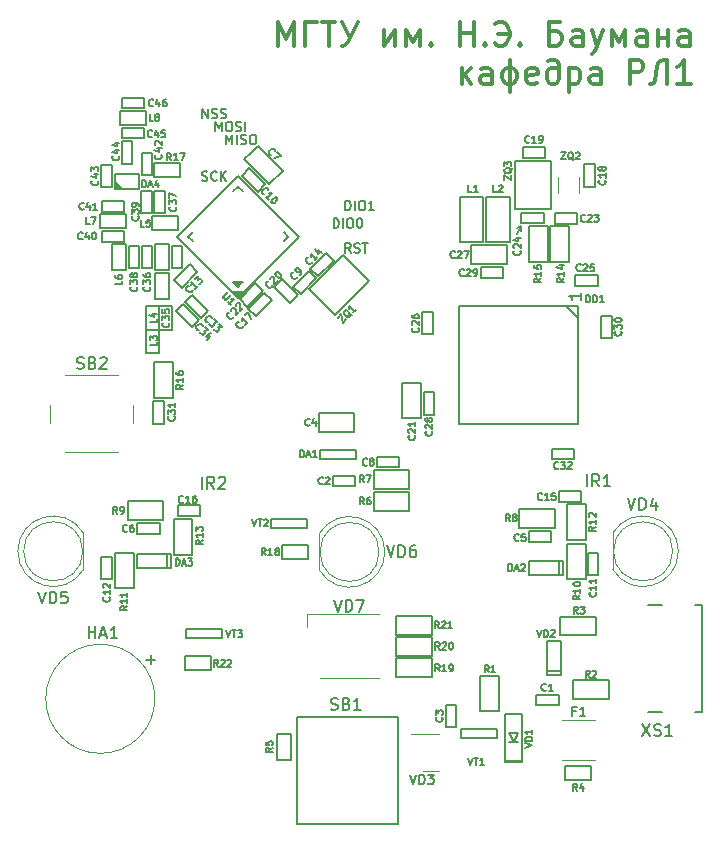
<source format=gto>
%TF.GenerationSoftware,KiCad,Pcbnew,7.0.7*%
%TF.CreationDate,2023-11-27T18:29:32+03:00*%
%TF.ProjectId,Bagryanets,42616772-7961-46e6-9574-732e6b696361,rev?*%
%TF.SameCoordinates,PX68e7780PY7bfa480*%
%TF.FileFunction,Legend,Top*%
%TF.FilePolarity,Positive*%
%FSLAX46Y46*%
G04 Gerber Fmt 4.6, Leading zero omitted, Abs format (unit mm)*
G04 Created by KiCad (PCBNEW 7.0.7) date 2023-11-27 18:29:32*
%MOMM*%
%LPD*%
G01*
G04 APERTURE LIST*
%ADD10C,0.150000*%
%ADD11C,0.300000*%
%ADD12C,0.120000*%
%ADD13C,0.127000*%
%ADD14C,0.100000*%
%ADD15C,0.200000*%
%ADD16C,0.149860*%
G04 APERTURE END LIST*
D10*
X42600000Y53100000D02*
X42200000Y52900000D01*
X10850000Y46300000D02*
X13050000Y46300000D01*
X13050000Y44300000D01*
X10850000Y44300000D01*
X10850000Y46300000D01*
X11950000Y44300000D02*
X11950000Y46300000D01*
X10850000Y44300000D02*
X11950000Y44300000D01*
X11950000Y42300000D01*
X10850000Y42300000D01*
X10850000Y44300000D01*
X42600000Y53100000D02*
X42600000Y52600000D01*
X42200000Y52400000D02*
X42600000Y53100000D01*
X15589160Y62205705D02*
X15589160Y63005705D01*
X15589160Y63005705D02*
X16046303Y62205705D01*
X16046303Y62205705D02*
X16046303Y63005705D01*
X16389159Y62243800D02*
X16503445Y62205705D01*
X16503445Y62205705D02*
X16693921Y62205705D01*
X16693921Y62205705D02*
X16770112Y62243800D01*
X16770112Y62243800D02*
X16808207Y62281896D01*
X16808207Y62281896D02*
X16846302Y62358086D01*
X16846302Y62358086D02*
X16846302Y62434277D01*
X16846302Y62434277D02*
X16808207Y62510467D01*
X16808207Y62510467D02*
X16770112Y62548562D01*
X16770112Y62548562D02*
X16693921Y62586658D01*
X16693921Y62586658D02*
X16541540Y62624753D01*
X16541540Y62624753D02*
X16465350Y62662848D01*
X16465350Y62662848D02*
X16427255Y62700943D01*
X16427255Y62700943D02*
X16389159Y62777134D01*
X16389159Y62777134D02*
X16389159Y62853324D01*
X16389159Y62853324D02*
X16427255Y62929515D01*
X16427255Y62929515D02*
X16465350Y62967610D01*
X16465350Y62967610D02*
X16541540Y63005705D01*
X16541540Y63005705D02*
X16732017Y63005705D01*
X16732017Y63005705D02*
X16846302Y62967610D01*
X17151064Y62243800D02*
X17265350Y62205705D01*
X17265350Y62205705D02*
X17455826Y62205705D01*
X17455826Y62205705D02*
X17532017Y62243800D01*
X17532017Y62243800D02*
X17570112Y62281896D01*
X17570112Y62281896D02*
X17608207Y62358086D01*
X17608207Y62358086D02*
X17608207Y62434277D01*
X17608207Y62434277D02*
X17570112Y62510467D01*
X17570112Y62510467D02*
X17532017Y62548562D01*
X17532017Y62548562D02*
X17455826Y62586658D01*
X17455826Y62586658D02*
X17303445Y62624753D01*
X17303445Y62624753D02*
X17227255Y62662848D01*
X17227255Y62662848D02*
X17189160Y62700943D01*
X17189160Y62700943D02*
X17151064Y62777134D01*
X17151064Y62777134D02*
X17151064Y62853324D01*
X17151064Y62853324D02*
X17189160Y62929515D01*
X17189160Y62929515D02*
X17227255Y62967610D01*
X17227255Y62967610D02*
X17303445Y63005705D01*
X17303445Y63005705D02*
X17493922Y63005705D01*
X17493922Y63005705D02*
X17608207Y62967610D01*
X28146303Y50805705D02*
X27879636Y51186658D01*
X27689160Y50805705D02*
X27689160Y51605705D01*
X27689160Y51605705D02*
X27993922Y51605705D01*
X27993922Y51605705D02*
X28070112Y51567610D01*
X28070112Y51567610D02*
X28108207Y51529515D01*
X28108207Y51529515D02*
X28146303Y51453324D01*
X28146303Y51453324D02*
X28146303Y51339039D01*
X28146303Y51339039D02*
X28108207Y51262848D01*
X28108207Y51262848D02*
X28070112Y51224753D01*
X28070112Y51224753D02*
X27993922Y51186658D01*
X27993922Y51186658D02*
X27689160Y51186658D01*
X28451064Y50843800D02*
X28565350Y50805705D01*
X28565350Y50805705D02*
X28755826Y50805705D01*
X28755826Y50805705D02*
X28832017Y50843800D01*
X28832017Y50843800D02*
X28870112Y50881896D01*
X28870112Y50881896D02*
X28908207Y50958086D01*
X28908207Y50958086D02*
X28908207Y51034277D01*
X28908207Y51034277D02*
X28870112Y51110467D01*
X28870112Y51110467D02*
X28832017Y51148562D01*
X28832017Y51148562D02*
X28755826Y51186658D01*
X28755826Y51186658D02*
X28603445Y51224753D01*
X28603445Y51224753D02*
X28527255Y51262848D01*
X28527255Y51262848D02*
X28489160Y51300943D01*
X28489160Y51300943D02*
X28451064Y51377134D01*
X28451064Y51377134D02*
X28451064Y51453324D01*
X28451064Y51453324D02*
X28489160Y51529515D01*
X28489160Y51529515D02*
X28527255Y51567610D01*
X28527255Y51567610D02*
X28603445Y51605705D01*
X28603445Y51605705D02*
X28793922Y51605705D01*
X28793922Y51605705D02*
X28908207Y51567610D01*
X29136779Y51605705D02*
X29593922Y51605705D01*
X29365350Y50805705D02*
X29365350Y51605705D01*
X15536779Y30830181D02*
X15536779Y31830181D01*
X16584397Y30830181D02*
X16251064Y31306372D01*
X16012969Y30830181D02*
X16012969Y31830181D01*
X16012969Y31830181D02*
X16393921Y31830181D01*
X16393921Y31830181D02*
X16489159Y31782562D01*
X16489159Y31782562D02*
X16536778Y31734943D01*
X16536778Y31734943D02*
X16584397Y31639705D01*
X16584397Y31639705D02*
X16584397Y31496848D01*
X16584397Y31496848D02*
X16536778Y31401610D01*
X16536778Y31401610D02*
X16489159Y31353991D01*
X16489159Y31353991D02*
X16393921Y31306372D01*
X16393921Y31306372D02*
X16012969Y31306372D01*
X16965350Y31734943D02*
X17012969Y31782562D01*
X17012969Y31782562D02*
X17108207Y31830181D01*
X17108207Y31830181D02*
X17346302Y31830181D01*
X17346302Y31830181D02*
X17441540Y31782562D01*
X17441540Y31782562D02*
X17489159Y31734943D01*
X17489159Y31734943D02*
X17536778Y31639705D01*
X17536778Y31639705D02*
X17536778Y31544467D01*
X17536778Y31544467D02*
X17489159Y31401610D01*
X17489159Y31401610D02*
X16917731Y30830181D01*
X16917731Y30830181D02*
X17536778Y30830181D01*
X26689160Y52905705D02*
X26689160Y53705705D01*
X26689160Y53705705D02*
X26879636Y53705705D01*
X26879636Y53705705D02*
X26993922Y53667610D01*
X26993922Y53667610D02*
X27070112Y53591420D01*
X27070112Y53591420D02*
X27108207Y53515229D01*
X27108207Y53515229D02*
X27146303Y53362848D01*
X27146303Y53362848D02*
X27146303Y53248562D01*
X27146303Y53248562D02*
X27108207Y53096181D01*
X27108207Y53096181D02*
X27070112Y53019991D01*
X27070112Y53019991D02*
X26993922Y52943800D01*
X26993922Y52943800D02*
X26879636Y52905705D01*
X26879636Y52905705D02*
X26689160Y52905705D01*
X27489160Y52905705D02*
X27489160Y53705705D01*
X28022493Y53705705D02*
X28174874Y53705705D01*
X28174874Y53705705D02*
X28251064Y53667610D01*
X28251064Y53667610D02*
X28327255Y53591420D01*
X28327255Y53591420D02*
X28365350Y53439039D01*
X28365350Y53439039D02*
X28365350Y53172372D01*
X28365350Y53172372D02*
X28327255Y53019991D01*
X28327255Y53019991D02*
X28251064Y52943800D01*
X28251064Y52943800D02*
X28174874Y52905705D01*
X28174874Y52905705D02*
X28022493Y52905705D01*
X28022493Y52905705D02*
X27946302Y52943800D01*
X27946302Y52943800D02*
X27870112Y53019991D01*
X27870112Y53019991D02*
X27832016Y53172372D01*
X27832016Y53172372D02*
X27832016Y53439039D01*
X27832016Y53439039D02*
X27870112Y53591420D01*
X27870112Y53591420D02*
X27946302Y53667610D01*
X27946302Y53667610D02*
X28022493Y53705705D01*
X28860588Y53705705D02*
X28936778Y53705705D01*
X28936778Y53705705D02*
X29012969Y53667610D01*
X29012969Y53667610D02*
X29051064Y53629515D01*
X29051064Y53629515D02*
X29089159Y53553324D01*
X29089159Y53553324D02*
X29127254Y53400943D01*
X29127254Y53400943D02*
X29127254Y53210467D01*
X29127254Y53210467D02*
X29089159Y53058086D01*
X29089159Y53058086D02*
X29051064Y52981896D01*
X29051064Y52981896D02*
X29012969Y52943800D01*
X29012969Y52943800D02*
X28936778Y52905705D01*
X28936778Y52905705D02*
X28860588Y52905705D01*
X28860588Y52905705D02*
X28784397Y52943800D01*
X28784397Y52943800D02*
X28746302Y52981896D01*
X28746302Y52981896D02*
X28708207Y53058086D01*
X28708207Y53058086D02*
X28670111Y53210467D01*
X28670111Y53210467D02*
X28670111Y53400943D01*
X28670111Y53400943D02*
X28708207Y53553324D01*
X28708207Y53553324D02*
X28746302Y53629515D01*
X28746302Y53629515D02*
X28784397Y53667610D01*
X28784397Y53667610D02*
X28860588Y53705705D01*
X15551064Y56943800D02*
X15665350Y56905705D01*
X15665350Y56905705D02*
X15855826Y56905705D01*
X15855826Y56905705D02*
X15932017Y56943800D01*
X15932017Y56943800D02*
X15970112Y56981896D01*
X15970112Y56981896D02*
X16008207Y57058086D01*
X16008207Y57058086D02*
X16008207Y57134277D01*
X16008207Y57134277D02*
X15970112Y57210467D01*
X15970112Y57210467D02*
X15932017Y57248562D01*
X15932017Y57248562D02*
X15855826Y57286658D01*
X15855826Y57286658D02*
X15703445Y57324753D01*
X15703445Y57324753D02*
X15627255Y57362848D01*
X15627255Y57362848D02*
X15589160Y57400943D01*
X15589160Y57400943D02*
X15551064Y57477134D01*
X15551064Y57477134D02*
X15551064Y57553324D01*
X15551064Y57553324D02*
X15589160Y57629515D01*
X15589160Y57629515D02*
X15627255Y57667610D01*
X15627255Y57667610D02*
X15703445Y57705705D01*
X15703445Y57705705D02*
X15893922Y57705705D01*
X15893922Y57705705D02*
X16008207Y57667610D01*
X16808208Y56981896D02*
X16770112Y56943800D01*
X16770112Y56943800D02*
X16655827Y56905705D01*
X16655827Y56905705D02*
X16579636Y56905705D01*
X16579636Y56905705D02*
X16465350Y56943800D01*
X16465350Y56943800D02*
X16389160Y57019991D01*
X16389160Y57019991D02*
X16351065Y57096181D01*
X16351065Y57096181D02*
X16312969Y57248562D01*
X16312969Y57248562D02*
X16312969Y57362848D01*
X16312969Y57362848D02*
X16351065Y57515229D01*
X16351065Y57515229D02*
X16389160Y57591420D01*
X16389160Y57591420D02*
X16465350Y57667610D01*
X16465350Y57667610D02*
X16579636Y57705705D01*
X16579636Y57705705D02*
X16655827Y57705705D01*
X16655827Y57705705D02*
X16770112Y57667610D01*
X16770112Y57667610D02*
X16808208Y57629515D01*
X17151065Y56905705D02*
X17151065Y57705705D01*
X17608208Y56905705D02*
X17265350Y57362848D01*
X17608208Y57705705D02*
X17151065Y57248562D01*
X17589160Y60005705D02*
X17589160Y60805705D01*
X17589160Y60805705D02*
X17855826Y60234277D01*
X17855826Y60234277D02*
X18122493Y60805705D01*
X18122493Y60805705D02*
X18122493Y60005705D01*
X18503446Y60005705D02*
X18503446Y60805705D01*
X18846302Y60043800D02*
X18960588Y60005705D01*
X18960588Y60005705D02*
X19151064Y60005705D01*
X19151064Y60005705D02*
X19227255Y60043800D01*
X19227255Y60043800D02*
X19265350Y60081896D01*
X19265350Y60081896D02*
X19303445Y60158086D01*
X19303445Y60158086D02*
X19303445Y60234277D01*
X19303445Y60234277D02*
X19265350Y60310467D01*
X19265350Y60310467D02*
X19227255Y60348562D01*
X19227255Y60348562D02*
X19151064Y60386658D01*
X19151064Y60386658D02*
X18998683Y60424753D01*
X18998683Y60424753D02*
X18922493Y60462848D01*
X18922493Y60462848D02*
X18884398Y60500943D01*
X18884398Y60500943D02*
X18846302Y60577134D01*
X18846302Y60577134D02*
X18846302Y60653324D01*
X18846302Y60653324D02*
X18884398Y60729515D01*
X18884398Y60729515D02*
X18922493Y60767610D01*
X18922493Y60767610D02*
X18998683Y60805705D01*
X18998683Y60805705D02*
X19189160Y60805705D01*
X19189160Y60805705D02*
X19303445Y60767610D01*
X19798684Y60805705D02*
X19951065Y60805705D01*
X19951065Y60805705D02*
X20027255Y60767610D01*
X20027255Y60767610D02*
X20103446Y60691420D01*
X20103446Y60691420D02*
X20141541Y60539039D01*
X20141541Y60539039D02*
X20141541Y60272372D01*
X20141541Y60272372D02*
X20103446Y60119991D01*
X20103446Y60119991D02*
X20027255Y60043800D01*
X20027255Y60043800D02*
X19951065Y60005705D01*
X19951065Y60005705D02*
X19798684Y60005705D01*
X19798684Y60005705D02*
X19722493Y60043800D01*
X19722493Y60043800D02*
X19646303Y60119991D01*
X19646303Y60119991D02*
X19608207Y60272372D01*
X19608207Y60272372D02*
X19608207Y60539039D01*
X19608207Y60539039D02*
X19646303Y60691420D01*
X19646303Y60691420D02*
X19722493Y60767610D01*
X19722493Y60767610D02*
X19798684Y60805705D01*
X16689160Y61105705D02*
X16689160Y61905705D01*
X16689160Y61905705D02*
X16955826Y61334277D01*
X16955826Y61334277D02*
X17222493Y61905705D01*
X17222493Y61905705D02*
X17222493Y61105705D01*
X17755827Y61905705D02*
X17908208Y61905705D01*
X17908208Y61905705D02*
X17984398Y61867610D01*
X17984398Y61867610D02*
X18060589Y61791420D01*
X18060589Y61791420D02*
X18098684Y61639039D01*
X18098684Y61639039D02*
X18098684Y61372372D01*
X18098684Y61372372D02*
X18060589Y61219991D01*
X18060589Y61219991D02*
X17984398Y61143800D01*
X17984398Y61143800D02*
X17908208Y61105705D01*
X17908208Y61105705D02*
X17755827Y61105705D01*
X17755827Y61105705D02*
X17679636Y61143800D01*
X17679636Y61143800D02*
X17603446Y61219991D01*
X17603446Y61219991D02*
X17565350Y61372372D01*
X17565350Y61372372D02*
X17565350Y61639039D01*
X17565350Y61639039D02*
X17603446Y61791420D01*
X17603446Y61791420D02*
X17679636Y61867610D01*
X17679636Y61867610D02*
X17755827Y61905705D01*
X18403445Y61143800D02*
X18517731Y61105705D01*
X18517731Y61105705D02*
X18708207Y61105705D01*
X18708207Y61105705D02*
X18784398Y61143800D01*
X18784398Y61143800D02*
X18822493Y61181896D01*
X18822493Y61181896D02*
X18860588Y61258086D01*
X18860588Y61258086D02*
X18860588Y61334277D01*
X18860588Y61334277D02*
X18822493Y61410467D01*
X18822493Y61410467D02*
X18784398Y61448562D01*
X18784398Y61448562D02*
X18708207Y61486658D01*
X18708207Y61486658D02*
X18555826Y61524753D01*
X18555826Y61524753D02*
X18479636Y61562848D01*
X18479636Y61562848D02*
X18441541Y61600943D01*
X18441541Y61600943D02*
X18403445Y61677134D01*
X18403445Y61677134D02*
X18403445Y61753324D01*
X18403445Y61753324D02*
X18441541Y61829515D01*
X18441541Y61829515D02*
X18479636Y61867610D01*
X18479636Y61867610D02*
X18555826Y61905705D01*
X18555826Y61905705D02*
X18746303Y61905705D01*
X18746303Y61905705D02*
X18860588Y61867610D01*
X19203446Y61105705D02*
X19203446Y61905705D01*
X27689160Y54405705D02*
X27689160Y55205705D01*
X27689160Y55205705D02*
X27879636Y55205705D01*
X27879636Y55205705D02*
X27993922Y55167610D01*
X27993922Y55167610D02*
X28070112Y55091420D01*
X28070112Y55091420D02*
X28108207Y55015229D01*
X28108207Y55015229D02*
X28146303Y54862848D01*
X28146303Y54862848D02*
X28146303Y54748562D01*
X28146303Y54748562D02*
X28108207Y54596181D01*
X28108207Y54596181D02*
X28070112Y54519991D01*
X28070112Y54519991D02*
X27993922Y54443800D01*
X27993922Y54443800D02*
X27879636Y54405705D01*
X27879636Y54405705D02*
X27689160Y54405705D01*
X28489160Y54405705D02*
X28489160Y55205705D01*
X29022493Y55205705D02*
X29174874Y55205705D01*
X29174874Y55205705D02*
X29251064Y55167610D01*
X29251064Y55167610D02*
X29327255Y55091420D01*
X29327255Y55091420D02*
X29365350Y54939039D01*
X29365350Y54939039D02*
X29365350Y54672372D01*
X29365350Y54672372D02*
X29327255Y54519991D01*
X29327255Y54519991D02*
X29251064Y54443800D01*
X29251064Y54443800D02*
X29174874Y54405705D01*
X29174874Y54405705D02*
X29022493Y54405705D01*
X29022493Y54405705D02*
X28946302Y54443800D01*
X28946302Y54443800D02*
X28870112Y54519991D01*
X28870112Y54519991D02*
X28832016Y54672372D01*
X28832016Y54672372D02*
X28832016Y54939039D01*
X28832016Y54939039D02*
X28870112Y55091420D01*
X28870112Y55091420D02*
X28946302Y55167610D01*
X28946302Y55167610D02*
X29022493Y55205705D01*
X30127254Y54405705D02*
X29670111Y54405705D01*
X29898683Y54405705D02*
X29898683Y55205705D01*
X29898683Y55205705D02*
X29822492Y55091420D01*
X29822492Y55091420D02*
X29746302Y55015229D01*
X29746302Y55015229D02*
X29670111Y54977134D01*
D11*
X21979295Y68330362D02*
X21979295Y70330362D01*
X21979295Y70330362D02*
X22645962Y68901791D01*
X22645962Y68901791D02*
X23312628Y70330362D01*
X23312628Y70330362D02*
X23312628Y68330362D01*
X24265009Y68330362D02*
X24265009Y70330362D01*
X24265009Y70330362D02*
X25312628Y70330362D01*
X25693581Y70330362D02*
X26836438Y70330362D01*
X26265009Y68330362D02*
X26265009Y70330362D01*
X27407867Y70330362D02*
X28074534Y68997029D01*
X28741200Y70330362D02*
X27884057Y68616077D01*
X27884057Y68616077D02*
X27693581Y68425600D01*
X27693581Y68425600D02*
X27503105Y68330362D01*
X27503105Y68330362D02*
X27407867Y68330362D01*
X30931677Y69663696D02*
X30931677Y68330362D01*
X30931677Y68330362D02*
X31884058Y69663696D01*
X31884058Y69663696D02*
X31884058Y68330362D01*
X32836439Y68330362D02*
X32836439Y69663696D01*
X32836439Y69663696D02*
X33407868Y68616077D01*
X33407868Y68616077D02*
X33979296Y69663696D01*
X33979296Y69663696D02*
X33979296Y68330362D01*
X34931677Y68520839D02*
X35026915Y68425600D01*
X35026915Y68425600D02*
X34931677Y68330362D01*
X34931677Y68330362D02*
X34836439Y68425600D01*
X34836439Y68425600D02*
X34931677Y68520839D01*
X34931677Y68520839D02*
X34931677Y68330362D01*
X37407868Y68330362D02*
X37407868Y70330362D01*
X37407868Y69377981D02*
X38550725Y69377981D01*
X38550725Y68330362D02*
X38550725Y70330362D01*
X39503106Y68520839D02*
X39598344Y68425600D01*
X39598344Y68425600D02*
X39503106Y68330362D01*
X39503106Y68330362D02*
X39407868Y68425600D01*
X39407868Y68425600D02*
X39503106Y68520839D01*
X39503106Y68520839D02*
X39503106Y68330362D01*
X41598344Y69282743D02*
X40645963Y69282743D01*
X40360249Y70139886D02*
X40455487Y70235124D01*
X40455487Y70235124D02*
X40741201Y70330362D01*
X40741201Y70330362D02*
X40931677Y70330362D01*
X40931677Y70330362D02*
X41217392Y70235124D01*
X41217392Y70235124D02*
X41407868Y70044648D01*
X41407868Y70044648D02*
X41503106Y69854172D01*
X41503106Y69854172D02*
X41598344Y69473220D01*
X41598344Y69473220D02*
X41598344Y69187505D01*
X41598344Y69187505D02*
X41503106Y68806553D01*
X41503106Y68806553D02*
X41407868Y68616077D01*
X41407868Y68616077D02*
X41217392Y68425600D01*
X41217392Y68425600D02*
X40931677Y68330362D01*
X40931677Y68330362D02*
X40741201Y68330362D01*
X40741201Y68330362D02*
X40455487Y68425600D01*
X40455487Y68425600D02*
X40360249Y68520839D01*
X42455487Y68520839D02*
X42550725Y68425600D01*
X42550725Y68425600D02*
X42455487Y68330362D01*
X42455487Y68330362D02*
X42360249Y68425600D01*
X42360249Y68425600D02*
X42455487Y68520839D01*
X42455487Y68520839D02*
X42455487Y68330362D01*
X45884059Y70330362D02*
X44931678Y70330362D01*
X44931678Y70330362D02*
X44931678Y68330362D01*
X44931678Y68330362D02*
X45503107Y68330362D01*
X45503107Y68330362D02*
X45788821Y68425600D01*
X45788821Y68425600D02*
X45979297Y68616077D01*
X45979297Y68616077D02*
X46074535Y68806553D01*
X46074535Y68806553D02*
X46074535Y69092267D01*
X46074535Y69092267D02*
X45979297Y69282743D01*
X45979297Y69282743D02*
X45788821Y69473220D01*
X45788821Y69473220D02*
X45503107Y69568458D01*
X45503107Y69568458D02*
X44931678Y69568458D01*
X47788821Y68330362D02*
X47788821Y69377981D01*
X47788821Y69377981D02*
X47693583Y69568458D01*
X47693583Y69568458D02*
X47503107Y69663696D01*
X47503107Y69663696D02*
X47122154Y69663696D01*
X47122154Y69663696D02*
X46931678Y69568458D01*
X47788821Y68425600D02*
X47598345Y68330362D01*
X47598345Y68330362D02*
X47122154Y68330362D01*
X47122154Y68330362D02*
X46931678Y68425600D01*
X46931678Y68425600D02*
X46836440Y68616077D01*
X46836440Y68616077D02*
X46836440Y68806553D01*
X46836440Y68806553D02*
X46931678Y68997029D01*
X46931678Y68997029D02*
X47122154Y69092267D01*
X47122154Y69092267D02*
X47598345Y69092267D01*
X47598345Y69092267D02*
X47788821Y69187505D01*
X48550726Y69663696D02*
X49026916Y68330362D01*
X49503107Y69663696D02*
X49026916Y68330362D01*
X49026916Y68330362D02*
X48836440Y67854172D01*
X48836440Y67854172D02*
X48741202Y67758934D01*
X48741202Y67758934D02*
X48550726Y67663696D01*
X50265012Y68330362D02*
X50265012Y69663696D01*
X50265012Y69663696D02*
X50836441Y68616077D01*
X50836441Y68616077D02*
X51407869Y69663696D01*
X51407869Y69663696D02*
X51407869Y68330362D01*
X53217393Y68330362D02*
X53217393Y69377981D01*
X53217393Y69377981D02*
X53122155Y69568458D01*
X53122155Y69568458D02*
X52931679Y69663696D01*
X52931679Y69663696D02*
X52550726Y69663696D01*
X52550726Y69663696D02*
X52360250Y69568458D01*
X53217393Y68425600D02*
X53026917Y68330362D01*
X53026917Y68330362D02*
X52550726Y68330362D01*
X52550726Y68330362D02*
X52360250Y68425600D01*
X52360250Y68425600D02*
X52265012Y68616077D01*
X52265012Y68616077D02*
X52265012Y68806553D01*
X52265012Y68806553D02*
X52360250Y68997029D01*
X52360250Y68997029D02*
X52550726Y69092267D01*
X52550726Y69092267D02*
X53026917Y69092267D01*
X53026917Y69092267D02*
X53217393Y69187505D01*
X54169774Y68997029D02*
X55026917Y68997029D01*
X54169774Y69663696D02*
X54169774Y68330362D01*
X55026917Y69663696D02*
X55026917Y68330362D01*
X56836441Y68330362D02*
X56836441Y69377981D01*
X56836441Y69377981D02*
X56741203Y69568458D01*
X56741203Y69568458D02*
X56550727Y69663696D01*
X56550727Y69663696D02*
X56169774Y69663696D01*
X56169774Y69663696D02*
X55979298Y69568458D01*
X56836441Y68425600D02*
X56645965Y68330362D01*
X56645965Y68330362D02*
X56169774Y68330362D01*
X56169774Y68330362D02*
X55979298Y68425600D01*
X55979298Y68425600D02*
X55884060Y68616077D01*
X55884060Y68616077D02*
X55884060Y68806553D01*
X55884060Y68806553D02*
X55979298Y68997029D01*
X55979298Y68997029D02*
X56169774Y69092267D01*
X56169774Y69092267D02*
X56645965Y69092267D01*
X56645965Y69092267D02*
X56836441Y69187505D01*
X37598344Y66443696D02*
X37598344Y65110362D01*
X37788820Y65872267D02*
X38360249Y65110362D01*
X38360249Y66443696D02*
X37598344Y65681791D01*
X40074535Y65110362D02*
X40074535Y66157981D01*
X40074535Y66157981D02*
X39979297Y66348458D01*
X39979297Y66348458D02*
X39788821Y66443696D01*
X39788821Y66443696D02*
X39407868Y66443696D01*
X39407868Y66443696D02*
X39217392Y66348458D01*
X40074535Y65205600D02*
X39884059Y65110362D01*
X39884059Y65110362D02*
X39407868Y65110362D01*
X39407868Y65110362D02*
X39217392Y65205600D01*
X39217392Y65205600D02*
X39122154Y65396077D01*
X39122154Y65396077D02*
X39122154Y65586553D01*
X39122154Y65586553D02*
X39217392Y65777029D01*
X39217392Y65777029D02*
X39407868Y65872267D01*
X39407868Y65872267D02*
X39884059Y65872267D01*
X39884059Y65872267D02*
X40074535Y65967505D01*
X41598345Y67110362D02*
X41598345Y64443696D01*
X41407868Y66443696D02*
X41788821Y66443696D01*
X41788821Y66443696D02*
X41979297Y66348458D01*
X41979297Y66348458D02*
X42169773Y66157981D01*
X42169773Y66157981D02*
X42265011Y65967505D01*
X42265011Y65967505D02*
X42265011Y65586553D01*
X42265011Y65586553D02*
X42169773Y65396077D01*
X42169773Y65396077D02*
X41979297Y65205600D01*
X41979297Y65205600D02*
X41788821Y65110362D01*
X41788821Y65110362D02*
X41407868Y65110362D01*
X41407868Y65110362D02*
X41217392Y65205600D01*
X41217392Y65205600D02*
X41026916Y65396077D01*
X41026916Y65396077D02*
X40931678Y65586553D01*
X40931678Y65586553D02*
X40931678Y65967505D01*
X40931678Y65967505D02*
X41026916Y66157981D01*
X41026916Y66157981D02*
X41217392Y66348458D01*
X41217392Y66348458D02*
X41407868Y66443696D01*
X43884059Y65205600D02*
X43693583Y65110362D01*
X43693583Y65110362D02*
X43312630Y65110362D01*
X43312630Y65110362D02*
X43122154Y65205600D01*
X43122154Y65205600D02*
X43026916Y65396077D01*
X43026916Y65396077D02*
X43026916Y66157981D01*
X43026916Y66157981D02*
X43122154Y66348458D01*
X43122154Y66348458D02*
X43312630Y66443696D01*
X43312630Y66443696D02*
X43693583Y66443696D01*
X43693583Y66443696D02*
X43884059Y66348458D01*
X43884059Y66348458D02*
X43979297Y66157981D01*
X43979297Y66157981D02*
X43979297Y65967505D01*
X43979297Y65967505D02*
X43026916Y65777029D01*
X45788821Y66253220D02*
X45693583Y66348458D01*
X45693583Y66348458D02*
X45503107Y66443696D01*
X45503107Y66443696D02*
X45122154Y66443696D01*
X45122154Y66443696D02*
X44931678Y66348458D01*
X44931678Y66348458D02*
X44836440Y66253220D01*
X44836440Y66253220D02*
X44741202Y66062743D01*
X44741202Y66062743D02*
X44741202Y65491315D01*
X44741202Y65491315D02*
X44836440Y65300839D01*
X44836440Y65300839D02*
X44931678Y65205600D01*
X44931678Y65205600D02*
X45122154Y65110362D01*
X45122154Y65110362D02*
X45407869Y65110362D01*
X45407869Y65110362D02*
X45598345Y65205600D01*
X45598345Y65205600D02*
X45693583Y65300839D01*
X45693583Y65300839D02*
X45788821Y65491315D01*
X45788821Y65491315D02*
X45788821Y66729410D01*
X45788821Y66729410D02*
X45693583Y66919886D01*
X45693583Y66919886D02*
X45598345Y67015124D01*
X45598345Y67015124D02*
X45407869Y67110362D01*
X45407869Y67110362D02*
X45026916Y67110362D01*
X45026916Y67110362D02*
X44836440Y67015124D01*
X46645964Y66443696D02*
X46645964Y64443696D01*
X46645964Y66348458D02*
X46836440Y66443696D01*
X46836440Y66443696D02*
X47217393Y66443696D01*
X47217393Y66443696D02*
X47407869Y66348458D01*
X47407869Y66348458D02*
X47503107Y66253220D01*
X47503107Y66253220D02*
X47598345Y66062743D01*
X47598345Y66062743D02*
X47598345Y65491315D01*
X47598345Y65491315D02*
X47503107Y65300839D01*
X47503107Y65300839D02*
X47407869Y65205600D01*
X47407869Y65205600D02*
X47217393Y65110362D01*
X47217393Y65110362D02*
X46836440Y65110362D01*
X46836440Y65110362D02*
X46645964Y65205600D01*
X49312631Y65110362D02*
X49312631Y66157981D01*
X49312631Y66157981D02*
X49217393Y66348458D01*
X49217393Y66348458D02*
X49026917Y66443696D01*
X49026917Y66443696D02*
X48645964Y66443696D01*
X48645964Y66443696D02*
X48455488Y66348458D01*
X49312631Y65205600D02*
X49122155Y65110362D01*
X49122155Y65110362D02*
X48645964Y65110362D01*
X48645964Y65110362D02*
X48455488Y65205600D01*
X48455488Y65205600D02*
X48360250Y65396077D01*
X48360250Y65396077D02*
X48360250Y65586553D01*
X48360250Y65586553D02*
X48455488Y65777029D01*
X48455488Y65777029D02*
X48645964Y65872267D01*
X48645964Y65872267D02*
X49122155Y65872267D01*
X49122155Y65872267D02*
X49312631Y65967505D01*
X51788822Y65110362D02*
X51788822Y67110362D01*
X51788822Y67110362D02*
X52550727Y67110362D01*
X52550727Y67110362D02*
X52741203Y67015124D01*
X52741203Y67015124D02*
X52836441Y66919886D01*
X52836441Y66919886D02*
X52931679Y66729410D01*
X52931679Y66729410D02*
X52931679Y66443696D01*
X52931679Y66443696D02*
X52836441Y66253220D01*
X52836441Y66253220D02*
X52741203Y66157981D01*
X52741203Y66157981D02*
X52550727Y66062743D01*
X52550727Y66062743D02*
X51788822Y66062743D01*
X54931679Y65110362D02*
X54931679Y67110362D01*
X54931679Y67110362D02*
X54645965Y67110362D01*
X54645965Y67110362D02*
X54360251Y67015124D01*
X54360251Y67015124D02*
X54169774Y66824648D01*
X54169774Y66824648D02*
X54074536Y66538934D01*
X54074536Y66538934D02*
X53884060Y65396077D01*
X53884060Y65396077D02*
X53788822Y65205600D01*
X53788822Y65205600D02*
X53598346Y65110362D01*
X53598346Y65110362D02*
X53503108Y65110362D01*
X56931679Y65110362D02*
X55788822Y65110362D01*
X56360250Y65110362D02*
X56360250Y67110362D01*
X56360250Y67110362D02*
X56169774Y66824648D01*
X56169774Y66824648D02*
X55979298Y66634172D01*
X55979298Y66634172D02*
X55788822Y66538934D01*
D10*
X48136779Y31030181D02*
X48136779Y32030181D01*
X49184397Y31030181D02*
X48851064Y31506372D01*
X48612969Y31030181D02*
X48612969Y32030181D01*
X48612969Y32030181D02*
X48993921Y32030181D01*
X48993921Y32030181D02*
X49089159Y31982562D01*
X49089159Y31982562D02*
X49136778Y31934943D01*
X49136778Y31934943D02*
X49184397Y31839705D01*
X49184397Y31839705D02*
X49184397Y31696848D01*
X49184397Y31696848D02*
X49136778Y31601610D01*
X49136778Y31601610D02*
X49089159Y31553991D01*
X49089159Y31553991D02*
X48993921Y31506372D01*
X48993921Y31506372D02*
X48612969Y31506372D01*
X50136778Y31030181D02*
X49565350Y31030181D01*
X49851064Y31030181D02*
X49851064Y32030181D01*
X49851064Y32030181D02*
X49755826Y31887324D01*
X49755826Y31887324D02*
X49660588Y31792086D01*
X49660588Y31792086D02*
X49565350Y31744467D01*
X12087628Y59114286D02*
X12116200Y59085714D01*
X12116200Y59085714D02*
X12144771Y59000000D01*
X12144771Y59000000D02*
X12144771Y58942857D01*
X12144771Y58942857D02*
X12116200Y58857143D01*
X12116200Y58857143D02*
X12059057Y58800000D01*
X12059057Y58800000D02*
X12001914Y58771429D01*
X12001914Y58771429D02*
X11887628Y58742857D01*
X11887628Y58742857D02*
X11801914Y58742857D01*
X11801914Y58742857D02*
X11687628Y58771429D01*
X11687628Y58771429D02*
X11630485Y58800000D01*
X11630485Y58800000D02*
X11573342Y58857143D01*
X11573342Y58857143D02*
X11544771Y58942857D01*
X11544771Y58942857D02*
X11544771Y59000000D01*
X11544771Y59000000D02*
X11573342Y59085714D01*
X11573342Y59085714D02*
X11601914Y59114286D01*
X11744771Y59628571D02*
X12144771Y59628571D01*
X11516200Y59485714D02*
X11944771Y59342857D01*
X11944771Y59342857D02*
X11944771Y59714286D01*
X11601914Y59914286D02*
X11573342Y59942858D01*
X11573342Y59942858D02*
X11544771Y60000000D01*
X11544771Y60000000D02*
X11544771Y60142858D01*
X11544771Y60142858D02*
X11573342Y60200000D01*
X11573342Y60200000D02*
X11601914Y60228572D01*
X11601914Y60228572D02*
X11659057Y60257143D01*
X11659057Y60257143D02*
X11716200Y60257143D01*
X11716200Y60257143D02*
X11801914Y60228572D01*
X11801914Y60228572D02*
X12144771Y59885715D01*
X12144771Y59885715D02*
X12144771Y60257143D01*
X23615391Y48785188D02*
X23615391Y48744782D01*
X23615391Y48744782D02*
X23574985Y48663970D01*
X23574985Y48663970D02*
X23534579Y48623564D01*
X23534579Y48623564D02*
X23453767Y48583157D01*
X23453767Y48583157D02*
X23372955Y48583157D01*
X23372955Y48583157D02*
X23312345Y48603360D01*
X23312345Y48603360D02*
X23211330Y48663970D01*
X23211330Y48663970D02*
X23150721Y48724579D01*
X23150721Y48724579D02*
X23090112Y48825594D01*
X23090112Y48825594D02*
X23069909Y48886203D01*
X23069909Y48886203D02*
X23069909Y48967015D01*
X23069909Y48967015D02*
X23110315Y49047828D01*
X23110315Y49047828D02*
X23150721Y49088234D01*
X23150721Y49088234D02*
X23231533Y49128640D01*
X23231533Y49128640D02*
X23271939Y49128640D01*
X23857828Y48946812D02*
X23938640Y49027625D01*
X23938640Y49027625D02*
X23958843Y49088234D01*
X23958843Y49088234D02*
X23958843Y49128640D01*
X23958843Y49128640D02*
X23938640Y49229655D01*
X23938640Y49229655D02*
X23878031Y49330670D01*
X23878031Y49330670D02*
X23716406Y49492295D01*
X23716406Y49492295D02*
X23655797Y49512498D01*
X23655797Y49512498D02*
X23615391Y49512498D01*
X23615391Y49512498D02*
X23554782Y49492295D01*
X23554782Y49492295D02*
X23473970Y49411482D01*
X23473970Y49411482D02*
X23453767Y49350873D01*
X23453767Y49350873D02*
X23453767Y49310467D01*
X23453767Y49310467D02*
X23473970Y49249858D01*
X23473970Y49249858D02*
X23574985Y49148843D01*
X23574985Y49148843D02*
X23635594Y49128640D01*
X23635594Y49128640D02*
X23676000Y49128640D01*
X23676000Y49128640D02*
X23736609Y49148843D01*
X23736609Y49148843D02*
X23817422Y49229655D01*
X23817422Y49229655D02*
X23837625Y49290264D01*
X23837625Y49290264D02*
X23837625Y49330670D01*
X23837625Y49330670D02*
X23817422Y49391279D01*
X8369556Y28705229D02*
X8169556Y28990943D01*
X8026699Y28705229D02*
X8026699Y29305229D01*
X8026699Y29305229D02*
X8255270Y29305229D01*
X8255270Y29305229D02*
X8312413Y29276658D01*
X8312413Y29276658D02*
X8340984Y29248086D01*
X8340984Y29248086D02*
X8369556Y29190943D01*
X8369556Y29190943D02*
X8369556Y29105229D01*
X8369556Y29105229D02*
X8340984Y29048086D01*
X8340984Y29048086D02*
X8312413Y29019515D01*
X8312413Y29019515D02*
X8255270Y28990943D01*
X8255270Y28990943D02*
X8026699Y28990943D01*
X8655270Y28705229D02*
X8769556Y28705229D01*
X8769556Y28705229D02*
X8826699Y28733800D01*
X8826699Y28733800D02*
X8855270Y28762372D01*
X8855270Y28762372D02*
X8912413Y28848086D01*
X8912413Y28848086D02*
X8940984Y28962372D01*
X8940984Y28962372D02*
X8940984Y29190943D01*
X8940984Y29190943D02*
X8912413Y29248086D01*
X8912413Y29248086D02*
X8883842Y29276658D01*
X8883842Y29276658D02*
X8826699Y29305229D01*
X8826699Y29305229D02*
X8712413Y29305229D01*
X8712413Y29305229D02*
X8655270Y29276658D01*
X8655270Y29276658D02*
X8626699Y29248086D01*
X8626699Y29248086D02*
X8598127Y29190943D01*
X8598127Y29190943D02*
X8598127Y29048086D01*
X8598127Y29048086D02*
X8626699Y28990943D01*
X8626699Y28990943D02*
X8655270Y28962372D01*
X8655270Y28962372D02*
X8712413Y28933800D01*
X8712413Y28933800D02*
X8826699Y28933800D01*
X8826699Y28933800D02*
X8883842Y28962372D01*
X8883842Y28962372D02*
X8912413Y28990943D01*
X8912413Y28990943D02*
X8940984Y29048086D01*
X11127628Y47939286D02*
X11156200Y47910714D01*
X11156200Y47910714D02*
X11184771Y47825000D01*
X11184771Y47825000D02*
X11184771Y47767857D01*
X11184771Y47767857D02*
X11156200Y47682143D01*
X11156200Y47682143D02*
X11099057Y47625000D01*
X11099057Y47625000D02*
X11041914Y47596429D01*
X11041914Y47596429D02*
X10927628Y47567857D01*
X10927628Y47567857D02*
X10841914Y47567857D01*
X10841914Y47567857D02*
X10727628Y47596429D01*
X10727628Y47596429D02*
X10670485Y47625000D01*
X10670485Y47625000D02*
X10613342Y47682143D01*
X10613342Y47682143D02*
X10584771Y47767857D01*
X10584771Y47767857D02*
X10584771Y47825000D01*
X10584771Y47825000D02*
X10613342Y47910714D01*
X10613342Y47910714D02*
X10641914Y47939286D01*
X10584771Y48139286D02*
X10584771Y48510714D01*
X10584771Y48510714D02*
X10813342Y48310714D01*
X10813342Y48310714D02*
X10813342Y48396429D01*
X10813342Y48396429D02*
X10841914Y48453571D01*
X10841914Y48453571D02*
X10870485Y48482143D01*
X10870485Y48482143D02*
X10927628Y48510714D01*
X10927628Y48510714D02*
X11070485Y48510714D01*
X11070485Y48510714D02*
X11127628Y48482143D01*
X11127628Y48482143D02*
X11156200Y48453571D01*
X11156200Y48453571D02*
X11184771Y48396429D01*
X11184771Y48396429D02*
X11184771Y48225000D01*
X11184771Y48225000D02*
X11156200Y48167857D01*
X11156200Y48167857D02*
X11127628Y48139286D01*
X10584771Y49025000D02*
X10584771Y48910715D01*
X10584771Y48910715D02*
X10613342Y48853572D01*
X10613342Y48853572D02*
X10641914Y48825000D01*
X10641914Y48825000D02*
X10727628Y48767858D01*
X10727628Y48767858D02*
X10841914Y48739286D01*
X10841914Y48739286D02*
X11070485Y48739286D01*
X11070485Y48739286D02*
X11127628Y48767858D01*
X11127628Y48767858D02*
X11156200Y48796429D01*
X11156200Y48796429D02*
X11184771Y48853572D01*
X11184771Y48853572D02*
X11184771Y48967858D01*
X11184771Y48967858D02*
X11156200Y49025000D01*
X11156200Y49025000D02*
X11127628Y49053572D01*
X11127628Y49053572D02*
X11070485Y49082143D01*
X11070485Y49082143D02*
X10927628Y49082143D01*
X10927628Y49082143D02*
X10870485Y49053572D01*
X10870485Y49053572D02*
X10841914Y49025000D01*
X10841914Y49025000D02*
X10813342Y48967858D01*
X10813342Y48967858D02*
X10813342Y48853572D01*
X10813342Y48853572D02*
X10841914Y48796429D01*
X10841914Y48796429D02*
X10870485Y48767858D01*
X10870485Y48767858D02*
X10927628Y48739286D01*
X44342335Y29917372D02*
X44313763Y29888800D01*
X44313763Y29888800D02*
X44228049Y29860229D01*
X44228049Y29860229D02*
X44170906Y29860229D01*
X44170906Y29860229D02*
X44085192Y29888800D01*
X44085192Y29888800D02*
X44028049Y29945943D01*
X44028049Y29945943D02*
X43999478Y30003086D01*
X43999478Y30003086D02*
X43970906Y30117372D01*
X43970906Y30117372D02*
X43970906Y30203086D01*
X43970906Y30203086D02*
X43999478Y30317372D01*
X43999478Y30317372D02*
X44028049Y30374515D01*
X44028049Y30374515D02*
X44085192Y30431658D01*
X44085192Y30431658D02*
X44170906Y30460229D01*
X44170906Y30460229D02*
X44228049Y30460229D01*
X44228049Y30460229D02*
X44313763Y30431658D01*
X44313763Y30431658D02*
X44342335Y30403086D01*
X44913763Y29860229D02*
X44570906Y29860229D01*
X44742335Y29860229D02*
X44742335Y30460229D01*
X44742335Y30460229D02*
X44685192Y30374515D01*
X44685192Y30374515D02*
X44628049Y30317372D01*
X44628049Y30317372D02*
X44570906Y30288800D01*
X45456621Y30460229D02*
X45170907Y30460229D01*
X45170907Y30460229D02*
X45142335Y30174515D01*
X45142335Y30174515D02*
X45170907Y30203086D01*
X45170907Y30203086D02*
X45228050Y30231658D01*
X45228050Y30231658D02*
X45370907Y30231658D01*
X45370907Y30231658D02*
X45428050Y30203086D01*
X45428050Y30203086D02*
X45456621Y30174515D01*
X45456621Y30174515D02*
X45485192Y30117372D01*
X45485192Y30117372D02*
X45485192Y29974515D01*
X45485192Y29974515D02*
X45456621Y29917372D01*
X45456621Y29917372D02*
X45428050Y29888800D01*
X45428050Y29888800D02*
X45370907Y29860229D01*
X45370907Y29860229D02*
X45228050Y29860229D01*
X45228050Y29860229D02*
X45170907Y29888800D01*
X45170907Y29888800D02*
X45142335Y29917372D01*
X8492628Y58999286D02*
X8521200Y58970714D01*
X8521200Y58970714D02*
X8549771Y58885000D01*
X8549771Y58885000D02*
X8549771Y58827857D01*
X8549771Y58827857D02*
X8521200Y58742143D01*
X8521200Y58742143D02*
X8464057Y58685000D01*
X8464057Y58685000D02*
X8406914Y58656429D01*
X8406914Y58656429D02*
X8292628Y58627857D01*
X8292628Y58627857D02*
X8206914Y58627857D01*
X8206914Y58627857D02*
X8092628Y58656429D01*
X8092628Y58656429D02*
X8035485Y58685000D01*
X8035485Y58685000D02*
X7978342Y58742143D01*
X7978342Y58742143D02*
X7949771Y58827857D01*
X7949771Y58827857D02*
X7949771Y58885000D01*
X7949771Y58885000D02*
X7978342Y58970714D01*
X7978342Y58970714D02*
X8006914Y58999286D01*
X8149771Y59513571D02*
X8549771Y59513571D01*
X7921200Y59370714D02*
X8349771Y59227857D01*
X8349771Y59227857D02*
X8349771Y59599286D01*
X8149771Y60085000D02*
X8549771Y60085000D01*
X7921200Y59942143D02*
X8349771Y59799286D01*
X8349771Y59799286D02*
X8349771Y60170715D01*
X11314285Y60642372D02*
X11285713Y60613800D01*
X11285713Y60613800D02*
X11199999Y60585229D01*
X11199999Y60585229D02*
X11142856Y60585229D01*
X11142856Y60585229D02*
X11057142Y60613800D01*
X11057142Y60613800D02*
X10999999Y60670943D01*
X10999999Y60670943D02*
X10971428Y60728086D01*
X10971428Y60728086D02*
X10942856Y60842372D01*
X10942856Y60842372D02*
X10942856Y60928086D01*
X10942856Y60928086D02*
X10971428Y61042372D01*
X10971428Y61042372D02*
X10999999Y61099515D01*
X10999999Y61099515D02*
X11057142Y61156658D01*
X11057142Y61156658D02*
X11142856Y61185229D01*
X11142856Y61185229D02*
X11199999Y61185229D01*
X11199999Y61185229D02*
X11285713Y61156658D01*
X11285713Y61156658D02*
X11314285Y61128086D01*
X11828571Y60985229D02*
X11828571Y60585229D01*
X11685713Y61213800D02*
X11542856Y60785229D01*
X11542856Y60785229D02*
X11914285Y60785229D01*
X12428571Y61185229D02*
X12142857Y61185229D01*
X12142857Y61185229D02*
X12114285Y60899515D01*
X12114285Y60899515D02*
X12142857Y60928086D01*
X12142857Y60928086D02*
X12200000Y60956658D01*
X12200000Y60956658D02*
X12342857Y60956658D01*
X12342857Y60956658D02*
X12400000Y60928086D01*
X12400000Y60928086D02*
X12428571Y60899515D01*
X12428571Y60899515D02*
X12457142Y60842372D01*
X12457142Y60842372D02*
X12457142Y60699515D01*
X12457142Y60699515D02*
X12428571Y60642372D01*
X12428571Y60642372D02*
X12400000Y60613800D01*
X12400000Y60613800D02*
X12342857Y60585229D01*
X12342857Y60585229D02*
X12200000Y60585229D01*
X12200000Y60585229D02*
X12142857Y60613800D01*
X12142857Y60613800D02*
X12114285Y60642372D01*
X26715476Y21420181D02*
X27048809Y20420181D01*
X27048809Y20420181D02*
X27382142Y21420181D01*
X27715476Y20420181D02*
X27715476Y21420181D01*
X27715476Y21420181D02*
X27953571Y21420181D01*
X27953571Y21420181D02*
X28096428Y21372562D01*
X28096428Y21372562D02*
X28191666Y21277324D01*
X28191666Y21277324D02*
X28239285Y21182086D01*
X28239285Y21182086D02*
X28286904Y20991610D01*
X28286904Y20991610D02*
X28286904Y20848753D01*
X28286904Y20848753D02*
X28239285Y20658277D01*
X28239285Y20658277D02*
X28191666Y20563039D01*
X28191666Y20563039D02*
X28096428Y20467800D01*
X28096428Y20467800D02*
X27953571Y20420181D01*
X27953571Y20420181D02*
X27715476Y20420181D01*
X28620238Y21420181D02*
X29286904Y21420181D01*
X29286904Y21420181D02*
X28858333Y20420181D01*
X51017628Y44144286D02*
X51046200Y44115714D01*
X51046200Y44115714D02*
X51074771Y44030000D01*
X51074771Y44030000D02*
X51074771Y43972857D01*
X51074771Y43972857D02*
X51046200Y43887143D01*
X51046200Y43887143D02*
X50989057Y43830000D01*
X50989057Y43830000D02*
X50931914Y43801429D01*
X50931914Y43801429D02*
X50817628Y43772857D01*
X50817628Y43772857D02*
X50731914Y43772857D01*
X50731914Y43772857D02*
X50617628Y43801429D01*
X50617628Y43801429D02*
X50560485Y43830000D01*
X50560485Y43830000D02*
X50503342Y43887143D01*
X50503342Y43887143D02*
X50474771Y43972857D01*
X50474771Y43972857D02*
X50474771Y44030000D01*
X50474771Y44030000D02*
X50503342Y44115714D01*
X50503342Y44115714D02*
X50531914Y44144286D01*
X50474771Y44344286D02*
X50474771Y44715714D01*
X50474771Y44715714D02*
X50703342Y44515714D01*
X50703342Y44515714D02*
X50703342Y44601429D01*
X50703342Y44601429D02*
X50731914Y44658571D01*
X50731914Y44658571D02*
X50760485Y44687143D01*
X50760485Y44687143D02*
X50817628Y44715714D01*
X50817628Y44715714D02*
X50960485Y44715714D01*
X50960485Y44715714D02*
X51017628Y44687143D01*
X51017628Y44687143D02*
X51046200Y44658571D01*
X51046200Y44658571D02*
X51074771Y44601429D01*
X51074771Y44601429D02*
X51074771Y44430000D01*
X51074771Y44430000D02*
X51046200Y44372857D01*
X51046200Y44372857D02*
X51017628Y44344286D01*
X50474771Y45087143D02*
X50474771Y45144286D01*
X50474771Y45144286D02*
X50503342Y45201429D01*
X50503342Y45201429D02*
X50531914Y45230000D01*
X50531914Y45230000D02*
X50589057Y45258572D01*
X50589057Y45258572D02*
X50703342Y45287143D01*
X50703342Y45287143D02*
X50846200Y45287143D01*
X50846200Y45287143D02*
X50960485Y45258572D01*
X50960485Y45258572D02*
X51017628Y45230000D01*
X51017628Y45230000D02*
X51046200Y45201429D01*
X51046200Y45201429D02*
X51074771Y45144286D01*
X51074771Y45144286D02*
X51074771Y45087143D01*
X51074771Y45087143D02*
X51046200Y45030000D01*
X51046200Y45030000D02*
X51017628Y45001429D01*
X51017628Y45001429D02*
X50960485Y44972858D01*
X50960485Y44972858D02*
X50846200Y44944286D01*
X50846200Y44944286D02*
X50703342Y44944286D01*
X50703342Y44944286D02*
X50589057Y44972858D01*
X50589057Y44972858D02*
X50531914Y45001429D01*
X50531914Y45001429D02*
X50503342Y45030000D01*
X50503342Y45030000D02*
X50474771Y45087143D01*
X10137628Y53899286D02*
X10166200Y53870714D01*
X10166200Y53870714D02*
X10194771Y53785000D01*
X10194771Y53785000D02*
X10194771Y53727857D01*
X10194771Y53727857D02*
X10166200Y53642143D01*
X10166200Y53642143D02*
X10109057Y53585000D01*
X10109057Y53585000D02*
X10051914Y53556429D01*
X10051914Y53556429D02*
X9937628Y53527857D01*
X9937628Y53527857D02*
X9851914Y53527857D01*
X9851914Y53527857D02*
X9737628Y53556429D01*
X9737628Y53556429D02*
X9680485Y53585000D01*
X9680485Y53585000D02*
X9623342Y53642143D01*
X9623342Y53642143D02*
X9594771Y53727857D01*
X9594771Y53727857D02*
X9594771Y53785000D01*
X9594771Y53785000D02*
X9623342Y53870714D01*
X9623342Y53870714D02*
X9651914Y53899286D01*
X9594771Y54099286D02*
X9594771Y54470714D01*
X9594771Y54470714D02*
X9823342Y54270714D01*
X9823342Y54270714D02*
X9823342Y54356429D01*
X9823342Y54356429D02*
X9851914Y54413571D01*
X9851914Y54413571D02*
X9880485Y54442143D01*
X9880485Y54442143D02*
X9937628Y54470714D01*
X9937628Y54470714D02*
X10080485Y54470714D01*
X10080485Y54470714D02*
X10137628Y54442143D01*
X10137628Y54442143D02*
X10166200Y54413571D01*
X10166200Y54413571D02*
X10194771Y54356429D01*
X10194771Y54356429D02*
X10194771Y54185000D01*
X10194771Y54185000D02*
X10166200Y54127857D01*
X10166200Y54127857D02*
X10137628Y54099286D01*
X10194771Y54756429D02*
X10194771Y54870715D01*
X10194771Y54870715D02*
X10166200Y54927858D01*
X10166200Y54927858D02*
X10137628Y54956429D01*
X10137628Y54956429D02*
X10051914Y55013572D01*
X10051914Y55013572D02*
X9937628Y55042143D01*
X9937628Y55042143D02*
X9709057Y55042143D01*
X9709057Y55042143D02*
X9651914Y55013572D01*
X9651914Y55013572D02*
X9623342Y54985000D01*
X9623342Y54985000D02*
X9594771Y54927858D01*
X9594771Y54927858D02*
X9594771Y54813572D01*
X9594771Y54813572D02*
X9623342Y54756429D01*
X9623342Y54756429D02*
X9651914Y54727858D01*
X9651914Y54727858D02*
X9709057Y54699286D01*
X9709057Y54699286D02*
X9851914Y54699286D01*
X9851914Y54699286D02*
X9909057Y54727858D01*
X9909057Y54727858D02*
X9937628Y54756429D01*
X9937628Y54756429D02*
X9966200Y54813572D01*
X9966200Y54813572D02*
X9966200Y54927858D01*
X9966200Y54927858D02*
X9937628Y54985000D01*
X9937628Y54985000D02*
X9909057Y55013572D01*
X9909057Y55013572D02*
X9851914Y55042143D01*
X11724771Y45187858D02*
X11724771Y44902144D01*
X11724771Y44902144D02*
X11124771Y44902144D01*
X11324771Y45645000D02*
X11724771Y45645000D01*
X11096200Y45502143D02*
X11524771Y45359286D01*
X11524771Y45359286D02*
X11524771Y45730715D01*
X42375000Y26442372D02*
X42346428Y26413800D01*
X42346428Y26413800D02*
X42260714Y26385229D01*
X42260714Y26385229D02*
X42203571Y26385229D01*
X42203571Y26385229D02*
X42117857Y26413800D01*
X42117857Y26413800D02*
X42060714Y26470943D01*
X42060714Y26470943D02*
X42032143Y26528086D01*
X42032143Y26528086D02*
X42003571Y26642372D01*
X42003571Y26642372D02*
X42003571Y26728086D01*
X42003571Y26728086D02*
X42032143Y26842372D01*
X42032143Y26842372D02*
X42060714Y26899515D01*
X42060714Y26899515D02*
X42117857Y26956658D01*
X42117857Y26956658D02*
X42203571Y26985229D01*
X42203571Y26985229D02*
X42260714Y26985229D01*
X42260714Y26985229D02*
X42346428Y26956658D01*
X42346428Y26956658D02*
X42375000Y26928086D01*
X42917857Y26985229D02*
X42632143Y26985229D01*
X42632143Y26985229D02*
X42603571Y26699515D01*
X42603571Y26699515D02*
X42632143Y26728086D01*
X42632143Y26728086D02*
X42689286Y26756658D01*
X42689286Y26756658D02*
X42832143Y26756658D01*
X42832143Y26756658D02*
X42889286Y26728086D01*
X42889286Y26728086D02*
X42917857Y26699515D01*
X42917857Y26699515D02*
X42946428Y26642372D01*
X42946428Y26642372D02*
X42946428Y26499515D01*
X42946428Y26499515D02*
X42917857Y26442372D01*
X42917857Y26442372D02*
X42889286Y26413800D01*
X42889286Y26413800D02*
X42832143Y26385229D01*
X42832143Y26385229D02*
X42689286Y26385229D01*
X42689286Y26385229D02*
X42632143Y26413800D01*
X42632143Y26413800D02*
X42603571Y26442372D01*
X33147381Y6597705D02*
X33414048Y5797705D01*
X33414048Y5797705D02*
X33680714Y6597705D01*
X33947381Y5797705D02*
X33947381Y6597705D01*
X33947381Y6597705D02*
X34137857Y6597705D01*
X34137857Y6597705D02*
X34252143Y6559610D01*
X34252143Y6559610D02*
X34328333Y6483420D01*
X34328333Y6483420D02*
X34366428Y6407229D01*
X34366428Y6407229D02*
X34404524Y6254848D01*
X34404524Y6254848D02*
X34404524Y6140562D01*
X34404524Y6140562D02*
X34366428Y5988181D01*
X34366428Y5988181D02*
X34328333Y5911991D01*
X34328333Y5911991D02*
X34252143Y5835800D01*
X34252143Y5835800D02*
X34137857Y5797705D01*
X34137857Y5797705D02*
X33947381Y5797705D01*
X34671190Y6597705D02*
X35166428Y6597705D01*
X35166428Y6597705D02*
X34899762Y6292943D01*
X34899762Y6292943D02*
X35014047Y6292943D01*
X35014047Y6292943D02*
X35090238Y6254848D01*
X35090238Y6254848D02*
X35128333Y6216753D01*
X35128333Y6216753D02*
X35166428Y6140562D01*
X35166428Y6140562D02*
X35166428Y5950086D01*
X35166428Y5950086D02*
X35128333Y5873896D01*
X35128333Y5873896D02*
X35090238Y5835800D01*
X35090238Y5835800D02*
X35014047Y5797705D01*
X35014047Y5797705D02*
X34785476Y5797705D01*
X34785476Y5797705D02*
X34709285Y5835800D01*
X34709285Y5835800D02*
X34671190Y5873896D01*
X12727628Y44889286D02*
X12756200Y44860714D01*
X12756200Y44860714D02*
X12784771Y44775000D01*
X12784771Y44775000D02*
X12784771Y44717857D01*
X12784771Y44717857D02*
X12756200Y44632143D01*
X12756200Y44632143D02*
X12699057Y44575000D01*
X12699057Y44575000D02*
X12641914Y44546429D01*
X12641914Y44546429D02*
X12527628Y44517857D01*
X12527628Y44517857D02*
X12441914Y44517857D01*
X12441914Y44517857D02*
X12327628Y44546429D01*
X12327628Y44546429D02*
X12270485Y44575000D01*
X12270485Y44575000D02*
X12213342Y44632143D01*
X12213342Y44632143D02*
X12184771Y44717857D01*
X12184771Y44717857D02*
X12184771Y44775000D01*
X12184771Y44775000D02*
X12213342Y44860714D01*
X12213342Y44860714D02*
X12241914Y44889286D01*
X12184771Y45089286D02*
X12184771Y45460714D01*
X12184771Y45460714D02*
X12413342Y45260714D01*
X12413342Y45260714D02*
X12413342Y45346429D01*
X12413342Y45346429D02*
X12441914Y45403571D01*
X12441914Y45403571D02*
X12470485Y45432143D01*
X12470485Y45432143D02*
X12527628Y45460714D01*
X12527628Y45460714D02*
X12670485Y45460714D01*
X12670485Y45460714D02*
X12727628Y45432143D01*
X12727628Y45432143D02*
X12756200Y45403571D01*
X12756200Y45403571D02*
X12784771Y45346429D01*
X12784771Y45346429D02*
X12784771Y45175000D01*
X12784771Y45175000D02*
X12756200Y45117857D01*
X12756200Y45117857D02*
X12727628Y45089286D01*
X12184771Y46003572D02*
X12184771Y45717858D01*
X12184771Y45717858D02*
X12470485Y45689286D01*
X12470485Y45689286D02*
X12441914Y45717858D01*
X12441914Y45717858D02*
X12413342Y45775000D01*
X12413342Y45775000D02*
X12413342Y45917858D01*
X12413342Y45917858D02*
X12441914Y45975000D01*
X12441914Y45975000D02*
X12470485Y46003572D01*
X12470485Y46003572D02*
X12527628Y46032143D01*
X12527628Y46032143D02*
X12670485Y46032143D01*
X12670485Y46032143D02*
X12727628Y46003572D01*
X12727628Y46003572D02*
X12756200Y45975000D01*
X12756200Y45975000D02*
X12784771Y45917858D01*
X12784771Y45917858D02*
X12784771Y45775000D01*
X12784771Y45775000D02*
X12756200Y45717858D01*
X12756200Y45717858D02*
X12727628Y45689286D01*
X15614771Y26464286D02*
X15329057Y26264286D01*
X15614771Y26121429D02*
X15014771Y26121429D01*
X15014771Y26121429D02*
X15014771Y26350000D01*
X15014771Y26350000D02*
X15043342Y26407143D01*
X15043342Y26407143D02*
X15071914Y26435714D01*
X15071914Y26435714D02*
X15129057Y26464286D01*
X15129057Y26464286D02*
X15214771Y26464286D01*
X15214771Y26464286D02*
X15271914Y26435714D01*
X15271914Y26435714D02*
X15300485Y26407143D01*
X15300485Y26407143D02*
X15329057Y26350000D01*
X15329057Y26350000D02*
X15329057Y26121429D01*
X15614771Y27035714D02*
X15614771Y26692857D01*
X15614771Y26864286D02*
X15014771Y26864286D01*
X15014771Y26864286D02*
X15100485Y26807143D01*
X15100485Y26807143D02*
X15157628Y26750000D01*
X15157628Y26750000D02*
X15186200Y26692857D01*
X15014771Y27235715D02*
X15014771Y27607143D01*
X15014771Y27607143D02*
X15243342Y27407143D01*
X15243342Y27407143D02*
X15243342Y27492858D01*
X15243342Y27492858D02*
X15271914Y27550000D01*
X15271914Y27550000D02*
X15300485Y27578572D01*
X15300485Y27578572D02*
X15357628Y27607143D01*
X15357628Y27607143D02*
X15500485Y27607143D01*
X15500485Y27607143D02*
X15557628Y27578572D01*
X15557628Y27578572D02*
X15586200Y27550000D01*
X15586200Y27550000D02*
X15614771Y27492858D01*
X15614771Y27492858D02*
X15614771Y27321429D01*
X15614771Y27321429D02*
X15586200Y27264286D01*
X15586200Y27264286D02*
X15557628Y27235715D01*
X13337628Y54699286D02*
X13366200Y54670714D01*
X13366200Y54670714D02*
X13394771Y54585000D01*
X13394771Y54585000D02*
X13394771Y54527857D01*
X13394771Y54527857D02*
X13366200Y54442143D01*
X13366200Y54442143D02*
X13309057Y54385000D01*
X13309057Y54385000D02*
X13251914Y54356429D01*
X13251914Y54356429D02*
X13137628Y54327857D01*
X13137628Y54327857D02*
X13051914Y54327857D01*
X13051914Y54327857D02*
X12937628Y54356429D01*
X12937628Y54356429D02*
X12880485Y54385000D01*
X12880485Y54385000D02*
X12823342Y54442143D01*
X12823342Y54442143D02*
X12794771Y54527857D01*
X12794771Y54527857D02*
X12794771Y54585000D01*
X12794771Y54585000D02*
X12823342Y54670714D01*
X12823342Y54670714D02*
X12851914Y54699286D01*
X12794771Y54899286D02*
X12794771Y55270714D01*
X12794771Y55270714D02*
X13023342Y55070714D01*
X13023342Y55070714D02*
X13023342Y55156429D01*
X13023342Y55156429D02*
X13051914Y55213571D01*
X13051914Y55213571D02*
X13080485Y55242143D01*
X13080485Y55242143D02*
X13137628Y55270714D01*
X13137628Y55270714D02*
X13280485Y55270714D01*
X13280485Y55270714D02*
X13337628Y55242143D01*
X13337628Y55242143D02*
X13366200Y55213571D01*
X13366200Y55213571D02*
X13394771Y55156429D01*
X13394771Y55156429D02*
X13394771Y54985000D01*
X13394771Y54985000D02*
X13366200Y54927857D01*
X13366200Y54927857D02*
X13337628Y54899286D01*
X12794771Y55470715D02*
X12794771Y55870715D01*
X12794771Y55870715D02*
X13394771Y55613572D01*
X35664285Y15355229D02*
X35464285Y15640943D01*
X35321428Y15355229D02*
X35321428Y15955229D01*
X35321428Y15955229D02*
X35549999Y15955229D01*
X35549999Y15955229D02*
X35607142Y15926658D01*
X35607142Y15926658D02*
X35635713Y15898086D01*
X35635713Y15898086D02*
X35664285Y15840943D01*
X35664285Y15840943D02*
X35664285Y15755229D01*
X35664285Y15755229D02*
X35635713Y15698086D01*
X35635713Y15698086D02*
X35607142Y15669515D01*
X35607142Y15669515D02*
X35549999Y15640943D01*
X35549999Y15640943D02*
X35321428Y15640943D01*
X36235713Y15355229D02*
X35892856Y15355229D01*
X36064285Y15355229D02*
X36064285Y15955229D01*
X36064285Y15955229D02*
X36007142Y15869515D01*
X36007142Y15869515D02*
X35949999Y15812372D01*
X35949999Y15812372D02*
X35892856Y15783800D01*
X36521428Y15355229D02*
X36635714Y15355229D01*
X36635714Y15355229D02*
X36692857Y15383800D01*
X36692857Y15383800D02*
X36721428Y15412372D01*
X36721428Y15412372D02*
X36778571Y15498086D01*
X36778571Y15498086D02*
X36807142Y15612372D01*
X36807142Y15612372D02*
X36807142Y15840943D01*
X36807142Y15840943D02*
X36778571Y15898086D01*
X36778571Y15898086D02*
X36750000Y15926658D01*
X36750000Y15926658D02*
X36692857Y15955229D01*
X36692857Y15955229D02*
X36578571Y15955229D01*
X36578571Y15955229D02*
X36521428Y15926658D01*
X36521428Y15926658D02*
X36492857Y15898086D01*
X36492857Y15898086D02*
X36464285Y15840943D01*
X36464285Y15840943D02*
X36464285Y15698086D01*
X36464285Y15698086D02*
X36492857Y15640943D01*
X36492857Y15640943D02*
X36521428Y15612372D01*
X36521428Y15612372D02*
X36578571Y15583800D01*
X36578571Y15583800D02*
X36692857Y15583800D01*
X36692857Y15583800D02*
X36750000Y15612372D01*
X36750000Y15612372D02*
X36778571Y15640943D01*
X36778571Y15640943D02*
X36807142Y15698086D01*
X47624285Y49292372D02*
X47595713Y49263800D01*
X47595713Y49263800D02*
X47509999Y49235229D01*
X47509999Y49235229D02*
X47452856Y49235229D01*
X47452856Y49235229D02*
X47367142Y49263800D01*
X47367142Y49263800D02*
X47309999Y49320943D01*
X47309999Y49320943D02*
X47281428Y49378086D01*
X47281428Y49378086D02*
X47252856Y49492372D01*
X47252856Y49492372D02*
X47252856Y49578086D01*
X47252856Y49578086D02*
X47281428Y49692372D01*
X47281428Y49692372D02*
X47309999Y49749515D01*
X47309999Y49749515D02*
X47367142Y49806658D01*
X47367142Y49806658D02*
X47452856Y49835229D01*
X47452856Y49835229D02*
X47509999Y49835229D01*
X47509999Y49835229D02*
X47595713Y49806658D01*
X47595713Y49806658D02*
X47624285Y49778086D01*
X47852856Y49778086D02*
X47881428Y49806658D01*
X47881428Y49806658D02*
X47938571Y49835229D01*
X47938571Y49835229D02*
X48081428Y49835229D01*
X48081428Y49835229D02*
X48138571Y49806658D01*
X48138571Y49806658D02*
X48167142Y49778086D01*
X48167142Y49778086D02*
X48195713Y49720943D01*
X48195713Y49720943D02*
X48195713Y49663800D01*
X48195713Y49663800D02*
X48167142Y49578086D01*
X48167142Y49578086D02*
X47824285Y49235229D01*
X47824285Y49235229D02*
X48195713Y49235229D01*
X48738571Y49835229D02*
X48452857Y49835229D01*
X48452857Y49835229D02*
X48424285Y49549515D01*
X48424285Y49549515D02*
X48452857Y49578086D01*
X48452857Y49578086D02*
X48510000Y49606658D01*
X48510000Y49606658D02*
X48652857Y49606658D01*
X48652857Y49606658D02*
X48710000Y49578086D01*
X48710000Y49578086D02*
X48738571Y49549515D01*
X48738571Y49549515D02*
X48767142Y49492372D01*
X48767142Y49492372D02*
X48767142Y49349515D01*
X48767142Y49349515D02*
X48738571Y49292372D01*
X48738571Y49292372D02*
X48710000Y49263800D01*
X48710000Y49263800D02*
X48652857Y49235229D01*
X48652857Y49235229D02*
X48510000Y49235229D01*
X48510000Y49235229D02*
X48452857Y49263800D01*
X48452857Y49263800D02*
X48424285Y49292372D01*
X12939285Y58630229D02*
X12739285Y58915943D01*
X12596428Y58630229D02*
X12596428Y59230229D01*
X12596428Y59230229D02*
X12824999Y59230229D01*
X12824999Y59230229D02*
X12882142Y59201658D01*
X12882142Y59201658D02*
X12910713Y59173086D01*
X12910713Y59173086D02*
X12939285Y59115943D01*
X12939285Y59115943D02*
X12939285Y59030229D01*
X12939285Y59030229D02*
X12910713Y58973086D01*
X12910713Y58973086D02*
X12882142Y58944515D01*
X12882142Y58944515D02*
X12824999Y58915943D01*
X12824999Y58915943D02*
X12596428Y58915943D01*
X13510713Y58630229D02*
X13167856Y58630229D01*
X13339285Y58630229D02*
X13339285Y59230229D01*
X13339285Y59230229D02*
X13282142Y59144515D01*
X13282142Y59144515D02*
X13224999Y59087372D01*
X13224999Y59087372D02*
X13167856Y59058800D01*
X13710714Y59230229D02*
X14110714Y59230229D01*
X14110714Y59230229D02*
X13853571Y58630229D01*
X19773213Y28229629D02*
X19973213Y27629629D01*
X19973213Y27629629D02*
X20173213Y28229629D01*
X20287499Y28229629D02*
X20630357Y28229629D01*
X20458928Y27629629D02*
X20458928Y28229629D01*
X20801785Y28172486D02*
X20830357Y28201058D01*
X20830357Y28201058D02*
X20887500Y28229629D01*
X20887500Y28229629D02*
X21030357Y28229629D01*
X21030357Y28229629D02*
X21087500Y28201058D01*
X21087500Y28201058D02*
X21116071Y28172486D01*
X21116071Y28172486D02*
X21144642Y28115343D01*
X21144642Y28115343D02*
X21144642Y28058200D01*
X21144642Y28058200D02*
X21116071Y27972486D01*
X21116071Y27972486D02*
X20773214Y27629629D01*
X20773214Y27629629D02*
X21144642Y27629629D01*
X15258476Y44253960D02*
X15218070Y44253960D01*
X15218070Y44253960D02*
X15137258Y44294366D01*
X15137258Y44294366D02*
X15096851Y44334772D01*
X15096851Y44334772D02*
X15056445Y44415584D01*
X15056445Y44415584D02*
X15056445Y44496396D01*
X15056445Y44496396D02*
X15076648Y44557006D01*
X15076648Y44557006D02*
X15137258Y44658021D01*
X15137258Y44658021D02*
X15197867Y44718630D01*
X15197867Y44718630D02*
X15298882Y44779239D01*
X15298882Y44779239D02*
X15359491Y44799442D01*
X15359491Y44799442D02*
X15440303Y44799442D01*
X15440303Y44799442D02*
X15521116Y44759036D01*
X15521116Y44759036D02*
X15561522Y44718630D01*
X15561522Y44718630D02*
X15601928Y44637818D01*
X15601928Y44637818D02*
X15601928Y44597412D01*
X15783755Y44496396D02*
X16046395Y44233757D01*
X16046395Y44233757D02*
X15743349Y44213554D01*
X15743349Y44213554D02*
X15803958Y44152945D01*
X15803958Y44152945D02*
X15824161Y44092335D01*
X15824161Y44092335D02*
X15824161Y44051929D01*
X15824161Y44051929D02*
X15803958Y43991320D01*
X15803958Y43991320D02*
X15702943Y43890305D01*
X15702943Y43890305D02*
X15642334Y43870102D01*
X15642334Y43870102D02*
X15601928Y43870102D01*
X15601928Y43870102D02*
X15541319Y43890305D01*
X15541319Y43890305D02*
X15420100Y44011523D01*
X15420100Y44011523D02*
X15399897Y44072132D01*
X15399897Y44072132D02*
X15399897Y44112539D01*
X16268629Y43728680D02*
X15985786Y43445838D01*
X16329238Y43991320D02*
X15925177Y43789289D01*
X15925177Y43789289D02*
X16187817Y43526650D01*
X39825000Y15280229D02*
X39625000Y15565943D01*
X39482143Y15280229D02*
X39482143Y15880229D01*
X39482143Y15880229D02*
X39710714Y15880229D01*
X39710714Y15880229D02*
X39767857Y15851658D01*
X39767857Y15851658D02*
X39796428Y15823086D01*
X39796428Y15823086D02*
X39825000Y15765943D01*
X39825000Y15765943D02*
X39825000Y15680229D01*
X39825000Y15680229D02*
X39796428Y15623086D01*
X39796428Y15623086D02*
X39767857Y15594515D01*
X39767857Y15594515D02*
X39710714Y15565943D01*
X39710714Y15565943D02*
X39482143Y15565943D01*
X40396428Y15280229D02*
X40053571Y15280229D01*
X40225000Y15280229D02*
X40225000Y15880229D01*
X40225000Y15880229D02*
X40167857Y15794515D01*
X40167857Y15794515D02*
X40110714Y15737372D01*
X40110714Y15737372D02*
X40053571Y15708800D01*
X6037857Y53205229D02*
X5752143Y53205229D01*
X5752143Y53205229D02*
X5752143Y53805229D01*
X6180714Y53805229D02*
X6580714Y53805229D01*
X6580714Y53805229D02*
X6323571Y53205229D01*
X41143771Y56943001D02*
X41143771Y57343001D01*
X41143771Y57343001D02*
X41743771Y56943001D01*
X41743771Y56943001D02*
X41743771Y57343001D01*
X41800914Y57971573D02*
X41772342Y57914430D01*
X41772342Y57914430D02*
X41715200Y57857287D01*
X41715200Y57857287D02*
X41629485Y57771573D01*
X41629485Y57771573D02*
X41600914Y57714430D01*
X41600914Y57714430D02*
X41600914Y57657287D01*
X41743771Y57685858D02*
X41715200Y57628715D01*
X41715200Y57628715D02*
X41658057Y57571573D01*
X41658057Y57571573D02*
X41543771Y57543001D01*
X41543771Y57543001D02*
X41343771Y57543001D01*
X41343771Y57543001D02*
X41229485Y57571573D01*
X41229485Y57571573D02*
X41172342Y57628715D01*
X41172342Y57628715D02*
X41143771Y57685858D01*
X41143771Y57685858D02*
X41143771Y57800144D01*
X41143771Y57800144D02*
X41172342Y57857287D01*
X41172342Y57857287D02*
X41229485Y57914430D01*
X41229485Y57914430D02*
X41343771Y57943001D01*
X41343771Y57943001D02*
X41543771Y57943001D01*
X41543771Y57943001D02*
X41658057Y57914430D01*
X41658057Y57914430D02*
X41715200Y57857287D01*
X41715200Y57857287D02*
X41743771Y57800144D01*
X41743771Y57800144D02*
X41743771Y57685858D01*
X41143771Y58143001D02*
X41143771Y58514429D01*
X41143771Y58514429D02*
X41372342Y58314429D01*
X41372342Y58314429D02*
X41372342Y58400144D01*
X41372342Y58400144D02*
X41400914Y58457286D01*
X41400914Y58457286D02*
X41429485Y58485858D01*
X41429485Y58485858D02*
X41486628Y58514429D01*
X41486628Y58514429D02*
X41629485Y58514429D01*
X41629485Y58514429D02*
X41686628Y58485858D01*
X41686628Y58485858D02*
X41715200Y58457286D01*
X41715200Y58457286D02*
X41743771Y58400144D01*
X41743771Y58400144D02*
X41743771Y58228715D01*
X41743771Y58228715D02*
X41715200Y58171572D01*
X41715200Y58171572D02*
X41686628Y58143001D01*
X17573213Y18833229D02*
X17773213Y18233229D01*
X17773213Y18233229D02*
X17973213Y18833229D01*
X18087499Y18833229D02*
X18430357Y18833229D01*
X18258928Y18233229D02*
X18258928Y18833229D01*
X18573214Y18833229D02*
X18944642Y18833229D01*
X18944642Y18833229D02*
X18744642Y18604658D01*
X18744642Y18604658D02*
X18830357Y18604658D01*
X18830357Y18604658D02*
X18887500Y18576086D01*
X18887500Y18576086D02*
X18916071Y18547515D01*
X18916071Y18547515D02*
X18944642Y18490372D01*
X18944642Y18490372D02*
X18944642Y18347515D01*
X18944642Y18347515D02*
X18916071Y18290372D01*
X18916071Y18290372D02*
X18887500Y18261800D01*
X18887500Y18261800D02*
X18830357Y18233229D01*
X18830357Y18233229D02*
X18658928Y18233229D01*
X18658928Y18233229D02*
X18601785Y18261800D01*
X18601785Y18261800D02*
X18573214Y18290372D01*
X38375000Y55905229D02*
X38089286Y55905229D01*
X38089286Y55905229D02*
X38089286Y56505229D01*
X38889285Y55905229D02*
X38546428Y55905229D01*
X38717857Y55905229D02*
X38717857Y56505229D01*
X38717857Y56505229D02*
X38660714Y56419515D01*
X38660714Y56419515D02*
X38603571Y56362372D01*
X38603571Y56362372D02*
X38546428Y56333800D01*
X5439285Y51992372D02*
X5410713Y51963800D01*
X5410713Y51963800D02*
X5324999Y51935229D01*
X5324999Y51935229D02*
X5267856Y51935229D01*
X5267856Y51935229D02*
X5182142Y51963800D01*
X5182142Y51963800D02*
X5124999Y52020943D01*
X5124999Y52020943D02*
X5096428Y52078086D01*
X5096428Y52078086D02*
X5067856Y52192372D01*
X5067856Y52192372D02*
X5067856Y52278086D01*
X5067856Y52278086D02*
X5096428Y52392372D01*
X5096428Y52392372D02*
X5124999Y52449515D01*
X5124999Y52449515D02*
X5182142Y52506658D01*
X5182142Y52506658D02*
X5267856Y52535229D01*
X5267856Y52535229D02*
X5324999Y52535229D01*
X5324999Y52535229D02*
X5410713Y52506658D01*
X5410713Y52506658D02*
X5439285Y52478086D01*
X5953571Y52335229D02*
X5953571Y51935229D01*
X5810713Y52563800D02*
X5667856Y52135229D01*
X5667856Y52135229D02*
X6039285Y52135229D01*
X6382142Y52535229D02*
X6439285Y52535229D01*
X6439285Y52535229D02*
X6496428Y52506658D01*
X6496428Y52506658D02*
X6525000Y52478086D01*
X6525000Y52478086D02*
X6553571Y52420943D01*
X6553571Y52420943D02*
X6582142Y52306658D01*
X6582142Y52306658D02*
X6582142Y52163800D01*
X6582142Y52163800D02*
X6553571Y52049515D01*
X6553571Y52049515D02*
X6525000Y51992372D01*
X6525000Y51992372D02*
X6496428Y51963800D01*
X6496428Y51963800D02*
X6439285Y51935229D01*
X6439285Y51935229D02*
X6382142Y51935229D01*
X6382142Y51935229D02*
X6325000Y51963800D01*
X6325000Y51963800D02*
X6296428Y51992372D01*
X6296428Y51992372D02*
X6267857Y52049515D01*
X6267857Y52049515D02*
X6239285Y52163800D01*
X6239285Y52163800D02*
X6239285Y52306658D01*
X6239285Y52306658D02*
X6267857Y52420943D01*
X6267857Y52420943D02*
X6296428Y52478086D01*
X6296428Y52478086D02*
X6325000Y52506658D01*
X6325000Y52506658D02*
X6382142Y52535229D01*
X5954524Y18180181D02*
X5954524Y19180181D01*
X5954524Y18703991D02*
X6525952Y18703991D01*
X6525952Y18180181D02*
X6525952Y19180181D01*
X6954524Y18465896D02*
X7430714Y18465896D01*
X6859286Y18180181D02*
X7192619Y19180181D01*
X7192619Y19180181D02*
X7525952Y18180181D01*
X8383095Y18180181D02*
X7811667Y18180181D01*
X8097381Y18180181D02*
X8097381Y19180181D01*
X8097381Y19180181D02*
X8002143Y19037324D01*
X8002143Y19037324D02*
X7906905Y18942086D01*
X7906905Y18942086D02*
X7811667Y18894467D01*
X11198866Y15954049D02*
X11198866Y16715953D01*
X11579819Y16335001D02*
X10817914Y16335001D01*
X16046795Y44919853D02*
X16006389Y44919853D01*
X16006389Y44919853D02*
X15925577Y44960259D01*
X15925577Y44960259D02*
X15885170Y45000665D01*
X15885170Y45000665D02*
X15844764Y45081477D01*
X15844764Y45081477D02*
X15844764Y45162289D01*
X15844764Y45162289D02*
X15864967Y45222899D01*
X15864967Y45222899D02*
X15925577Y45323914D01*
X15925577Y45323914D02*
X15986186Y45384523D01*
X15986186Y45384523D02*
X16087201Y45445132D01*
X16087201Y45445132D02*
X16147810Y45465335D01*
X16147810Y45465335D02*
X16228622Y45465335D01*
X16228622Y45465335D02*
X16309435Y45424929D01*
X16309435Y45424929D02*
X16349841Y45384523D01*
X16349841Y45384523D02*
X16390247Y45303711D01*
X16390247Y45303711D02*
X16390247Y45263305D01*
X16572074Y45162289D02*
X16834714Y44899650D01*
X16834714Y44899650D02*
X16531668Y44879447D01*
X16531668Y44879447D02*
X16592277Y44818838D01*
X16592277Y44818838D02*
X16612480Y44758228D01*
X16612480Y44758228D02*
X16612480Y44717822D01*
X16612480Y44717822D02*
X16592277Y44657213D01*
X16592277Y44657213D02*
X16491262Y44556198D01*
X16491262Y44556198D02*
X16430653Y44535995D01*
X16430653Y44535995D02*
X16390247Y44535995D01*
X16390247Y44535995D02*
X16329638Y44556198D01*
X16329638Y44556198D02*
X16208419Y44677416D01*
X16208419Y44677416D02*
X16188216Y44738025D01*
X16188216Y44738025D02*
X16188216Y44778432D01*
X16976136Y44758228D02*
X17238775Y44495589D01*
X17238775Y44495589D02*
X16935729Y44475385D01*
X16935729Y44475385D02*
X16996339Y44414776D01*
X16996339Y44414776D02*
X17016542Y44354167D01*
X17016542Y44354167D02*
X17016542Y44313761D01*
X17016542Y44313761D02*
X16996339Y44253152D01*
X16996339Y44253152D02*
X16895323Y44152137D01*
X16895323Y44152137D02*
X16834714Y44131934D01*
X16834714Y44131934D02*
X16794308Y44131934D01*
X16794308Y44131934D02*
X16733699Y44152137D01*
X16733699Y44152137D02*
X16612481Y44273355D01*
X16612481Y44273355D02*
X16592278Y44333964D01*
X16592278Y44333964D02*
X16592278Y44374370D01*
X35614285Y19005229D02*
X35414285Y19290943D01*
X35271428Y19005229D02*
X35271428Y19605229D01*
X35271428Y19605229D02*
X35499999Y19605229D01*
X35499999Y19605229D02*
X35557142Y19576658D01*
X35557142Y19576658D02*
X35585713Y19548086D01*
X35585713Y19548086D02*
X35614285Y19490943D01*
X35614285Y19490943D02*
X35614285Y19405229D01*
X35614285Y19405229D02*
X35585713Y19348086D01*
X35585713Y19348086D02*
X35557142Y19319515D01*
X35557142Y19319515D02*
X35499999Y19290943D01*
X35499999Y19290943D02*
X35271428Y19290943D01*
X35842856Y19548086D02*
X35871428Y19576658D01*
X35871428Y19576658D02*
X35928571Y19605229D01*
X35928571Y19605229D02*
X36071428Y19605229D01*
X36071428Y19605229D02*
X36128571Y19576658D01*
X36128571Y19576658D02*
X36157142Y19548086D01*
X36157142Y19548086D02*
X36185713Y19490943D01*
X36185713Y19490943D02*
X36185713Y19433800D01*
X36185713Y19433800D02*
X36157142Y19348086D01*
X36157142Y19348086D02*
X35814285Y19005229D01*
X35814285Y19005229D02*
X36185713Y19005229D01*
X36757142Y19005229D02*
X36414285Y19005229D01*
X36585714Y19005229D02*
X36585714Y19605229D01*
X36585714Y19605229D02*
X36528571Y19519515D01*
X36528571Y19519515D02*
X36471428Y19462372D01*
X36471428Y19462372D02*
X36414285Y19433800D01*
X21509180Y48058477D02*
X21509180Y48018071D01*
X21509180Y48018071D02*
X21468774Y47937259D01*
X21468774Y47937259D02*
X21428368Y47896852D01*
X21428368Y47896852D02*
X21347556Y47856446D01*
X21347556Y47856446D02*
X21266744Y47856446D01*
X21266744Y47856446D02*
X21206134Y47876649D01*
X21206134Y47876649D02*
X21105119Y47937259D01*
X21105119Y47937259D02*
X21044510Y47997868D01*
X21044510Y47997868D02*
X20983901Y48098883D01*
X20983901Y48098883D02*
X20963698Y48159492D01*
X20963698Y48159492D02*
X20963698Y48240304D01*
X20963698Y48240304D02*
X21004104Y48321117D01*
X21004104Y48321117D02*
X21044510Y48361523D01*
X21044510Y48361523D02*
X21125322Y48401929D01*
X21125322Y48401929D02*
X21165728Y48401929D01*
X21327353Y48563553D02*
X21327353Y48603959D01*
X21327353Y48603959D02*
X21347556Y48664568D01*
X21347556Y48664568D02*
X21448571Y48765584D01*
X21448571Y48765584D02*
X21509180Y48785787D01*
X21509180Y48785787D02*
X21549586Y48785787D01*
X21549586Y48785787D02*
X21610195Y48765584D01*
X21610195Y48765584D02*
X21650601Y48725178D01*
X21650601Y48725178D02*
X21691008Y48644365D01*
X21691008Y48644365D02*
X21691008Y48159492D01*
X21691008Y48159492D02*
X21953647Y48422132D01*
X21792023Y49109036D02*
X21832429Y49149442D01*
X21832429Y49149442D02*
X21893038Y49169645D01*
X21893038Y49169645D02*
X21933444Y49169645D01*
X21933444Y49169645D02*
X21994054Y49149442D01*
X21994054Y49149442D02*
X22095069Y49088833D01*
X22095069Y49088833D02*
X22196084Y48987818D01*
X22196084Y48987818D02*
X22256693Y48886802D01*
X22256693Y48886802D02*
X22276896Y48826193D01*
X22276896Y48826193D02*
X22276896Y48785787D01*
X22276896Y48785787D02*
X22256693Y48725178D01*
X22256693Y48725178D02*
X22216287Y48684772D01*
X22216287Y48684772D02*
X22155678Y48664569D01*
X22155678Y48664569D02*
X22115272Y48664569D01*
X22115272Y48664569D02*
X22054663Y48684772D01*
X22054663Y48684772D02*
X21953648Y48745381D01*
X21953648Y48745381D02*
X21852632Y48846396D01*
X21852632Y48846396D02*
X21792023Y48947411D01*
X21792023Y48947411D02*
X21771820Y49008021D01*
X21771820Y49008021D02*
X21771820Y49048427D01*
X21771820Y49048427D02*
X21792023Y49109036D01*
X13959285Y29682372D02*
X13930713Y29653800D01*
X13930713Y29653800D02*
X13844999Y29625229D01*
X13844999Y29625229D02*
X13787856Y29625229D01*
X13787856Y29625229D02*
X13702142Y29653800D01*
X13702142Y29653800D02*
X13644999Y29710943D01*
X13644999Y29710943D02*
X13616428Y29768086D01*
X13616428Y29768086D02*
X13587856Y29882372D01*
X13587856Y29882372D02*
X13587856Y29968086D01*
X13587856Y29968086D02*
X13616428Y30082372D01*
X13616428Y30082372D02*
X13644999Y30139515D01*
X13644999Y30139515D02*
X13702142Y30196658D01*
X13702142Y30196658D02*
X13787856Y30225229D01*
X13787856Y30225229D02*
X13844999Y30225229D01*
X13844999Y30225229D02*
X13930713Y30196658D01*
X13930713Y30196658D02*
X13959285Y30168086D01*
X14530713Y29625229D02*
X14187856Y29625229D01*
X14359285Y29625229D02*
X14359285Y30225229D01*
X14359285Y30225229D02*
X14302142Y30139515D01*
X14302142Y30139515D02*
X14244999Y30082372D01*
X14244999Y30082372D02*
X14187856Y30053800D01*
X15045000Y30225229D02*
X14930714Y30225229D01*
X14930714Y30225229D02*
X14873571Y30196658D01*
X14873571Y30196658D02*
X14845000Y30168086D01*
X14845000Y30168086D02*
X14787857Y30082372D01*
X14787857Y30082372D02*
X14759285Y29968086D01*
X14759285Y29968086D02*
X14759285Y29739515D01*
X14759285Y29739515D02*
X14787857Y29682372D01*
X14787857Y29682372D02*
X14816428Y29653800D01*
X14816428Y29653800D02*
X14873571Y29625229D01*
X14873571Y29625229D02*
X14987857Y29625229D01*
X14987857Y29625229D02*
X15045000Y29653800D01*
X15045000Y29653800D02*
X15073571Y29682372D01*
X15073571Y29682372D02*
X15102142Y29739515D01*
X15102142Y29739515D02*
X15102142Y29882372D01*
X15102142Y29882372D02*
X15073571Y29939515D01*
X15073571Y29939515D02*
X15045000Y29968086D01*
X15045000Y29968086D02*
X14987857Y29996658D01*
X14987857Y29996658D02*
X14873571Y29996658D01*
X14873571Y29996658D02*
X14816428Y29968086D01*
X14816428Y29968086D02*
X14787857Y29939515D01*
X14787857Y29939515D02*
X14759285Y29882372D01*
X44294771Y48639286D02*
X44009057Y48439286D01*
X44294771Y48296429D02*
X43694771Y48296429D01*
X43694771Y48296429D02*
X43694771Y48525000D01*
X43694771Y48525000D02*
X43723342Y48582143D01*
X43723342Y48582143D02*
X43751914Y48610714D01*
X43751914Y48610714D02*
X43809057Y48639286D01*
X43809057Y48639286D02*
X43894771Y48639286D01*
X43894771Y48639286D02*
X43951914Y48610714D01*
X43951914Y48610714D02*
X43980485Y48582143D01*
X43980485Y48582143D02*
X44009057Y48525000D01*
X44009057Y48525000D02*
X44009057Y48296429D01*
X44294771Y49210714D02*
X44294771Y48867857D01*
X44294771Y49039286D02*
X43694771Y49039286D01*
X43694771Y49039286D02*
X43780485Y48982143D01*
X43780485Y48982143D02*
X43837628Y48925000D01*
X43837628Y48925000D02*
X43866200Y48867857D01*
X43694771Y49753572D02*
X43694771Y49467858D01*
X43694771Y49467858D02*
X43980485Y49439286D01*
X43980485Y49439286D02*
X43951914Y49467858D01*
X43951914Y49467858D02*
X43923342Y49525000D01*
X43923342Y49525000D02*
X43923342Y49667858D01*
X43923342Y49667858D02*
X43951914Y49725000D01*
X43951914Y49725000D02*
X43980485Y49753572D01*
X43980485Y49753572D02*
X44037628Y49782143D01*
X44037628Y49782143D02*
X44180485Y49782143D01*
X44180485Y49782143D02*
X44237628Y49753572D01*
X44237628Y49753572D02*
X44266200Y49725000D01*
X44266200Y49725000D02*
X44294771Y49667858D01*
X44294771Y49667858D02*
X44294771Y49525000D01*
X44294771Y49525000D02*
X44266200Y49467858D01*
X44266200Y49467858D02*
X44237628Y49439286D01*
X24884644Y50054873D02*
X24884644Y50014467D01*
X24884644Y50014467D02*
X24844238Y49933655D01*
X24844238Y49933655D02*
X24803832Y49893248D01*
X24803832Y49893248D02*
X24723020Y49852842D01*
X24723020Y49852842D02*
X24642208Y49852842D01*
X24642208Y49852842D02*
X24581598Y49873045D01*
X24581598Y49873045D02*
X24480583Y49933655D01*
X24480583Y49933655D02*
X24419974Y49994264D01*
X24419974Y49994264D02*
X24359365Y50095279D01*
X24359365Y50095279D02*
X24339162Y50155888D01*
X24339162Y50155888D02*
X24339162Y50236700D01*
X24339162Y50236700D02*
X24379568Y50317513D01*
X24379568Y50317513D02*
X24419974Y50357919D01*
X24419974Y50357919D02*
X24500786Y50398325D01*
X24500786Y50398325D02*
X24541192Y50398325D01*
X25329111Y50418528D02*
X25086675Y50176091D01*
X25207893Y50297310D02*
X24783629Y50721574D01*
X24783629Y50721574D02*
X24803832Y50620558D01*
X24803832Y50620558D02*
X24803832Y50539746D01*
X24803832Y50539746D02*
X24783629Y50479137D01*
X25409924Y51065026D02*
X25692766Y50782183D01*
X25147284Y51125635D02*
X25349315Y50721574D01*
X25349315Y50721574D02*
X25611954Y50984214D01*
X37724285Y48892372D02*
X37695713Y48863800D01*
X37695713Y48863800D02*
X37609999Y48835229D01*
X37609999Y48835229D02*
X37552856Y48835229D01*
X37552856Y48835229D02*
X37467142Y48863800D01*
X37467142Y48863800D02*
X37409999Y48920943D01*
X37409999Y48920943D02*
X37381428Y48978086D01*
X37381428Y48978086D02*
X37352856Y49092372D01*
X37352856Y49092372D02*
X37352856Y49178086D01*
X37352856Y49178086D02*
X37381428Y49292372D01*
X37381428Y49292372D02*
X37409999Y49349515D01*
X37409999Y49349515D02*
X37467142Y49406658D01*
X37467142Y49406658D02*
X37552856Y49435229D01*
X37552856Y49435229D02*
X37609999Y49435229D01*
X37609999Y49435229D02*
X37695713Y49406658D01*
X37695713Y49406658D02*
X37724285Y49378086D01*
X37952856Y49378086D02*
X37981428Y49406658D01*
X37981428Y49406658D02*
X38038571Y49435229D01*
X38038571Y49435229D02*
X38181428Y49435229D01*
X38181428Y49435229D02*
X38238571Y49406658D01*
X38238571Y49406658D02*
X38267142Y49378086D01*
X38267142Y49378086D02*
X38295713Y49320943D01*
X38295713Y49320943D02*
X38295713Y49263800D01*
X38295713Y49263800D02*
X38267142Y49178086D01*
X38267142Y49178086D02*
X37924285Y48835229D01*
X37924285Y48835229D02*
X38295713Y48835229D01*
X38581428Y48835229D02*
X38695714Y48835229D01*
X38695714Y48835229D02*
X38752857Y48863800D01*
X38752857Y48863800D02*
X38781428Y48892372D01*
X38781428Y48892372D02*
X38838571Y48978086D01*
X38838571Y48978086D02*
X38867142Y49092372D01*
X38867142Y49092372D02*
X38867142Y49320943D01*
X38867142Y49320943D02*
X38838571Y49378086D01*
X38838571Y49378086D02*
X38810000Y49406658D01*
X38810000Y49406658D02*
X38752857Y49435229D01*
X38752857Y49435229D02*
X38638571Y49435229D01*
X38638571Y49435229D02*
X38581428Y49406658D01*
X38581428Y49406658D02*
X38552857Y49378086D01*
X38552857Y49378086D02*
X38524285Y49320943D01*
X38524285Y49320943D02*
X38524285Y49178086D01*
X38524285Y49178086D02*
X38552857Y49120943D01*
X38552857Y49120943D02*
X38581428Y49092372D01*
X38581428Y49092372D02*
X38638571Y49063800D01*
X38638571Y49063800D02*
X38752857Y49063800D01*
X38752857Y49063800D02*
X38810000Y49092372D01*
X38810000Y49092372D02*
X38838571Y49120943D01*
X38838571Y49120943D02*
X38867142Y49178086D01*
X47178333Y11981753D02*
X46911667Y11981753D01*
X46911667Y11562705D02*
X46911667Y12362705D01*
X46911667Y12362705D02*
X47292619Y12362705D01*
X48016428Y11562705D02*
X47559285Y11562705D01*
X47787857Y11562705D02*
X47787857Y12362705D01*
X47787857Y12362705D02*
X47711666Y12248420D01*
X47711666Y12248420D02*
X47635476Y12172229D01*
X47635476Y12172229D02*
X47559285Y12134134D01*
X11400000Y61955229D02*
X11114286Y61955229D01*
X11114286Y61955229D02*
X11114286Y62555229D01*
X11685714Y62298086D02*
X11628571Y62326658D01*
X11628571Y62326658D02*
X11600000Y62355229D01*
X11600000Y62355229D02*
X11571428Y62412372D01*
X11571428Y62412372D02*
X11571428Y62440943D01*
X11571428Y62440943D02*
X11600000Y62498086D01*
X11600000Y62498086D02*
X11628571Y62526658D01*
X11628571Y62526658D02*
X11685714Y62555229D01*
X11685714Y62555229D02*
X11800000Y62555229D01*
X11800000Y62555229D02*
X11857143Y62526658D01*
X11857143Y62526658D02*
X11885714Y62498086D01*
X11885714Y62498086D02*
X11914285Y62440943D01*
X11914285Y62440943D02*
X11914285Y62412372D01*
X11914285Y62412372D02*
X11885714Y62355229D01*
X11885714Y62355229D02*
X11857143Y62326658D01*
X11857143Y62326658D02*
X11800000Y62298086D01*
X11800000Y62298086D02*
X11685714Y62298086D01*
X11685714Y62298086D02*
X11628571Y62269515D01*
X11628571Y62269515D02*
X11600000Y62240943D01*
X11600000Y62240943D02*
X11571428Y62183800D01*
X11571428Y62183800D02*
X11571428Y62069515D01*
X11571428Y62069515D02*
X11600000Y62012372D01*
X11600000Y62012372D02*
X11628571Y61983800D01*
X11628571Y61983800D02*
X11685714Y61955229D01*
X11685714Y61955229D02*
X11800000Y61955229D01*
X11800000Y61955229D02*
X11857143Y61983800D01*
X11857143Y61983800D02*
X11885714Y62012372D01*
X11885714Y62012372D02*
X11914285Y62069515D01*
X11914285Y62069515D02*
X11914285Y62183800D01*
X11914285Y62183800D02*
X11885714Y62240943D01*
X11885714Y62240943D02*
X11857143Y62269515D01*
X11857143Y62269515D02*
X11800000Y62298086D01*
X43267285Y60172372D02*
X43238713Y60143800D01*
X43238713Y60143800D02*
X43152999Y60115229D01*
X43152999Y60115229D02*
X43095856Y60115229D01*
X43095856Y60115229D02*
X43010142Y60143800D01*
X43010142Y60143800D02*
X42952999Y60200943D01*
X42952999Y60200943D02*
X42924428Y60258086D01*
X42924428Y60258086D02*
X42895856Y60372372D01*
X42895856Y60372372D02*
X42895856Y60458086D01*
X42895856Y60458086D02*
X42924428Y60572372D01*
X42924428Y60572372D02*
X42952999Y60629515D01*
X42952999Y60629515D02*
X43010142Y60686658D01*
X43010142Y60686658D02*
X43095856Y60715229D01*
X43095856Y60715229D02*
X43152999Y60715229D01*
X43152999Y60715229D02*
X43238713Y60686658D01*
X43238713Y60686658D02*
X43267285Y60658086D01*
X43838713Y60115229D02*
X43495856Y60115229D01*
X43667285Y60115229D02*
X43667285Y60715229D01*
X43667285Y60715229D02*
X43610142Y60629515D01*
X43610142Y60629515D02*
X43552999Y60572372D01*
X43552999Y60572372D02*
X43495856Y60543800D01*
X44124428Y60115229D02*
X44238714Y60115229D01*
X44238714Y60115229D02*
X44295857Y60143800D01*
X44295857Y60143800D02*
X44324428Y60172372D01*
X44324428Y60172372D02*
X44381571Y60258086D01*
X44381571Y60258086D02*
X44410142Y60372372D01*
X44410142Y60372372D02*
X44410142Y60600943D01*
X44410142Y60600943D02*
X44381571Y60658086D01*
X44381571Y60658086D02*
X44353000Y60686658D01*
X44353000Y60686658D02*
X44295857Y60715229D01*
X44295857Y60715229D02*
X44181571Y60715229D01*
X44181571Y60715229D02*
X44124428Y60686658D01*
X44124428Y60686658D02*
X44095857Y60658086D01*
X44095857Y60658086D02*
X44067285Y60600943D01*
X44067285Y60600943D02*
X44067285Y60458086D01*
X44067285Y60458086D02*
X44095857Y60400943D01*
X44095857Y60400943D02*
X44124428Y60372372D01*
X44124428Y60372372D02*
X44181571Y60343800D01*
X44181571Y60343800D02*
X44295857Y60343800D01*
X44295857Y60343800D02*
X44353000Y60372372D01*
X44353000Y60372372D02*
X44381571Y60400943D01*
X44381571Y60400943D02*
X44410142Y60458086D01*
X24660500Y36212372D02*
X24631928Y36183800D01*
X24631928Y36183800D02*
X24546214Y36155229D01*
X24546214Y36155229D02*
X24489071Y36155229D01*
X24489071Y36155229D02*
X24403357Y36183800D01*
X24403357Y36183800D02*
X24346214Y36240943D01*
X24346214Y36240943D02*
X24317643Y36298086D01*
X24317643Y36298086D02*
X24289071Y36412372D01*
X24289071Y36412372D02*
X24289071Y36498086D01*
X24289071Y36498086D02*
X24317643Y36612372D01*
X24317643Y36612372D02*
X24346214Y36669515D01*
X24346214Y36669515D02*
X24403357Y36726658D01*
X24403357Y36726658D02*
X24489071Y36755229D01*
X24489071Y36755229D02*
X24546214Y36755229D01*
X24546214Y36755229D02*
X24631928Y36726658D01*
X24631928Y36726658D02*
X24660500Y36698086D01*
X25174786Y36555229D02*
X25174786Y36155229D01*
X25031928Y36783800D02*
X24889071Y36355229D01*
X24889071Y36355229D02*
X25260500Y36355229D01*
X45975000Y59305229D02*
X46375000Y59305229D01*
X46375000Y59305229D02*
X45975000Y58705229D01*
X45975000Y58705229D02*
X46375000Y58705229D01*
X47003572Y58648086D02*
X46946429Y58676658D01*
X46946429Y58676658D02*
X46889286Y58733800D01*
X46889286Y58733800D02*
X46803572Y58819515D01*
X46803572Y58819515D02*
X46746429Y58848086D01*
X46746429Y58848086D02*
X46689286Y58848086D01*
X46717857Y58705229D02*
X46660715Y58733800D01*
X46660715Y58733800D02*
X46603572Y58790943D01*
X46603572Y58790943D02*
X46575000Y58905229D01*
X46575000Y58905229D02*
X46575000Y59105229D01*
X46575000Y59105229D02*
X46603572Y59219515D01*
X46603572Y59219515D02*
X46660715Y59276658D01*
X46660715Y59276658D02*
X46717857Y59305229D01*
X46717857Y59305229D02*
X46832143Y59305229D01*
X46832143Y59305229D02*
X46889286Y59276658D01*
X46889286Y59276658D02*
X46946429Y59219515D01*
X46946429Y59219515D02*
X46975000Y59105229D01*
X46975000Y59105229D02*
X46975000Y58905229D01*
X46975000Y58905229D02*
X46946429Y58790943D01*
X46946429Y58790943D02*
X46889286Y58733800D01*
X46889286Y58733800D02*
X46832143Y58705229D01*
X46832143Y58705229D02*
X46717857Y58705229D01*
X47203571Y59248086D02*
X47232143Y59276658D01*
X47232143Y59276658D02*
X47289286Y59305229D01*
X47289286Y59305229D02*
X47432143Y59305229D01*
X47432143Y59305229D02*
X47489286Y59276658D01*
X47489286Y59276658D02*
X47517857Y59248086D01*
X47517857Y59248086D02*
X47546428Y59190943D01*
X47546428Y59190943D02*
X47546428Y59133800D01*
X47546428Y59133800D02*
X47517857Y59048086D01*
X47517857Y59048086D02*
X47175000Y58705229D01*
X47175000Y58705229D02*
X47546428Y58705229D01*
X4963095Y41017800D02*
X5105952Y40970181D01*
X5105952Y40970181D02*
X5344047Y40970181D01*
X5344047Y40970181D02*
X5439285Y41017800D01*
X5439285Y41017800D02*
X5486904Y41065420D01*
X5486904Y41065420D02*
X5534523Y41160658D01*
X5534523Y41160658D02*
X5534523Y41255896D01*
X5534523Y41255896D02*
X5486904Y41351134D01*
X5486904Y41351134D02*
X5439285Y41398753D01*
X5439285Y41398753D02*
X5344047Y41446372D01*
X5344047Y41446372D02*
X5153571Y41493991D01*
X5153571Y41493991D02*
X5058333Y41541610D01*
X5058333Y41541610D02*
X5010714Y41589229D01*
X5010714Y41589229D02*
X4963095Y41684467D01*
X4963095Y41684467D02*
X4963095Y41779705D01*
X4963095Y41779705D02*
X5010714Y41874943D01*
X5010714Y41874943D02*
X5058333Y41922562D01*
X5058333Y41922562D02*
X5153571Y41970181D01*
X5153571Y41970181D02*
X5391666Y41970181D01*
X5391666Y41970181D02*
X5534523Y41922562D01*
X6296428Y41493991D02*
X6439285Y41446372D01*
X6439285Y41446372D02*
X6486904Y41398753D01*
X6486904Y41398753D02*
X6534523Y41303515D01*
X6534523Y41303515D02*
X6534523Y41160658D01*
X6534523Y41160658D02*
X6486904Y41065420D01*
X6486904Y41065420D02*
X6439285Y41017800D01*
X6439285Y41017800D02*
X6344047Y40970181D01*
X6344047Y40970181D02*
X5963095Y40970181D01*
X5963095Y40970181D02*
X5963095Y41970181D01*
X5963095Y41970181D02*
X6296428Y41970181D01*
X6296428Y41970181D02*
X6391666Y41922562D01*
X6391666Y41922562D02*
X6439285Y41874943D01*
X6439285Y41874943D02*
X6486904Y41779705D01*
X6486904Y41779705D02*
X6486904Y41684467D01*
X6486904Y41684467D02*
X6439285Y41589229D01*
X6439285Y41589229D02*
X6391666Y41541610D01*
X6391666Y41541610D02*
X6296428Y41493991D01*
X6296428Y41493991D02*
X5963095Y41493991D01*
X6915476Y41874943D02*
X6963095Y41922562D01*
X6963095Y41922562D02*
X7058333Y41970181D01*
X7058333Y41970181D02*
X7296428Y41970181D01*
X7296428Y41970181D02*
X7391666Y41922562D01*
X7391666Y41922562D02*
X7439285Y41874943D01*
X7439285Y41874943D02*
X7486904Y41779705D01*
X7486904Y41779705D02*
X7486904Y41684467D01*
X7486904Y41684467D02*
X7439285Y41541610D01*
X7439285Y41541610D02*
X6867857Y40970181D01*
X6867857Y40970181D02*
X7486904Y40970181D01*
X49667628Y56941210D02*
X49696200Y56912638D01*
X49696200Y56912638D02*
X49724771Y56826924D01*
X49724771Y56826924D02*
X49724771Y56769781D01*
X49724771Y56769781D02*
X49696200Y56684067D01*
X49696200Y56684067D02*
X49639057Y56626924D01*
X49639057Y56626924D02*
X49581914Y56598353D01*
X49581914Y56598353D02*
X49467628Y56569781D01*
X49467628Y56569781D02*
X49381914Y56569781D01*
X49381914Y56569781D02*
X49267628Y56598353D01*
X49267628Y56598353D02*
X49210485Y56626924D01*
X49210485Y56626924D02*
X49153342Y56684067D01*
X49153342Y56684067D02*
X49124771Y56769781D01*
X49124771Y56769781D02*
X49124771Y56826924D01*
X49124771Y56826924D02*
X49153342Y56912638D01*
X49153342Y56912638D02*
X49181914Y56941210D01*
X49724771Y57512638D02*
X49724771Y57169781D01*
X49724771Y57341210D02*
X49124771Y57341210D01*
X49124771Y57341210D02*
X49210485Y57284067D01*
X49210485Y57284067D02*
X49267628Y57226924D01*
X49267628Y57226924D02*
X49296200Y57169781D01*
X49381914Y57855496D02*
X49353342Y57798353D01*
X49353342Y57798353D02*
X49324771Y57769782D01*
X49324771Y57769782D02*
X49267628Y57741210D01*
X49267628Y57741210D02*
X49239057Y57741210D01*
X49239057Y57741210D02*
X49181914Y57769782D01*
X49181914Y57769782D02*
X49153342Y57798353D01*
X49153342Y57798353D02*
X49124771Y57855496D01*
X49124771Y57855496D02*
X49124771Y57969782D01*
X49124771Y57969782D02*
X49153342Y58026924D01*
X49153342Y58026924D02*
X49181914Y58055496D01*
X49181914Y58055496D02*
X49239057Y58084067D01*
X49239057Y58084067D02*
X49267628Y58084067D01*
X49267628Y58084067D02*
X49324771Y58055496D01*
X49324771Y58055496D02*
X49353342Y58026924D01*
X49353342Y58026924D02*
X49381914Y57969782D01*
X49381914Y57969782D02*
X49381914Y57855496D01*
X49381914Y57855496D02*
X49410485Y57798353D01*
X49410485Y57798353D02*
X49439057Y57769782D01*
X49439057Y57769782D02*
X49496200Y57741210D01*
X49496200Y57741210D02*
X49610485Y57741210D01*
X49610485Y57741210D02*
X49667628Y57769782D01*
X49667628Y57769782D02*
X49696200Y57798353D01*
X49696200Y57798353D02*
X49724771Y57855496D01*
X49724771Y57855496D02*
X49724771Y57969782D01*
X49724771Y57969782D02*
X49696200Y58026924D01*
X49696200Y58026924D02*
X49667628Y58055496D01*
X49667628Y58055496D02*
X49610485Y58084067D01*
X49610485Y58084067D02*
X49496200Y58084067D01*
X49496200Y58084067D02*
X49439057Y58055496D01*
X49439057Y58055496D02*
X49410485Y58026924D01*
X49410485Y58026924D02*
X49381914Y57969782D01*
X17735879Y47441158D02*
X17392427Y47097706D01*
X17392427Y47097706D02*
X17372224Y47037097D01*
X17372224Y47037097D02*
X17372224Y46996691D01*
X17372224Y46996691D02*
X17392427Y46936082D01*
X17392427Y46936082D02*
X17473239Y46855270D01*
X17473239Y46855270D02*
X17533848Y46835067D01*
X17533848Y46835067D02*
X17574254Y46835067D01*
X17574254Y46835067D02*
X17634863Y46855270D01*
X17634863Y46855270D02*
X17978315Y47198722D01*
X17978315Y46350194D02*
X17735878Y46592630D01*
X17857097Y46471412D02*
X18281361Y46895676D01*
X18281361Y46895676D02*
X18180345Y46875473D01*
X18180345Y46875473D02*
X18099533Y46875473D01*
X18099533Y46875473D02*
X18038924Y46895676D01*
X29275000Y29505229D02*
X29075000Y29790943D01*
X28932143Y29505229D02*
X28932143Y30105229D01*
X28932143Y30105229D02*
X29160714Y30105229D01*
X29160714Y30105229D02*
X29217857Y30076658D01*
X29217857Y30076658D02*
X29246428Y30048086D01*
X29246428Y30048086D02*
X29275000Y29990943D01*
X29275000Y29990943D02*
X29275000Y29905229D01*
X29275000Y29905229D02*
X29246428Y29848086D01*
X29246428Y29848086D02*
X29217857Y29819515D01*
X29217857Y29819515D02*
X29160714Y29790943D01*
X29160714Y29790943D02*
X28932143Y29790943D01*
X29789286Y30105229D02*
X29675000Y30105229D01*
X29675000Y30105229D02*
X29617857Y30076658D01*
X29617857Y30076658D02*
X29589286Y30048086D01*
X29589286Y30048086D02*
X29532143Y29962372D01*
X29532143Y29962372D02*
X29503571Y29848086D01*
X29503571Y29848086D02*
X29503571Y29619515D01*
X29503571Y29619515D02*
X29532143Y29562372D01*
X29532143Y29562372D02*
X29560714Y29533800D01*
X29560714Y29533800D02*
X29617857Y29505229D01*
X29617857Y29505229D02*
X29732143Y29505229D01*
X29732143Y29505229D02*
X29789286Y29533800D01*
X29789286Y29533800D02*
X29817857Y29562372D01*
X29817857Y29562372D02*
X29846428Y29619515D01*
X29846428Y29619515D02*
X29846428Y29762372D01*
X29846428Y29762372D02*
X29817857Y29819515D01*
X29817857Y29819515D02*
X29789286Y29848086D01*
X29789286Y29848086D02*
X29732143Y29876658D01*
X29732143Y29876658D02*
X29617857Y29876658D01*
X29617857Y29876658D02*
X29560714Y29848086D01*
X29560714Y29848086D02*
X29532143Y29819515D01*
X29532143Y29819515D02*
X29503571Y29762372D01*
X26458095Y12152800D02*
X26600952Y12105181D01*
X26600952Y12105181D02*
X26839047Y12105181D01*
X26839047Y12105181D02*
X26934285Y12152800D01*
X26934285Y12152800D02*
X26981904Y12200420D01*
X26981904Y12200420D02*
X27029523Y12295658D01*
X27029523Y12295658D02*
X27029523Y12390896D01*
X27029523Y12390896D02*
X26981904Y12486134D01*
X26981904Y12486134D02*
X26934285Y12533753D01*
X26934285Y12533753D02*
X26839047Y12581372D01*
X26839047Y12581372D02*
X26648571Y12628991D01*
X26648571Y12628991D02*
X26553333Y12676610D01*
X26553333Y12676610D02*
X26505714Y12724229D01*
X26505714Y12724229D02*
X26458095Y12819467D01*
X26458095Y12819467D02*
X26458095Y12914705D01*
X26458095Y12914705D02*
X26505714Y13009943D01*
X26505714Y13009943D02*
X26553333Y13057562D01*
X26553333Y13057562D02*
X26648571Y13105181D01*
X26648571Y13105181D02*
X26886666Y13105181D01*
X26886666Y13105181D02*
X27029523Y13057562D01*
X27791428Y12628991D02*
X27934285Y12581372D01*
X27934285Y12581372D02*
X27981904Y12533753D01*
X27981904Y12533753D02*
X28029523Y12438515D01*
X28029523Y12438515D02*
X28029523Y12295658D01*
X28029523Y12295658D02*
X27981904Y12200420D01*
X27981904Y12200420D02*
X27934285Y12152800D01*
X27934285Y12152800D02*
X27839047Y12105181D01*
X27839047Y12105181D02*
X27458095Y12105181D01*
X27458095Y12105181D02*
X27458095Y13105181D01*
X27458095Y13105181D02*
X27791428Y13105181D01*
X27791428Y13105181D02*
X27886666Y13057562D01*
X27886666Y13057562D02*
X27934285Y13009943D01*
X27934285Y13009943D02*
X27981904Y12914705D01*
X27981904Y12914705D02*
X27981904Y12819467D01*
X27981904Y12819467D02*
X27934285Y12724229D01*
X27934285Y12724229D02*
X27886666Y12676610D01*
X27886666Y12676610D02*
X27791428Y12628991D01*
X27791428Y12628991D02*
X27458095Y12628991D01*
X28981904Y12105181D02*
X28410476Y12105181D01*
X28696190Y12105181D02*
X28696190Y13105181D01*
X28696190Y13105181D02*
X28600952Y12962324D01*
X28600952Y12962324D02*
X28505714Y12867086D01*
X28505714Y12867086D02*
X28410476Y12819467D01*
X10662142Y53015229D02*
X10376428Y53015229D01*
X10376428Y53015229D02*
X10376428Y53615229D01*
X11147856Y53615229D02*
X10862142Y53615229D01*
X10862142Y53615229D02*
X10833570Y53329515D01*
X10833570Y53329515D02*
X10862142Y53358086D01*
X10862142Y53358086D02*
X10919285Y53386658D01*
X10919285Y53386658D02*
X11062142Y53386658D01*
X11062142Y53386658D02*
X11119285Y53358086D01*
X11119285Y53358086D02*
X11147856Y53329515D01*
X11147856Y53329515D02*
X11176427Y53272372D01*
X11176427Y53272372D02*
X11176427Y53129515D01*
X11176427Y53129515D02*
X11147856Y53072372D01*
X11147856Y53072372D02*
X11119285Y53043800D01*
X11119285Y53043800D02*
X11062142Y53015229D01*
X11062142Y53015229D02*
X10919285Y53015229D01*
X10919285Y53015229D02*
X10862142Y53043800D01*
X10862142Y53043800D02*
X10833570Y53072372D01*
X9239057Y20889286D02*
X8953343Y20689286D01*
X9239057Y20546429D02*
X8639057Y20546429D01*
X8639057Y20546429D02*
X8639057Y20775000D01*
X8639057Y20775000D02*
X8667628Y20832143D01*
X8667628Y20832143D02*
X8696200Y20860714D01*
X8696200Y20860714D02*
X8753343Y20889286D01*
X8753343Y20889286D02*
X8839057Y20889286D01*
X8839057Y20889286D02*
X8896200Y20860714D01*
X8896200Y20860714D02*
X8924771Y20832143D01*
X8924771Y20832143D02*
X8953343Y20775000D01*
X8953343Y20775000D02*
X8953343Y20546429D01*
X9239057Y21460714D02*
X9239057Y21117857D01*
X9239057Y21289286D02*
X8639057Y21289286D01*
X8639057Y21289286D02*
X8724771Y21232143D01*
X8724771Y21232143D02*
X8781914Y21175000D01*
X8781914Y21175000D02*
X8810486Y21117857D01*
X9239057Y22032143D02*
X9239057Y21689286D01*
X9239057Y21860715D02*
X8639057Y21860715D01*
X8639057Y21860715D02*
X8724771Y21803572D01*
X8724771Y21803572D02*
X8781914Y21746429D01*
X8781914Y21746429D02*
X8810486Y21689286D01*
X18209178Y45395339D02*
X18209178Y45354933D01*
X18209178Y45354933D02*
X18168772Y45274121D01*
X18168772Y45274121D02*
X18128366Y45233714D01*
X18128366Y45233714D02*
X18047554Y45193308D01*
X18047554Y45193308D02*
X17966742Y45193308D01*
X17966742Y45193308D02*
X17906132Y45213511D01*
X17906132Y45213511D02*
X17805117Y45274121D01*
X17805117Y45274121D02*
X17744508Y45334730D01*
X17744508Y45334730D02*
X17683899Y45435745D01*
X17683899Y45435745D02*
X17663696Y45496354D01*
X17663696Y45496354D02*
X17663696Y45577166D01*
X17663696Y45577166D02*
X17704102Y45657979D01*
X17704102Y45657979D02*
X17744508Y45698385D01*
X17744508Y45698385D02*
X17825320Y45738791D01*
X17825320Y45738791D02*
X17865726Y45738791D01*
X18027351Y45900415D02*
X18027351Y45940821D01*
X18027351Y45940821D02*
X18047554Y46001430D01*
X18047554Y46001430D02*
X18148569Y46102446D01*
X18148569Y46102446D02*
X18209178Y46122649D01*
X18209178Y46122649D02*
X18249584Y46122649D01*
X18249584Y46122649D02*
X18310193Y46102446D01*
X18310193Y46102446D02*
X18350599Y46062040D01*
X18350599Y46062040D02*
X18391006Y45981227D01*
X18391006Y45981227D02*
X18391006Y45496354D01*
X18391006Y45496354D02*
X18653645Y45758994D01*
X18431412Y46304476D02*
X18431412Y46344883D01*
X18431412Y46344883D02*
X18451615Y46405492D01*
X18451615Y46405492D02*
X18552630Y46506507D01*
X18552630Y46506507D02*
X18613239Y46526710D01*
X18613239Y46526710D02*
X18653646Y46526710D01*
X18653646Y46526710D02*
X18714255Y46506507D01*
X18714255Y46506507D02*
X18754661Y46466101D01*
X18754661Y46466101D02*
X18795067Y46385289D01*
X18795067Y46385289D02*
X18795067Y45900415D01*
X18795067Y45900415D02*
X19057707Y46163055D01*
X48890678Y22039286D02*
X48919250Y22010714D01*
X48919250Y22010714D02*
X48947821Y21925000D01*
X48947821Y21925000D02*
X48947821Y21867857D01*
X48947821Y21867857D02*
X48919250Y21782143D01*
X48919250Y21782143D02*
X48862107Y21725000D01*
X48862107Y21725000D02*
X48804964Y21696429D01*
X48804964Y21696429D02*
X48690678Y21667857D01*
X48690678Y21667857D02*
X48604964Y21667857D01*
X48604964Y21667857D02*
X48490678Y21696429D01*
X48490678Y21696429D02*
X48433535Y21725000D01*
X48433535Y21725000D02*
X48376392Y21782143D01*
X48376392Y21782143D02*
X48347821Y21867857D01*
X48347821Y21867857D02*
X48347821Y21925000D01*
X48347821Y21925000D02*
X48376392Y22010714D01*
X48376392Y22010714D02*
X48404964Y22039286D01*
X48947821Y22610714D02*
X48947821Y22267857D01*
X48947821Y22439286D02*
X48347821Y22439286D01*
X48347821Y22439286D02*
X48433535Y22382143D01*
X48433535Y22382143D02*
X48490678Y22325000D01*
X48490678Y22325000D02*
X48519250Y22267857D01*
X48947821Y23182143D02*
X48947821Y22839286D01*
X48947821Y23010715D02*
X48347821Y23010715D01*
X48347821Y23010715D02*
X48433535Y22953572D01*
X48433535Y22953572D02*
X48490678Y22896429D01*
X48490678Y22896429D02*
X48519250Y22839286D01*
X42919771Y8892306D02*
X43519771Y9092306D01*
X43519771Y9092306D02*
X42919771Y9292306D01*
X43519771Y9492307D02*
X42919771Y9492307D01*
X42919771Y9492307D02*
X42919771Y9635164D01*
X42919771Y9635164D02*
X42948342Y9720878D01*
X42948342Y9720878D02*
X43005485Y9778021D01*
X43005485Y9778021D02*
X43062628Y9806592D01*
X43062628Y9806592D02*
X43176914Y9835164D01*
X43176914Y9835164D02*
X43262628Y9835164D01*
X43262628Y9835164D02*
X43376914Y9806592D01*
X43376914Y9806592D02*
X43434057Y9778021D01*
X43434057Y9778021D02*
X43491200Y9720878D01*
X43491200Y9720878D02*
X43519771Y9635164D01*
X43519771Y9635164D02*
X43519771Y9492307D01*
X43519771Y10406592D02*
X43519771Y10063735D01*
X43519771Y10235164D02*
X42919771Y10235164D01*
X42919771Y10235164D02*
X43005485Y10178021D01*
X43005485Y10178021D02*
X43062628Y10120878D01*
X43062628Y10120878D02*
X43091200Y10063735D01*
X8794771Y48437858D02*
X8794771Y48152144D01*
X8794771Y48152144D02*
X8194771Y48152144D01*
X8194771Y48895000D02*
X8194771Y48780715D01*
X8194771Y48780715D02*
X8223342Y48723572D01*
X8223342Y48723572D02*
X8251914Y48695000D01*
X8251914Y48695000D02*
X8337628Y48637858D01*
X8337628Y48637858D02*
X8451914Y48609286D01*
X8451914Y48609286D02*
X8680485Y48609286D01*
X8680485Y48609286D02*
X8737628Y48637858D01*
X8737628Y48637858D02*
X8766200Y48666429D01*
X8766200Y48666429D02*
X8794771Y48723572D01*
X8794771Y48723572D02*
X8794771Y48837858D01*
X8794771Y48837858D02*
X8766200Y48895000D01*
X8766200Y48895000D02*
X8737628Y48923572D01*
X8737628Y48923572D02*
X8680485Y48952143D01*
X8680485Y48952143D02*
X8537628Y48952143D01*
X8537628Y48952143D02*
X8480485Y48923572D01*
X8480485Y48923572D02*
X8451914Y48895000D01*
X8451914Y48895000D02*
X8423342Y48837858D01*
X8423342Y48837858D02*
X8423342Y48723572D01*
X8423342Y48723572D02*
X8451914Y48666429D01*
X8451914Y48666429D02*
X8480485Y48637858D01*
X8480485Y48637858D02*
X8537628Y48609286D01*
X47325000Y5255229D02*
X47125000Y5540943D01*
X46982143Y5255229D02*
X46982143Y5855229D01*
X46982143Y5855229D02*
X47210714Y5855229D01*
X47210714Y5855229D02*
X47267857Y5826658D01*
X47267857Y5826658D02*
X47296428Y5798086D01*
X47296428Y5798086D02*
X47325000Y5740943D01*
X47325000Y5740943D02*
X47325000Y5655229D01*
X47325000Y5655229D02*
X47296428Y5598086D01*
X47296428Y5598086D02*
X47267857Y5569515D01*
X47267857Y5569515D02*
X47210714Y5540943D01*
X47210714Y5540943D02*
X46982143Y5540943D01*
X47839286Y5655229D02*
X47839286Y5255229D01*
X47696428Y5883800D02*
X47553571Y5455229D01*
X47553571Y5455229D02*
X47925000Y5455229D01*
X20825338Y55740822D02*
X20784932Y55740822D01*
X20784932Y55740822D02*
X20704120Y55781228D01*
X20704120Y55781228D02*
X20663713Y55821634D01*
X20663713Y55821634D02*
X20623307Y55902446D01*
X20623307Y55902446D02*
X20623307Y55983258D01*
X20623307Y55983258D02*
X20643510Y56043868D01*
X20643510Y56043868D02*
X20704120Y56144883D01*
X20704120Y56144883D02*
X20764729Y56205492D01*
X20764729Y56205492D02*
X20865744Y56266101D01*
X20865744Y56266101D02*
X20926353Y56286304D01*
X20926353Y56286304D02*
X21007165Y56286304D01*
X21007165Y56286304D02*
X21087978Y56245898D01*
X21087978Y56245898D02*
X21128384Y56205492D01*
X21128384Y56205492D02*
X21168790Y56124680D01*
X21168790Y56124680D02*
X21168790Y56084274D01*
X21188993Y55296355D02*
X20946556Y55538791D01*
X21067775Y55417573D02*
X21492039Y55841837D01*
X21492039Y55841837D02*
X21391023Y55821634D01*
X21391023Y55821634D02*
X21310211Y55821634D01*
X21310211Y55821634D02*
X21249602Y55841837D01*
X21875897Y55457979D02*
X21916303Y55417573D01*
X21916303Y55417573D02*
X21936506Y55356964D01*
X21936506Y55356964D02*
X21936506Y55316558D01*
X21936506Y55316558D02*
X21916303Y55255948D01*
X21916303Y55255948D02*
X21855694Y55154933D01*
X21855694Y55154933D02*
X21754679Y55053918D01*
X21754679Y55053918D02*
X21653663Y54993309D01*
X21653663Y54993309D02*
X21593054Y54973106D01*
X21593054Y54973106D02*
X21552648Y54973106D01*
X21552648Y54973106D02*
X21492039Y54993309D01*
X21492039Y54993309D02*
X21451633Y55033715D01*
X21451633Y55033715D02*
X21431430Y55094324D01*
X21431430Y55094324D02*
X21431430Y55134730D01*
X21431430Y55134730D02*
X21451633Y55195339D01*
X21451633Y55195339D02*
X21512242Y55296354D01*
X21512242Y55296354D02*
X21613257Y55397370D01*
X21613257Y55397370D02*
X21714272Y55457979D01*
X21714272Y55457979D02*
X21774882Y55478182D01*
X21774882Y55478182D02*
X21815288Y55478182D01*
X21815288Y55478182D02*
X21875897Y55457979D01*
X47989285Y53492372D02*
X47960713Y53463800D01*
X47960713Y53463800D02*
X47874999Y53435229D01*
X47874999Y53435229D02*
X47817856Y53435229D01*
X47817856Y53435229D02*
X47732142Y53463800D01*
X47732142Y53463800D02*
X47674999Y53520943D01*
X47674999Y53520943D02*
X47646428Y53578086D01*
X47646428Y53578086D02*
X47617856Y53692372D01*
X47617856Y53692372D02*
X47617856Y53778086D01*
X47617856Y53778086D02*
X47646428Y53892372D01*
X47646428Y53892372D02*
X47674999Y53949515D01*
X47674999Y53949515D02*
X47732142Y54006658D01*
X47732142Y54006658D02*
X47817856Y54035229D01*
X47817856Y54035229D02*
X47874999Y54035229D01*
X47874999Y54035229D02*
X47960713Y54006658D01*
X47960713Y54006658D02*
X47989285Y53978086D01*
X48217856Y53978086D02*
X48246428Y54006658D01*
X48246428Y54006658D02*
X48303571Y54035229D01*
X48303571Y54035229D02*
X48446428Y54035229D01*
X48446428Y54035229D02*
X48503571Y54006658D01*
X48503571Y54006658D02*
X48532142Y53978086D01*
X48532142Y53978086D02*
X48560713Y53920943D01*
X48560713Y53920943D02*
X48560713Y53863800D01*
X48560713Y53863800D02*
X48532142Y53778086D01*
X48532142Y53778086D02*
X48189285Y53435229D01*
X48189285Y53435229D02*
X48560713Y53435229D01*
X48760714Y54035229D02*
X49132142Y54035229D01*
X49132142Y54035229D02*
X48932142Y53806658D01*
X48932142Y53806658D02*
X49017857Y53806658D01*
X49017857Y53806658D02*
X49075000Y53778086D01*
X49075000Y53778086D02*
X49103571Y53749515D01*
X49103571Y53749515D02*
X49132142Y53692372D01*
X49132142Y53692372D02*
X49132142Y53549515D01*
X49132142Y53549515D02*
X49103571Y53492372D01*
X49103571Y53492372D02*
X49075000Y53463800D01*
X49075000Y53463800D02*
X49017857Y53435229D01*
X49017857Y53435229D02*
X48846428Y53435229D01*
X48846428Y53435229D02*
X48789285Y53463800D01*
X48789285Y53463800D02*
X48760714Y53492372D01*
X29525000Y32842372D02*
X29496428Y32813800D01*
X29496428Y32813800D02*
X29410714Y32785229D01*
X29410714Y32785229D02*
X29353571Y32785229D01*
X29353571Y32785229D02*
X29267857Y32813800D01*
X29267857Y32813800D02*
X29210714Y32870943D01*
X29210714Y32870943D02*
X29182143Y32928086D01*
X29182143Y32928086D02*
X29153571Y33042372D01*
X29153571Y33042372D02*
X29153571Y33128086D01*
X29153571Y33128086D02*
X29182143Y33242372D01*
X29182143Y33242372D02*
X29210714Y33299515D01*
X29210714Y33299515D02*
X29267857Y33356658D01*
X29267857Y33356658D02*
X29353571Y33385229D01*
X29353571Y33385229D02*
X29410714Y33385229D01*
X29410714Y33385229D02*
X29496428Y33356658D01*
X29496428Y33356658D02*
X29525000Y33328086D01*
X29867857Y33128086D02*
X29810714Y33156658D01*
X29810714Y33156658D02*
X29782143Y33185229D01*
X29782143Y33185229D02*
X29753571Y33242372D01*
X29753571Y33242372D02*
X29753571Y33270943D01*
X29753571Y33270943D02*
X29782143Y33328086D01*
X29782143Y33328086D02*
X29810714Y33356658D01*
X29810714Y33356658D02*
X29867857Y33385229D01*
X29867857Y33385229D02*
X29982143Y33385229D01*
X29982143Y33385229D02*
X30039286Y33356658D01*
X30039286Y33356658D02*
X30067857Y33328086D01*
X30067857Y33328086D02*
X30096428Y33270943D01*
X30096428Y33270943D02*
X30096428Y33242372D01*
X30096428Y33242372D02*
X30067857Y33185229D01*
X30067857Y33185229D02*
X30039286Y33156658D01*
X30039286Y33156658D02*
X29982143Y33128086D01*
X29982143Y33128086D02*
X29867857Y33128086D01*
X29867857Y33128086D02*
X29810714Y33099515D01*
X29810714Y33099515D02*
X29782143Y33070943D01*
X29782143Y33070943D02*
X29753571Y33013800D01*
X29753571Y33013800D02*
X29753571Y32899515D01*
X29753571Y32899515D02*
X29782143Y32842372D01*
X29782143Y32842372D02*
X29810714Y32813800D01*
X29810714Y32813800D02*
X29867857Y32785229D01*
X29867857Y32785229D02*
X29982143Y32785229D01*
X29982143Y32785229D02*
X30039286Y32813800D01*
X30039286Y32813800D02*
X30067857Y32842372D01*
X30067857Y32842372D02*
X30096428Y32899515D01*
X30096428Y32899515D02*
X30096428Y33013800D01*
X30096428Y33013800D02*
X30067857Y33070943D01*
X30067857Y33070943D02*
X30039286Y33099515D01*
X30039286Y33099515D02*
X29982143Y33128086D01*
X21544771Y8860001D02*
X21259057Y8660001D01*
X21544771Y8517144D02*
X20944771Y8517144D01*
X20944771Y8517144D02*
X20944771Y8745715D01*
X20944771Y8745715D02*
X20973342Y8802858D01*
X20973342Y8802858D02*
X21001914Y8831429D01*
X21001914Y8831429D02*
X21059057Y8860001D01*
X21059057Y8860001D02*
X21144771Y8860001D01*
X21144771Y8860001D02*
X21201914Y8831429D01*
X21201914Y8831429D02*
X21230485Y8802858D01*
X21230485Y8802858D02*
X21259057Y8745715D01*
X21259057Y8745715D02*
X21259057Y8517144D01*
X20944771Y9402858D02*
X20944771Y9117144D01*
X20944771Y9117144D02*
X21230485Y9088572D01*
X21230485Y9088572D02*
X21201914Y9117144D01*
X21201914Y9117144D02*
X21173342Y9174286D01*
X21173342Y9174286D02*
X21173342Y9317144D01*
X21173342Y9317144D02*
X21201914Y9374286D01*
X21201914Y9374286D02*
X21230485Y9402858D01*
X21230485Y9402858D02*
X21287628Y9431429D01*
X21287628Y9431429D02*
X21430485Y9431429D01*
X21430485Y9431429D02*
X21487628Y9402858D01*
X21487628Y9402858D02*
X21516200Y9374286D01*
X21516200Y9374286D02*
X21544771Y9317144D01*
X21544771Y9317144D02*
X21544771Y9174286D01*
X21544771Y9174286D02*
X21516200Y9117144D01*
X21516200Y9117144D02*
X21487628Y9088572D01*
X29275000Y31355229D02*
X29075000Y31640943D01*
X28932143Y31355229D02*
X28932143Y31955229D01*
X28932143Y31955229D02*
X29160714Y31955229D01*
X29160714Y31955229D02*
X29217857Y31926658D01*
X29217857Y31926658D02*
X29246428Y31898086D01*
X29246428Y31898086D02*
X29275000Y31840943D01*
X29275000Y31840943D02*
X29275000Y31755229D01*
X29275000Y31755229D02*
X29246428Y31698086D01*
X29246428Y31698086D02*
X29217857Y31669515D01*
X29217857Y31669515D02*
X29160714Y31640943D01*
X29160714Y31640943D02*
X28932143Y31640943D01*
X29475000Y31955229D02*
X29875000Y31955229D01*
X29875000Y31955229D02*
X29617857Y31355229D01*
X10475000Y56330229D02*
X10475000Y56930229D01*
X10475000Y56930229D02*
X10617857Y56930229D01*
X10617857Y56930229D02*
X10703571Y56901658D01*
X10703571Y56901658D02*
X10760714Y56844515D01*
X10760714Y56844515D02*
X10789285Y56787372D01*
X10789285Y56787372D02*
X10817857Y56673086D01*
X10817857Y56673086D02*
X10817857Y56587372D01*
X10817857Y56587372D02*
X10789285Y56473086D01*
X10789285Y56473086D02*
X10760714Y56415943D01*
X10760714Y56415943D02*
X10703571Y56358800D01*
X10703571Y56358800D02*
X10617857Y56330229D01*
X10617857Y56330229D02*
X10475000Y56330229D01*
X11046428Y56501658D02*
X11332143Y56501658D01*
X10989285Y56330229D02*
X11189285Y56930229D01*
X11189285Y56930229D02*
X11389285Y56330229D01*
X11846429Y56730229D02*
X11846429Y56330229D01*
X11703571Y56958800D02*
X11560714Y56530229D01*
X11560714Y56530229D02*
X11932143Y56530229D01*
X11414285Y63252372D02*
X11385713Y63223800D01*
X11385713Y63223800D02*
X11299999Y63195229D01*
X11299999Y63195229D02*
X11242856Y63195229D01*
X11242856Y63195229D02*
X11157142Y63223800D01*
X11157142Y63223800D02*
X11099999Y63280943D01*
X11099999Y63280943D02*
X11071428Y63338086D01*
X11071428Y63338086D02*
X11042856Y63452372D01*
X11042856Y63452372D02*
X11042856Y63538086D01*
X11042856Y63538086D02*
X11071428Y63652372D01*
X11071428Y63652372D02*
X11099999Y63709515D01*
X11099999Y63709515D02*
X11157142Y63766658D01*
X11157142Y63766658D02*
X11242856Y63795229D01*
X11242856Y63795229D02*
X11299999Y63795229D01*
X11299999Y63795229D02*
X11385713Y63766658D01*
X11385713Y63766658D02*
X11414285Y63738086D01*
X11928571Y63595229D02*
X11928571Y63195229D01*
X11785713Y63823800D02*
X11642856Y63395229D01*
X11642856Y63395229D02*
X12014285Y63395229D01*
X12500000Y63795229D02*
X12385714Y63795229D01*
X12385714Y63795229D02*
X12328571Y63766658D01*
X12328571Y63766658D02*
X12300000Y63738086D01*
X12300000Y63738086D02*
X12242857Y63652372D01*
X12242857Y63652372D02*
X12214285Y63538086D01*
X12214285Y63538086D02*
X12214285Y63309515D01*
X12214285Y63309515D02*
X12242857Y63252372D01*
X12242857Y63252372D02*
X12271428Y63223800D01*
X12271428Y63223800D02*
X12328571Y63195229D01*
X12328571Y63195229D02*
X12442857Y63195229D01*
X12442857Y63195229D02*
X12500000Y63223800D01*
X12500000Y63223800D02*
X12528571Y63252372D01*
X12528571Y63252372D02*
X12557142Y63309515D01*
X12557142Y63309515D02*
X12557142Y63452372D01*
X12557142Y63452372D02*
X12528571Y63509515D01*
X12528571Y63509515D02*
X12500000Y63538086D01*
X12500000Y63538086D02*
X12442857Y63566658D01*
X12442857Y63566658D02*
X12328571Y63566658D01*
X12328571Y63566658D02*
X12271428Y63538086D01*
X12271428Y63538086D02*
X12242857Y63509515D01*
X12242857Y63509515D02*
X12214285Y63452372D01*
X52839286Y10895181D02*
X53505952Y9895181D01*
X53505952Y10895181D02*
X52839286Y9895181D01*
X53839286Y9942800D02*
X53982143Y9895181D01*
X53982143Y9895181D02*
X54220238Y9895181D01*
X54220238Y9895181D02*
X54315476Y9942800D01*
X54315476Y9942800D02*
X54363095Y9990420D01*
X54363095Y9990420D02*
X54410714Y10085658D01*
X54410714Y10085658D02*
X54410714Y10180896D01*
X54410714Y10180896D02*
X54363095Y10276134D01*
X54363095Y10276134D02*
X54315476Y10323753D01*
X54315476Y10323753D02*
X54220238Y10371372D01*
X54220238Y10371372D02*
X54029762Y10418991D01*
X54029762Y10418991D02*
X53934524Y10466610D01*
X53934524Y10466610D02*
X53886905Y10514229D01*
X53886905Y10514229D02*
X53839286Y10609467D01*
X53839286Y10609467D02*
X53839286Y10704705D01*
X53839286Y10704705D02*
X53886905Y10799943D01*
X53886905Y10799943D02*
X53934524Y10847562D01*
X53934524Y10847562D02*
X54029762Y10895181D01*
X54029762Y10895181D02*
X54267857Y10895181D01*
X54267857Y10895181D02*
X54410714Y10847562D01*
X55363095Y9895181D02*
X54791667Y9895181D01*
X55077381Y9895181D02*
X55077381Y10895181D01*
X55077381Y10895181D02*
X54982143Y10752324D01*
X54982143Y10752324D02*
X54886905Y10657086D01*
X54886905Y10657086D02*
X54791667Y10609467D01*
X38072513Y8001729D02*
X38272513Y7401729D01*
X38272513Y7401729D02*
X38472513Y8001729D01*
X38586799Y8001729D02*
X38929657Y8001729D01*
X38758228Y7401729D02*
X38758228Y8001729D01*
X39443942Y7401729D02*
X39101085Y7401729D01*
X39272514Y7401729D02*
X39272514Y8001729D01*
X39272514Y8001729D02*
X39215371Y7916015D01*
X39215371Y7916015D02*
X39158228Y7858872D01*
X39158228Y7858872D02*
X39101085Y7830300D01*
X10027628Y47939286D02*
X10056200Y47910714D01*
X10056200Y47910714D02*
X10084771Y47825000D01*
X10084771Y47825000D02*
X10084771Y47767857D01*
X10084771Y47767857D02*
X10056200Y47682143D01*
X10056200Y47682143D02*
X9999057Y47625000D01*
X9999057Y47625000D02*
X9941914Y47596429D01*
X9941914Y47596429D02*
X9827628Y47567857D01*
X9827628Y47567857D02*
X9741914Y47567857D01*
X9741914Y47567857D02*
X9627628Y47596429D01*
X9627628Y47596429D02*
X9570485Y47625000D01*
X9570485Y47625000D02*
X9513342Y47682143D01*
X9513342Y47682143D02*
X9484771Y47767857D01*
X9484771Y47767857D02*
X9484771Y47825000D01*
X9484771Y47825000D02*
X9513342Y47910714D01*
X9513342Y47910714D02*
X9541914Y47939286D01*
X9484771Y48139286D02*
X9484771Y48510714D01*
X9484771Y48510714D02*
X9713342Y48310714D01*
X9713342Y48310714D02*
X9713342Y48396429D01*
X9713342Y48396429D02*
X9741914Y48453571D01*
X9741914Y48453571D02*
X9770485Y48482143D01*
X9770485Y48482143D02*
X9827628Y48510714D01*
X9827628Y48510714D02*
X9970485Y48510714D01*
X9970485Y48510714D02*
X10027628Y48482143D01*
X10027628Y48482143D02*
X10056200Y48453571D01*
X10056200Y48453571D02*
X10084771Y48396429D01*
X10084771Y48396429D02*
X10084771Y48225000D01*
X10084771Y48225000D02*
X10056200Y48167857D01*
X10056200Y48167857D02*
X10027628Y48139286D01*
X9741914Y48853572D02*
X9713342Y48796429D01*
X9713342Y48796429D02*
X9684771Y48767858D01*
X9684771Y48767858D02*
X9627628Y48739286D01*
X9627628Y48739286D02*
X9599057Y48739286D01*
X9599057Y48739286D02*
X9541914Y48767858D01*
X9541914Y48767858D02*
X9513342Y48796429D01*
X9513342Y48796429D02*
X9484771Y48853572D01*
X9484771Y48853572D02*
X9484771Y48967858D01*
X9484771Y48967858D02*
X9513342Y49025000D01*
X9513342Y49025000D02*
X9541914Y49053572D01*
X9541914Y49053572D02*
X9599057Y49082143D01*
X9599057Y49082143D02*
X9627628Y49082143D01*
X9627628Y49082143D02*
X9684771Y49053572D01*
X9684771Y49053572D02*
X9713342Y49025000D01*
X9713342Y49025000D02*
X9741914Y48967858D01*
X9741914Y48967858D02*
X9741914Y48853572D01*
X9741914Y48853572D02*
X9770485Y48796429D01*
X9770485Y48796429D02*
X9799057Y48767858D01*
X9799057Y48767858D02*
X9856200Y48739286D01*
X9856200Y48739286D02*
X9970485Y48739286D01*
X9970485Y48739286D02*
X10027628Y48767858D01*
X10027628Y48767858D02*
X10056200Y48796429D01*
X10056200Y48796429D02*
X10084771Y48853572D01*
X10084771Y48853572D02*
X10084771Y48967858D01*
X10084771Y48967858D02*
X10056200Y49025000D01*
X10056200Y49025000D02*
X10027628Y49053572D01*
X10027628Y49053572D02*
X9970485Y49082143D01*
X9970485Y49082143D02*
X9856200Y49082143D01*
X9856200Y49082143D02*
X9799057Y49053572D01*
X9799057Y49053572D02*
X9770485Y49025000D01*
X9770485Y49025000D02*
X9741914Y48967858D01*
X13217628Y36939286D02*
X13246200Y36910714D01*
X13246200Y36910714D02*
X13274771Y36825000D01*
X13274771Y36825000D02*
X13274771Y36767857D01*
X13274771Y36767857D02*
X13246200Y36682143D01*
X13246200Y36682143D02*
X13189057Y36625000D01*
X13189057Y36625000D02*
X13131914Y36596429D01*
X13131914Y36596429D02*
X13017628Y36567857D01*
X13017628Y36567857D02*
X12931914Y36567857D01*
X12931914Y36567857D02*
X12817628Y36596429D01*
X12817628Y36596429D02*
X12760485Y36625000D01*
X12760485Y36625000D02*
X12703342Y36682143D01*
X12703342Y36682143D02*
X12674771Y36767857D01*
X12674771Y36767857D02*
X12674771Y36825000D01*
X12674771Y36825000D02*
X12703342Y36910714D01*
X12703342Y36910714D02*
X12731914Y36939286D01*
X12674771Y37139286D02*
X12674771Y37510714D01*
X12674771Y37510714D02*
X12903342Y37310714D01*
X12903342Y37310714D02*
X12903342Y37396429D01*
X12903342Y37396429D02*
X12931914Y37453571D01*
X12931914Y37453571D02*
X12960485Y37482143D01*
X12960485Y37482143D02*
X13017628Y37510714D01*
X13017628Y37510714D02*
X13160485Y37510714D01*
X13160485Y37510714D02*
X13217628Y37482143D01*
X13217628Y37482143D02*
X13246200Y37453571D01*
X13246200Y37453571D02*
X13274771Y37396429D01*
X13274771Y37396429D02*
X13274771Y37225000D01*
X13274771Y37225000D02*
X13246200Y37167857D01*
X13246200Y37167857D02*
X13217628Y37139286D01*
X13274771Y38082143D02*
X13274771Y37739286D01*
X13274771Y37910715D02*
X12674771Y37910715D01*
X12674771Y37910715D02*
X12760485Y37853572D01*
X12760485Y37853572D02*
X12817628Y37796429D01*
X12817628Y37796429D02*
X12846200Y37739286D01*
X48897821Y27614286D02*
X48612107Y27414286D01*
X48897821Y27271429D02*
X48297821Y27271429D01*
X48297821Y27271429D02*
X48297821Y27500000D01*
X48297821Y27500000D02*
X48326392Y27557143D01*
X48326392Y27557143D02*
X48354964Y27585714D01*
X48354964Y27585714D02*
X48412107Y27614286D01*
X48412107Y27614286D02*
X48497821Y27614286D01*
X48497821Y27614286D02*
X48554964Y27585714D01*
X48554964Y27585714D02*
X48583535Y27557143D01*
X48583535Y27557143D02*
X48612107Y27500000D01*
X48612107Y27500000D02*
X48612107Y27271429D01*
X48897821Y28185714D02*
X48897821Y27842857D01*
X48897821Y28014286D02*
X48297821Y28014286D01*
X48297821Y28014286D02*
X48383535Y27957143D01*
X48383535Y27957143D02*
X48440678Y27900000D01*
X48440678Y27900000D02*
X48469250Y27842857D01*
X48354964Y28414286D02*
X48326392Y28442858D01*
X48326392Y28442858D02*
X48297821Y28500000D01*
X48297821Y28500000D02*
X48297821Y28642858D01*
X48297821Y28642858D02*
X48326392Y28700000D01*
X48326392Y28700000D02*
X48354964Y28728572D01*
X48354964Y28728572D02*
X48412107Y28757143D01*
X48412107Y28757143D02*
X48469250Y28757143D01*
X48469250Y28757143D02*
X48554964Y28728572D01*
X48554964Y28728572D02*
X48897821Y28385715D01*
X48897821Y28385715D02*
X48897821Y28757143D01*
X9219556Y27242372D02*
X9190984Y27213800D01*
X9190984Y27213800D02*
X9105270Y27185229D01*
X9105270Y27185229D02*
X9048127Y27185229D01*
X9048127Y27185229D02*
X8962413Y27213800D01*
X8962413Y27213800D02*
X8905270Y27270943D01*
X8905270Y27270943D02*
X8876699Y27328086D01*
X8876699Y27328086D02*
X8848127Y27442372D01*
X8848127Y27442372D02*
X8848127Y27528086D01*
X8848127Y27528086D02*
X8876699Y27642372D01*
X8876699Y27642372D02*
X8905270Y27699515D01*
X8905270Y27699515D02*
X8962413Y27756658D01*
X8962413Y27756658D02*
X9048127Y27785229D01*
X9048127Y27785229D02*
X9105270Y27785229D01*
X9105270Y27785229D02*
X9190984Y27756658D01*
X9190984Y27756658D02*
X9219556Y27728086D01*
X9733842Y27785229D02*
X9619556Y27785229D01*
X9619556Y27785229D02*
X9562413Y27756658D01*
X9562413Y27756658D02*
X9533842Y27728086D01*
X9533842Y27728086D02*
X9476699Y27642372D01*
X9476699Y27642372D02*
X9448127Y27528086D01*
X9448127Y27528086D02*
X9448127Y27299515D01*
X9448127Y27299515D02*
X9476699Y27242372D01*
X9476699Y27242372D02*
X9505270Y27213800D01*
X9505270Y27213800D02*
X9562413Y27185229D01*
X9562413Y27185229D02*
X9676699Y27185229D01*
X9676699Y27185229D02*
X9733842Y27213800D01*
X9733842Y27213800D02*
X9762413Y27242372D01*
X9762413Y27242372D02*
X9790984Y27299515D01*
X9790984Y27299515D02*
X9790984Y27442372D01*
X9790984Y27442372D02*
X9762413Y27499515D01*
X9762413Y27499515D02*
X9733842Y27528086D01*
X9733842Y27528086D02*
X9676699Y27556658D01*
X9676699Y27556658D02*
X9562413Y27556658D01*
X9562413Y27556658D02*
X9505270Y27528086D01*
X9505270Y27528086D02*
X9476699Y27499515D01*
X9476699Y27499515D02*
X9448127Y27442372D01*
X47597821Y21789286D02*
X47312107Y21589286D01*
X47597821Y21446429D02*
X46997821Y21446429D01*
X46997821Y21446429D02*
X46997821Y21675000D01*
X46997821Y21675000D02*
X47026392Y21732143D01*
X47026392Y21732143D02*
X47054964Y21760714D01*
X47054964Y21760714D02*
X47112107Y21789286D01*
X47112107Y21789286D02*
X47197821Y21789286D01*
X47197821Y21789286D02*
X47254964Y21760714D01*
X47254964Y21760714D02*
X47283535Y21732143D01*
X47283535Y21732143D02*
X47312107Y21675000D01*
X47312107Y21675000D02*
X47312107Y21446429D01*
X47597821Y22360714D02*
X47597821Y22017857D01*
X47597821Y22189286D02*
X46997821Y22189286D01*
X46997821Y22189286D02*
X47083535Y22132143D01*
X47083535Y22132143D02*
X47140678Y22075000D01*
X47140678Y22075000D02*
X47169250Y22017857D01*
X46997821Y22732143D02*
X46997821Y22789286D01*
X46997821Y22789286D02*
X47026392Y22846429D01*
X47026392Y22846429D02*
X47054964Y22875000D01*
X47054964Y22875000D02*
X47112107Y22903572D01*
X47112107Y22903572D02*
X47226392Y22932143D01*
X47226392Y22932143D02*
X47369250Y22932143D01*
X47369250Y22932143D02*
X47483535Y22903572D01*
X47483535Y22903572D02*
X47540678Y22875000D01*
X47540678Y22875000D02*
X47569250Y22846429D01*
X47569250Y22846429D02*
X47597821Y22789286D01*
X47597821Y22789286D02*
X47597821Y22732143D01*
X47597821Y22732143D02*
X47569250Y22675000D01*
X47569250Y22675000D02*
X47540678Y22646429D01*
X47540678Y22646429D02*
X47483535Y22617858D01*
X47483535Y22617858D02*
X47369250Y22589286D01*
X47369250Y22589286D02*
X47226392Y22589286D01*
X47226392Y22589286D02*
X47112107Y22617858D01*
X47112107Y22617858D02*
X47054964Y22646429D01*
X47054964Y22646429D02*
X47026392Y22675000D01*
X47026392Y22675000D02*
X46997821Y22732143D01*
X23837500Y33486829D02*
X23837500Y34086829D01*
X23837500Y34086829D02*
X23980357Y34086829D01*
X23980357Y34086829D02*
X24066071Y34058258D01*
X24066071Y34058258D02*
X24123214Y34001115D01*
X24123214Y34001115D02*
X24151785Y33943972D01*
X24151785Y33943972D02*
X24180357Y33829686D01*
X24180357Y33829686D02*
X24180357Y33743972D01*
X24180357Y33743972D02*
X24151785Y33629686D01*
X24151785Y33629686D02*
X24123214Y33572543D01*
X24123214Y33572543D02*
X24066071Y33515400D01*
X24066071Y33515400D02*
X23980357Y33486829D01*
X23980357Y33486829D02*
X23837500Y33486829D01*
X24408928Y33658258D02*
X24694643Y33658258D01*
X24351785Y33486829D02*
X24551785Y34086829D01*
X24551785Y34086829D02*
X24751785Y33486829D01*
X25266071Y33486829D02*
X24923214Y33486829D01*
X25094643Y33486829D02*
X25094643Y34086829D01*
X25094643Y34086829D02*
X25037500Y34001115D01*
X25037500Y34001115D02*
X24980357Y33943972D01*
X24980357Y33943972D02*
X24923214Y33915400D01*
X14759177Y47645339D02*
X14759177Y47604933D01*
X14759177Y47604933D02*
X14718771Y47524121D01*
X14718771Y47524121D02*
X14678365Y47483714D01*
X14678365Y47483714D02*
X14597553Y47443308D01*
X14597553Y47443308D02*
X14516741Y47443308D01*
X14516741Y47443308D02*
X14456131Y47463511D01*
X14456131Y47463511D02*
X14355116Y47524121D01*
X14355116Y47524121D02*
X14294507Y47584730D01*
X14294507Y47584730D02*
X14233898Y47685745D01*
X14233898Y47685745D02*
X14213695Y47746354D01*
X14213695Y47746354D02*
X14213695Y47827166D01*
X14213695Y47827166D02*
X14254101Y47907979D01*
X14254101Y47907979D02*
X14294507Y47948385D01*
X14294507Y47948385D02*
X14375319Y47988791D01*
X14375319Y47988791D02*
X14415725Y47988791D01*
X15203644Y48008994D02*
X14961208Y47766557D01*
X15082426Y47887776D02*
X14658162Y48312040D01*
X14658162Y48312040D02*
X14678365Y48211024D01*
X14678365Y48211024D02*
X14678365Y48130212D01*
X14678365Y48130212D02*
X14658162Y48069603D01*
X14920802Y48574680D02*
X15183441Y48837319D01*
X15183441Y48837319D02*
X15203645Y48534273D01*
X15203645Y48534273D02*
X15264254Y48594883D01*
X15264254Y48594883D02*
X15324863Y48615086D01*
X15324863Y48615086D02*
X15365269Y48615086D01*
X15365269Y48615086D02*
X15425878Y48594883D01*
X15425878Y48594883D02*
X15526893Y48493867D01*
X15526893Y48493867D02*
X15547096Y48433258D01*
X15547096Y48433258D02*
X15547096Y48392852D01*
X15547096Y48392852D02*
X15526893Y48332243D01*
X15526893Y48332243D02*
X15405675Y48211025D01*
X15405675Y48211025D02*
X15345066Y48190822D01*
X15345066Y48190822D02*
X15304660Y48190822D01*
X35664285Y17205229D02*
X35464285Y17490943D01*
X35321428Y17205229D02*
X35321428Y17805229D01*
X35321428Y17805229D02*
X35549999Y17805229D01*
X35549999Y17805229D02*
X35607142Y17776658D01*
X35607142Y17776658D02*
X35635713Y17748086D01*
X35635713Y17748086D02*
X35664285Y17690943D01*
X35664285Y17690943D02*
X35664285Y17605229D01*
X35664285Y17605229D02*
X35635713Y17548086D01*
X35635713Y17548086D02*
X35607142Y17519515D01*
X35607142Y17519515D02*
X35549999Y17490943D01*
X35549999Y17490943D02*
X35321428Y17490943D01*
X35892856Y17748086D02*
X35921428Y17776658D01*
X35921428Y17776658D02*
X35978571Y17805229D01*
X35978571Y17805229D02*
X36121428Y17805229D01*
X36121428Y17805229D02*
X36178571Y17776658D01*
X36178571Y17776658D02*
X36207142Y17748086D01*
X36207142Y17748086D02*
X36235713Y17690943D01*
X36235713Y17690943D02*
X36235713Y17633800D01*
X36235713Y17633800D02*
X36207142Y17548086D01*
X36207142Y17548086D02*
X35864285Y17205229D01*
X35864285Y17205229D02*
X36235713Y17205229D01*
X36607142Y17805229D02*
X36664285Y17805229D01*
X36664285Y17805229D02*
X36721428Y17776658D01*
X36721428Y17776658D02*
X36750000Y17748086D01*
X36750000Y17748086D02*
X36778571Y17690943D01*
X36778571Y17690943D02*
X36807142Y17576658D01*
X36807142Y17576658D02*
X36807142Y17433800D01*
X36807142Y17433800D02*
X36778571Y17319515D01*
X36778571Y17319515D02*
X36750000Y17262372D01*
X36750000Y17262372D02*
X36721428Y17233800D01*
X36721428Y17233800D02*
X36664285Y17205229D01*
X36664285Y17205229D02*
X36607142Y17205229D01*
X36607142Y17205229D02*
X36550000Y17233800D01*
X36550000Y17233800D02*
X36521428Y17262372D01*
X36521428Y17262372D02*
X36492857Y17319515D01*
X36492857Y17319515D02*
X36464285Y17433800D01*
X36464285Y17433800D02*
X36464285Y17576658D01*
X36464285Y17576658D02*
X36492857Y17690943D01*
X36492857Y17690943D02*
X36521428Y17748086D01*
X36521428Y17748086D02*
X36550000Y17776658D01*
X36550000Y17776658D02*
X36607142Y17805229D01*
X48375000Y14830229D02*
X48175000Y15115943D01*
X48032143Y14830229D02*
X48032143Y15430229D01*
X48032143Y15430229D02*
X48260714Y15430229D01*
X48260714Y15430229D02*
X48317857Y15401658D01*
X48317857Y15401658D02*
X48346428Y15373086D01*
X48346428Y15373086D02*
X48375000Y15315943D01*
X48375000Y15315943D02*
X48375000Y15230229D01*
X48375000Y15230229D02*
X48346428Y15173086D01*
X48346428Y15173086D02*
X48317857Y15144515D01*
X48317857Y15144515D02*
X48260714Y15115943D01*
X48260714Y15115943D02*
X48032143Y15115943D01*
X48603571Y15373086D02*
X48632143Y15401658D01*
X48632143Y15401658D02*
X48689286Y15430229D01*
X48689286Y15430229D02*
X48832143Y15430229D01*
X48832143Y15430229D02*
X48889286Y15401658D01*
X48889286Y15401658D02*
X48917857Y15373086D01*
X48917857Y15373086D02*
X48946428Y15315943D01*
X48946428Y15315943D02*
X48946428Y15258800D01*
X48946428Y15258800D02*
X48917857Y15173086D01*
X48917857Y15173086D02*
X48575000Y14830229D01*
X48575000Y14830229D02*
X48946428Y14830229D01*
X45714285Y32557372D02*
X45685713Y32528800D01*
X45685713Y32528800D02*
X45599999Y32500229D01*
X45599999Y32500229D02*
X45542856Y32500229D01*
X45542856Y32500229D02*
X45457142Y32528800D01*
X45457142Y32528800D02*
X45399999Y32585943D01*
X45399999Y32585943D02*
X45371428Y32643086D01*
X45371428Y32643086D02*
X45342856Y32757372D01*
X45342856Y32757372D02*
X45342856Y32843086D01*
X45342856Y32843086D02*
X45371428Y32957372D01*
X45371428Y32957372D02*
X45399999Y33014515D01*
X45399999Y33014515D02*
X45457142Y33071658D01*
X45457142Y33071658D02*
X45542856Y33100229D01*
X45542856Y33100229D02*
X45599999Y33100229D01*
X45599999Y33100229D02*
X45685713Y33071658D01*
X45685713Y33071658D02*
X45714285Y33043086D01*
X45914285Y33100229D02*
X46285713Y33100229D01*
X46285713Y33100229D02*
X46085713Y32871658D01*
X46085713Y32871658D02*
X46171428Y32871658D01*
X46171428Y32871658D02*
X46228571Y32843086D01*
X46228571Y32843086D02*
X46257142Y32814515D01*
X46257142Y32814515D02*
X46285713Y32757372D01*
X46285713Y32757372D02*
X46285713Y32614515D01*
X46285713Y32614515D02*
X46257142Y32557372D01*
X46257142Y32557372D02*
X46228571Y32528800D01*
X46228571Y32528800D02*
X46171428Y32500229D01*
X46171428Y32500229D02*
X45999999Y32500229D01*
X45999999Y32500229D02*
X45942856Y32528800D01*
X45942856Y32528800D02*
X45914285Y32557372D01*
X46514285Y33043086D02*
X46542857Y33071658D01*
X46542857Y33071658D02*
X46600000Y33100229D01*
X46600000Y33100229D02*
X46742857Y33100229D01*
X46742857Y33100229D02*
X46800000Y33071658D01*
X46800000Y33071658D02*
X46828571Y33043086D01*
X46828571Y33043086D02*
X46857142Y32985943D01*
X46857142Y32985943D02*
X46857142Y32928800D01*
X46857142Y32928800D02*
X46828571Y32843086D01*
X46828571Y32843086D02*
X46485714Y32500229D01*
X46485714Y32500229D02*
X46857142Y32500229D01*
X35007628Y35694286D02*
X35036200Y35665714D01*
X35036200Y35665714D02*
X35064771Y35580000D01*
X35064771Y35580000D02*
X35064771Y35522857D01*
X35064771Y35522857D02*
X35036200Y35437143D01*
X35036200Y35437143D02*
X34979057Y35380000D01*
X34979057Y35380000D02*
X34921914Y35351429D01*
X34921914Y35351429D02*
X34807628Y35322857D01*
X34807628Y35322857D02*
X34721914Y35322857D01*
X34721914Y35322857D02*
X34607628Y35351429D01*
X34607628Y35351429D02*
X34550485Y35380000D01*
X34550485Y35380000D02*
X34493342Y35437143D01*
X34493342Y35437143D02*
X34464771Y35522857D01*
X34464771Y35522857D02*
X34464771Y35580000D01*
X34464771Y35580000D02*
X34493342Y35665714D01*
X34493342Y35665714D02*
X34521914Y35694286D01*
X34521914Y35922857D02*
X34493342Y35951429D01*
X34493342Y35951429D02*
X34464771Y36008571D01*
X34464771Y36008571D02*
X34464771Y36151429D01*
X34464771Y36151429D02*
X34493342Y36208571D01*
X34493342Y36208571D02*
X34521914Y36237143D01*
X34521914Y36237143D02*
X34579057Y36265714D01*
X34579057Y36265714D02*
X34636200Y36265714D01*
X34636200Y36265714D02*
X34721914Y36237143D01*
X34721914Y36237143D02*
X35064771Y35894286D01*
X35064771Y35894286D02*
X35064771Y36265714D01*
X34721914Y36608572D02*
X34693342Y36551429D01*
X34693342Y36551429D02*
X34664771Y36522858D01*
X34664771Y36522858D02*
X34607628Y36494286D01*
X34607628Y36494286D02*
X34579057Y36494286D01*
X34579057Y36494286D02*
X34521914Y36522858D01*
X34521914Y36522858D02*
X34493342Y36551429D01*
X34493342Y36551429D02*
X34464771Y36608572D01*
X34464771Y36608572D02*
X34464771Y36722858D01*
X34464771Y36722858D02*
X34493342Y36780000D01*
X34493342Y36780000D02*
X34521914Y36808572D01*
X34521914Y36808572D02*
X34579057Y36837143D01*
X34579057Y36837143D02*
X34607628Y36837143D01*
X34607628Y36837143D02*
X34664771Y36808572D01*
X34664771Y36808572D02*
X34693342Y36780000D01*
X34693342Y36780000D02*
X34721914Y36722858D01*
X34721914Y36722858D02*
X34721914Y36608572D01*
X34721914Y36608572D02*
X34750485Y36551429D01*
X34750485Y36551429D02*
X34779057Y36522858D01*
X34779057Y36522858D02*
X34836200Y36494286D01*
X34836200Y36494286D02*
X34950485Y36494286D01*
X34950485Y36494286D02*
X35007628Y36522858D01*
X35007628Y36522858D02*
X35036200Y36551429D01*
X35036200Y36551429D02*
X35064771Y36608572D01*
X35064771Y36608572D02*
X35064771Y36722858D01*
X35064771Y36722858D02*
X35036200Y36780000D01*
X35036200Y36780000D02*
X35007628Y36808572D01*
X35007628Y36808572D02*
X34950485Y36837143D01*
X34950485Y36837143D02*
X34836200Y36837143D01*
X34836200Y36837143D02*
X34779057Y36808572D01*
X34779057Y36808572D02*
X34750485Y36780000D01*
X34750485Y36780000D02*
X34721914Y36722858D01*
X19009178Y44595340D02*
X19009178Y44554934D01*
X19009178Y44554934D02*
X18968772Y44474122D01*
X18968772Y44474122D02*
X18928366Y44433715D01*
X18928366Y44433715D02*
X18847554Y44393309D01*
X18847554Y44393309D02*
X18766742Y44393309D01*
X18766742Y44393309D02*
X18706132Y44413512D01*
X18706132Y44413512D02*
X18605117Y44474122D01*
X18605117Y44474122D02*
X18544508Y44534731D01*
X18544508Y44534731D02*
X18483899Y44635746D01*
X18483899Y44635746D02*
X18463696Y44696355D01*
X18463696Y44696355D02*
X18463696Y44777167D01*
X18463696Y44777167D02*
X18504102Y44857980D01*
X18504102Y44857980D02*
X18544508Y44898386D01*
X18544508Y44898386D02*
X18625320Y44938792D01*
X18625320Y44938792D02*
X18665726Y44938792D01*
X19453645Y44958995D02*
X19211209Y44716558D01*
X19332427Y44837777D02*
X18908163Y45262041D01*
X18908163Y45262041D02*
X18928366Y45161025D01*
X18928366Y45161025D02*
X18928366Y45080213D01*
X18928366Y45080213D02*
X18908163Y45019604D01*
X19170803Y45524681D02*
X19453646Y45807523D01*
X19453646Y45807523D02*
X19696082Y45201432D01*
X1645476Y22110181D02*
X1978809Y21110181D01*
X1978809Y21110181D02*
X2312142Y22110181D01*
X2645476Y21110181D02*
X2645476Y22110181D01*
X2645476Y22110181D02*
X2883571Y22110181D01*
X2883571Y22110181D02*
X3026428Y22062562D01*
X3026428Y22062562D02*
X3121666Y21967324D01*
X3121666Y21967324D02*
X3169285Y21872086D01*
X3169285Y21872086D02*
X3216904Y21681610D01*
X3216904Y21681610D02*
X3216904Y21538753D01*
X3216904Y21538753D02*
X3169285Y21348277D01*
X3169285Y21348277D02*
X3121666Y21253039D01*
X3121666Y21253039D02*
X3026428Y21157800D01*
X3026428Y21157800D02*
X2883571Y21110181D01*
X2883571Y21110181D02*
X2645476Y21110181D01*
X4121666Y22110181D02*
X3645476Y22110181D01*
X3645476Y22110181D02*
X3597857Y21633991D01*
X3597857Y21633991D02*
X3645476Y21681610D01*
X3645476Y21681610D02*
X3740714Y21729229D01*
X3740714Y21729229D02*
X3978809Y21729229D01*
X3978809Y21729229D02*
X4074047Y21681610D01*
X4074047Y21681610D02*
X4121666Y21633991D01*
X4121666Y21633991D02*
X4169285Y21538753D01*
X4169285Y21538753D02*
X4169285Y21300658D01*
X4169285Y21300658D02*
X4121666Y21205420D01*
X4121666Y21205420D02*
X4074047Y21157800D01*
X4074047Y21157800D02*
X3978809Y21110181D01*
X3978809Y21110181D02*
X3740714Y21110181D01*
X3740714Y21110181D02*
X3645476Y21157800D01*
X3645476Y21157800D02*
X3597857Y21205420D01*
X46194771Y48639286D02*
X45909057Y48439286D01*
X46194771Y48296429D02*
X45594771Y48296429D01*
X45594771Y48296429D02*
X45594771Y48525000D01*
X45594771Y48525000D02*
X45623342Y48582143D01*
X45623342Y48582143D02*
X45651914Y48610714D01*
X45651914Y48610714D02*
X45709057Y48639286D01*
X45709057Y48639286D02*
X45794771Y48639286D01*
X45794771Y48639286D02*
X45851914Y48610714D01*
X45851914Y48610714D02*
X45880485Y48582143D01*
X45880485Y48582143D02*
X45909057Y48525000D01*
X45909057Y48525000D02*
X45909057Y48296429D01*
X46194771Y49210714D02*
X46194771Y48867857D01*
X46194771Y49039286D02*
X45594771Y49039286D01*
X45594771Y49039286D02*
X45680485Y48982143D01*
X45680485Y48982143D02*
X45737628Y48925000D01*
X45737628Y48925000D02*
X45766200Y48867857D01*
X45794771Y49725000D02*
X46194771Y49725000D01*
X45566200Y49582143D02*
X45994771Y49439286D01*
X45994771Y49439286D02*
X45994771Y49810715D01*
X6727628Y56914286D02*
X6756200Y56885714D01*
X6756200Y56885714D02*
X6784771Y56800000D01*
X6784771Y56800000D02*
X6784771Y56742857D01*
X6784771Y56742857D02*
X6756200Y56657143D01*
X6756200Y56657143D02*
X6699057Y56600000D01*
X6699057Y56600000D02*
X6641914Y56571429D01*
X6641914Y56571429D02*
X6527628Y56542857D01*
X6527628Y56542857D02*
X6441914Y56542857D01*
X6441914Y56542857D02*
X6327628Y56571429D01*
X6327628Y56571429D02*
X6270485Y56600000D01*
X6270485Y56600000D02*
X6213342Y56657143D01*
X6213342Y56657143D02*
X6184771Y56742857D01*
X6184771Y56742857D02*
X6184771Y56800000D01*
X6184771Y56800000D02*
X6213342Y56885714D01*
X6213342Y56885714D02*
X6241914Y56914286D01*
X6384771Y57428571D02*
X6784771Y57428571D01*
X6156200Y57285714D02*
X6584771Y57142857D01*
X6584771Y57142857D02*
X6584771Y57514286D01*
X6184771Y57685715D02*
X6184771Y58057143D01*
X6184771Y58057143D02*
X6413342Y57857143D01*
X6413342Y57857143D02*
X6413342Y57942858D01*
X6413342Y57942858D02*
X6441914Y58000000D01*
X6441914Y58000000D02*
X6470485Y58028572D01*
X6470485Y58028572D02*
X6527628Y58057143D01*
X6527628Y58057143D02*
X6670485Y58057143D01*
X6670485Y58057143D02*
X6727628Y58028572D01*
X6727628Y58028572D02*
X6756200Y58000000D01*
X6756200Y58000000D02*
X6784771Y57942858D01*
X6784771Y57942858D02*
X6784771Y57771429D01*
X6784771Y57771429D02*
X6756200Y57714286D01*
X6756200Y57714286D02*
X6727628Y57685715D01*
X33857628Y44444286D02*
X33886200Y44415714D01*
X33886200Y44415714D02*
X33914771Y44330000D01*
X33914771Y44330000D02*
X33914771Y44272857D01*
X33914771Y44272857D02*
X33886200Y44187143D01*
X33886200Y44187143D02*
X33829057Y44130000D01*
X33829057Y44130000D02*
X33771914Y44101429D01*
X33771914Y44101429D02*
X33657628Y44072857D01*
X33657628Y44072857D02*
X33571914Y44072857D01*
X33571914Y44072857D02*
X33457628Y44101429D01*
X33457628Y44101429D02*
X33400485Y44130000D01*
X33400485Y44130000D02*
X33343342Y44187143D01*
X33343342Y44187143D02*
X33314771Y44272857D01*
X33314771Y44272857D02*
X33314771Y44330000D01*
X33314771Y44330000D02*
X33343342Y44415714D01*
X33343342Y44415714D02*
X33371914Y44444286D01*
X33371914Y44672857D02*
X33343342Y44701429D01*
X33343342Y44701429D02*
X33314771Y44758571D01*
X33314771Y44758571D02*
X33314771Y44901429D01*
X33314771Y44901429D02*
X33343342Y44958571D01*
X33343342Y44958571D02*
X33371914Y44987143D01*
X33371914Y44987143D02*
X33429057Y45015714D01*
X33429057Y45015714D02*
X33486200Y45015714D01*
X33486200Y45015714D02*
X33571914Y44987143D01*
X33571914Y44987143D02*
X33914771Y44644286D01*
X33914771Y44644286D02*
X33914771Y45015714D01*
X33314771Y45530000D02*
X33314771Y45415715D01*
X33314771Y45415715D02*
X33343342Y45358572D01*
X33343342Y45358572D02*
X33371914Y45330000D01*
X33371914Y45330000D02*
X33457628Y45272858D01*
X33457628Y45272858D02*
X33571914Y45244286D01*
X33571914Y45244286D02*
X33800485Y45244286D01*
X33800485Y45244286D02*
X33857628Y45272858D01*
X33857628Y45272858D02*
X33886200Y45301429D01*
X33886200Y45301429D02*
X33914771Y45358572D01*
X33914771Y45358572D02*
X33914771Y45472858D01*
X33914771Y45472858D02*
X33886200Y45530000D01*
X33886200Y45530000D02*
X33857628Y45558572D01*
X33857628Y45558572D02*
X33800485Y45587143D01*
X33800485Y45587143D02*
X33657628Y45587143D01*
X33657628Y45587143D02*
X33600485Y45558572D01*
X33600485Y45558572D02*
X33571914Y45530000D01*
X33571914Y45530000D02*
X33543342Y45472858D01*
X33543342Y45472858D02*
X33543342Y45358572D01*
X33543342Y45358572D02*
X33571914Y45301429D01*
X33571914Y45301429D02*
X33600485Y45272858D01*
X33600485Y45272858D02*
X33657628Y45244286D01*
X11747564Y43252224D02*
X11747564Y42966510D01*
X11747564Y42966510D02*
X11147564Y42966510D01*
X11147564Y43395081D02*
X11147564Y43766509D01*
X11147564Y43766509D02*
X11376135Y43566509D01*
X11376135Y43566509D02*
X11376135Y43652224D01*
X11376135Y43652224D02*
X11404707Y43709366D01*
X11404707Y43709366D02*
X11433278Y43737938D01*
X11433278Y43737938D02*
X11490421Y43766509D01*
X11490421Y43766509D02*
X11633278Y43766509D01*
X11633278Y43766509D02*
X11690421Y43737938D01*
X11690421Y43737938D02*
X11718993Y43709366D01*
X11718993Y43709366D02*
X11747564Y43652224D01*
X11747564Y43652224D02*
X11747564Y43480795D01*
X11747564Y43480795D02*
X11718993Y43423652D01*
X11718993Y43423652D02*
X11690421Y43395081D01*
X35882628Y11475001D02*
X35911200Y11446429D01*
X35911200Y11446429D02*
X35939771Y11360715D01*
X35939771Y11360715D02*
X35939771Y11303572D01*
X35939771Y11303572D02*
X35911200Y11217858D01*
X35911200Y11217858D02*
X35854057Y11160715D01*
X35854057Y11160715D02*
X35796914Y11132144D01*
X35796914Y11132144D02*
X35682628Y11103572D01*
X35682628Y11103572D02*
X35596914Y11103572D01*
X35596914Y11103572D02*
X35482628Y11132144D01*
X35482628Y11132144D02*
X35425485Y11160715D01*
X35425485Y11160715D02*
X35368342Y11217858D01*
X35368342Y11217858D02*
X35339771Y11303572D01*
X35339771Y11303572D02*
X35339771Y11360715D01*
X35339771Y11360715D02*
X35368342Y11446429D01*
X35368342Y11446429D02*
X35396914Y11475001D01*
X35339771Y11675001D02*
X35339771Y12046429D01*
X35339771Y12046429D02*
X35568342Y11846429D01*
X35568342Y11846429D02*
X35568342Y11932144D01*
X35568342Y11932144D02*
X35596914Y11989286D01*
X35596914Y11989286D02*
X35625485Y12017858D01*
X35625485Y12017858D02*
X35682628Y12046429D01*
X35682628Y12046429D02*
X35825485Y12046429D01*
X35825485Y12046429D02*
X35882628Y12017858D01*
X35882628Y12017858D02*
X35911200Y11989286D01*
X35911200Y11989286D02*
X35939771Y11932144D01*
X35939771Y11932144D02*
X35939771Y11760715D01*
X35939771Y11760715D02*
X35911200Y11703572D01*
X35911200Y11703572D02*
X35882628Y11675001D01*
X40510000Y55905229D02*
X40224286Y55905229D01*
X40224286Y55905229D02*
X40224286Y56505229D01*
X40681428Y56448086D02*
X40710000Y56476658D01*
X40710000Y56476658D02*
X40767143Y56505229D01*
X40767143Y56505229D02*
X40910000Y56505229D01*
X40910000Y56505229D02*
X40967143Y56476658D01*
X40967143Y56476658D02*
X40995714Y56448086D01*
X40995714Y56448086D02*
X41024285Y56390943D01*
X41024285Y56390943D02*
X41024285Y56333800D01*
X41024285Y56333800D02*
X40995714Y56248086D01*
X40995714Y56248086D02*
X40652857Y55905229D01*
X40652857Y55905229D02*
X41024285Y55905229D01*
X5539285Y54502372D02*
X5510713Y54473800D01*
X5510713Y54473800D02*
X5424999Y54445229D01*
X5424999Y54445229D02*
X5367856Y54445229D01*
X5367856Y54445229D02*
X5282142Y54473800D01*
X5282142Y54473800D02*
X5224999Y54530943D01*
X5224999Y54530943D02*
X5196428Y54588086D01*
X5196428Y54588086D02*
X5167856Y54702372D01*
X5167856Y54702372D02*
X5167856Y54788086D01*
X5167856Y54788086D02*
X5196428Y54902372D01*
X5196428Y54902372D02*
X5224999Y54959515D01*
X5224999Y54959515D02*
X5282142Y55016658D01*
X5282142Y55016658D02*
X5367856Y55045229D01*
X5367856Y55045229D02*
X5424999Y55045229D01*
X5424999Y55045229D02*
X5510713Y55016658D01*
X5510713Y55016658D02*
X5539285Y54988086D01*
X6053571Y54845229D02*
X6053571Y54445229D01*
X5910713Y55073800D02*
X5767856Y54645229D01*
X5767856Y54645229D02*
X6139285Y54645229D01*
X6682142Y54445229D02*
X6339285Y54445229D01*
X6510714Y54445229D02*
X6510714Y55045229D01*
X6510714Y55045229D02*
X6453571Y54959515D01*
X6453571Y54959515D02*
X6396428Y54902372D01*
X6396428Y54902372D02*
X6339285Y54873800D01*
X7707628Y21639286D02*
X7736200Y21610714D01*
X7736200Y21610714D02*
X7764771Y21525000D01*
X7764771Y21525000D02*
X7764771Y21467857D01*
X7764771Y21467857D02*
X7736200Y21382143D01*
X7736200Y21382143D02*
X7679057Y21325000D01*
X7679057Y21325000D02*
X7621914Y21296429D01*
X7621914Y21296429D02*
X7507628Y21267857D01*
X7507628Y21267857D02*
X7421914Y21267857D01*
X7421914Y21267857D02*
X7307628Y21296429D01*
X7307628Y21296429D02*
X7250485Y21325000D01*
X7250485Y21325000D02*
X7193342Y21382143D01*
X7193342Y21382143D02*
X7164771Y21467857D01*
X7164771Y21467857D02*
X7164771Y21525000D01*
X7164771Y21525000D02*
X7193342Y21610714D01*
X7193342Y21610714D02*
X7221914Y21639286D01*
X7764771Y22210714D02*
X7764771Y21867857D01*
X7764771Y22039286D02*
X7164771Y22039286D01*
X7164771Y22039286D02*
X7250485Y21982143D01*
X7250485Y21982143D02*
X7307628Y21925000D01*
X7307628Y21925000D02*
X7336200Y21867857D01*
X7221914Y22439286D02*
X7193342Y22467858D01*
X7193342Y22467858D02*
X7164771Y22525000D01*
X7164771Y22525000D02*
X7164771Y22667858D01*
X7164771Y22667858D02*
X7193342Y22725000D01*
X7193342Y22725000D02*
X7221914Y22753572D01*
X7221914Y22753572D02*
X7279057Y22782143D01*
X7279057Y22782143D02*
X7336200Y22782143D01*
X7336200Y22782143D02*
X7421914Y22753572D01*
X7421914Y22753572D02*
X7764771Y22410715D01*
X7764771Y22410715D02*
X7764771Y22782143D01*
X31185476Y26030181D02*
X31518809Y25030181D01*
X31518809Y25030181D02*
X31852142Y26030181D01*
X32185476Y25030181D02*
X32185476Y26030181D01*
X32185476Y26030181D02*
X32423571Y26030181D01*
X32423571Y26030181D02*
X32566428Y25982562D01*
X32566428Y25982562D02*
X32661666Y25887324D01*
X32661666Y25887324D02*
X32709285Y25792086D01*
X32709285Y25792086D02*
X32756904Y25601610D01*
X32756904Y25601610D02*
X32756904Y25458753D01*
X32756904Y25458753D02*
X32709285Y25268277D01*
X32709285Y25268277D02*
X32661666Y25173039D01*
X32661666Y25173039D02*
X32566428Y25077800D01*
X32566428Y25077800D02*
X32423571Y25030181D01*
X32423571Y25030181D02*
X32185476Y25030181D01*
X33614047Y26030181D02*
X33423571Y26030181D01*
X33423571Y26030181D02*
X33328333Y25982562D01*
X33328333Y25982562D02*
X33280714Y25934943D01*
X33280714Y25934943D02*
X33185476Y25792086D01*
X33185476Y25792086D02*
X33137857Y25601610D01*
X33137857Y25601610D02*
X33137857Y25220658D01*
X33137857Y25220658D02*
X33185476Y25125420D01*
X33185476Y25125420D02*
X33233095Y25077800D01*
X33233095Y25077800D02*
X33328333Y25030181D01*
X33328333Y25030181D02*
X33518809Y25030181D01*
X33518809Y25030181D02*
X33614047Y25077800D01*
X33614047Y25077800D02*
X33661666Y25125420D01*
X33661666Y25125420D02*
X33709285Y25220658D01*
X33709285Y25220658D02*
X33709285Y25458753D01*
X33709285Y25458753D02*
X33661666Y25553991D01*
X33661666Y25553991D02*
X33614047Y25601610D01*
X33614047Y25601610D02*
X33518809Y25649229D01*
X33518809Y25649229D02*
X33328333Y25649229D01*
X33328333Y25649229D02*
X33233095Y25601610D01*
X33233095Y25601610D02*
X33185476Y25553991D01*
X33185476Y25553991D02*
X33137857Y25458753D01*
X33562628Y35331286D02*
X33591200Y35302714D01*
X33591200Y35302714D02*
X33619771Y35217000D01*
X33619771Y35217000D02*
X33619771Y35159857D01*
X33619771Y35159857D02*
X33591200Y35074143D01*
X33591200Y35074143D02*
X33534057Y35017000D01*
X33534057Y35017000D02*
X33476914Y34988429D01*
X33476914Y34988429D02*
X33362628Y34959857D01*
X33362628Y34959857D02*
X33276914Y34959857D01*
X33276914Y34959857D02*
X33162628Y34988429D01*
X33162628Y34988429D02*
X33105485Y35017000D01*
X33105485Y35017000D02*
X33048342Y35074143D01*
X33048342Y35074143D02*
X33019771Y35159857D01*
X33019771Y35159857D02*
X33019771Y35217000D01*
X33019771Y35217000D02*
X33048342Y35302714D01*
X33048342Y35302714D02*
X33076914Y35331286D01*
X33076914Y35559857D02*
X33048342Y35588429D01*
X33048342Y35588429D02*
X33019771Y35645571D01*
X33019771Y35645571D02*
X33019771Y35788429D01*
X33019771Y35788429D02*
X33048342Y35845571D01*
X33048342Y35845571D02*
X33076914Y35874143D01*
X33076914Y35874143D02*
X33134057Y35902714D01*
X33134057Y35902714D02*
X33191200Y35902714D01*
X33191200Y35902714D02*
X33276914Y35874143D01*
X33276914Y35874143D02*
X33619771Y35531286D01*
X33619771Y35531286D02*
X33619771Y35902714D01*
X33619771Y36474143D02*
X33619771Y36131286D01*
X33619771Y36302715D02*
X33019771Y36302715D01*
X33019771Y36302715D02*
X33105485Y36245572D01*
X33105485Y36245572D02*
X33162628Y36188429D01*
X33162628Y36188429D02*
X33191200Y36131286D01*
X43907592Y18874773D02*
X44107592Y18274773D01*
X44107592Y18274773D02*
X44307592Y18874773D01*
X44507593Y18274773D02*
X44507593Y18874773D01*
X44507593Y18874773D02*
X44650450Y18874773D01*
X44650450Y18874773D02*
X44736164Y18846202D01*
X44736164Y18846202D02*
X44793307Y18789059D01*
X44793307Y18789059D02*
X44821878Y18731916D01*
X44821878Y18731916D02*
X44850450Y18617630D01*
X44850450Y18617630D02*
X44850450Y18531916D01*
X44850450Y18531916D02*
X44821878Y18417630D01*
X44821878Y18417630D02*
X44793307Y18360487D01*
X44793307Y18360487D02*
X44736164Y18303344D01*
X44736164Y18303344D02*
X44650450Y18274773D01*
X44650450Y18274773D02*
X44507593Y18274773D01*
X45079021Y18817630D02*
X45107593Y18846202D01*
X45107593Y18846202D02*
X45164736Y18874773D01*
X45164736Y18874773D02*
X45307593Y18874773D01*
X45307593Y18874773D02*
X45364736Y18846202D01*
X45364736Y18846202D02*
X45393307Y18817630D01*
X45393307Y18817630D02*
X45421878Y18760487D01*
X45421878Y18760487D02*
X45421878Y18703344D01*
X45421878Y18703344D02*
X45393307Y18617630D01*
X45393307Y18617630D02*
X45050450Y18274773D01*
X45050450Y18274773D02*
X45421878Y18274773D01*
X25787500Y31242372D02*
X25758928Y31213800D01*
X25758928Y31213800D02*
X25673214Y31185229D01*
X25673214Y31185229D02*
X25616071Y31185229D01*
X25616071Y31185229D02*
X25530357Y31213800D01*
X25530357Y31213800D02*
X25473214Y31270943D01*
X25473214Y31270943D02*
X25444643Y31328086D01*
X25444643Y31328086D02*
X25416071Y31442372D01*
X25416071Y31442372D02*
X25416071Y31528086D01*
X25416071Y31528086D02*
X25444643Y31642372D01*
X25444643Y31642372D02*
X25473214Y31699515D01*
X25473214Y31699515D02*
X25530357Y31756658D01*
X25530357Y31756658D02*
X25616071Y31785229D01*
X25616071Y31785229D02*
X25673214Y31785229D01*
X25673214Y31785229D02*
X25758928Y31756658D01*
X25758928Y31756658D02*
X25787500Y31728086D01*
X26016071Y31728086D02*
X26044643Y31756658D01*
X26044643Y31756658D02*
X26101786Y31785229D01*
X26101786Y31785229D02*
X26244643Y31785229D01*
X26244643Y31785229D02*
X26301786Y31756658D01*
X26301786Y31756658D02*
X26330357Y31728086D01*
X26330357Y31728086D02*
X26358928Y31670943D01*
X26358928Y31670943D02*
X26358928Y31613800D01*
X26358928Y31613800D02*
X26330357Y31528086D01*
X26330357Y31528086D02*
X25987500Y31185229D01*
X25987500Y31185229D02*
X26358928Y31185229D01*
X13319556Y24317229D02*
X13319556Y24917229D01*
X13319556Y24917229D02*
X13462413Y24917229D01*
X13462413Y24917229D02*
X13548127Y24888658D01*
X13548127Y24888658D02*
X13605270Y24831515D01*
X13605270Y24831515D02*
X13633841Y24774372D01*
X13633841Y24774372D02*
X13662413Y24660086D01*
X13662413Y24660086D02*
X13662413Y24574372D01*
X13662413Y24574372D02*
X13633841Y24460086D01*
X13633841Y24460086D02*
X13605270Y24402943D01*
X13605270Y24402943D02*
X13548127Y24345800D01*
X13548127Y24345800D02*
X13462413Y24317229D01*
X13462413Y24317229D02*
X13319556Y24317229D01*
X13890984Y24488658D02*
X14176699Y24488658D01*
X13833841Y24317229D02*
X14033841Y24917229D01*
X14033841Y24917229D02*
X14233841Y24317229D01*
X14376699Y24917229D02*
X14748127Y24917229D01*
X14748127Y24917229D02*
X14548127Y24688658D01*
X14548127Y24688658D02*
X14633842Y24688658D01*
X14633842Y24688658D02*
X14690985Y24660086D01*
X14690985Y24660086D02*
X14719556Y24631515D01*
X14719556Y24631515D02*
X14748127Y24574372D01*
X14748127Y24574372D02*
X14748127Y24431515D01*
X14748127Y24431515D02*
X14719556Y24374372D01*
X14719556Y24374372D02*
X14690985Y24345800D01*
X14690985Y24345800D02*
X14633842Y24317229D01*
X14633842Y24317229D02*
X14462413Y24317229D01*
X14462413Y24317229D02*
X14405270Y24345800D01*
X14405270Y24345800D02*
X14376699Y24374372D01*
X21407592Y59071706D02*
X21367186Y59071706D01*
X21367186Y59071706D02*
X21286374Y59112112D01*
X21286374Y59112112D02*
X21245968Y59152518D01*
X21245968Y59152518D02*
X21205561Y59233330D01*
X21205561Y59233330D02*
X21205561Y59314142D01*
X21205561Y59314142D02*
X21225764Y59374752D01*
X21225764Y59374752D02*
X21286374Y59475767D01*
X21286374Y59475767D02*
X21346983Y59536376D01*
X21346983Y59536376D02*
X21447998Y59596985D01*
X21447998Y59596985D02*
X21508607Y59617188D01*
X21508607Y59617188D02*
X21589419Y59617188D01*
X21589419Y59617188D02*
X21670232Y59576782D01*
X21670232Y59576782D02*
X21710638Y59536376D01*
X21710638Y59536376D02*
X21751044Y59455564D01*
X21751044Y59455564D02*
X21751044Y59415158D01*
X21932871Y59314142D02*
X22215714Y59031300D01*
X22215714Y59031300D02*
X21609622Y58788863D01*
X42468628Y50970286D02*
X42497200Y50941714D01*
X42497200Y50941714D02*
X42525771Y50856000D01*
X42525771Y50856000D02*
X42525771Y50798857D01*
X42525771Y50798857D02*
X42497200Y50713143D01*
X42497200Y50713143D02*
X42440057Y50656000D01*
X42440057Y50656000D02*
X42382914Y50627429D01*
X42382914Y50627429D02*
X42268628Y50598857D01*
X42268628Y50598857D02*
X42182914Y50598857D01*
X42182914Y50598857D02*
X42068628Y50627429D01*
X42068628Y50627429D02*
X42011485Y50656000D01*
X42011485Y50656000D02*
X41954342Y50713143D01*
X41954342Y50713143D02*
X41925771Y50798857D01*
X41925771Y50798857D02*
X41925771Y50856000D01*
X41925771Y50856000D02*
X41954342Y50941714D01*
X41954342Y50941714D02*
X41982914Y50970286D01*
X41982914Y51198857D02*
X41954342Y51227429D01*
X41954342Y51227429D02*
X41925771Y51284571D01*
X41925771Y51284571D02*
X41925771Y51427429D01*
X41925771Y51427429D02*
X41954342Y51484571D01*
X41954342Y51484571D02*
X41982914Y51513143D01*
X41982914Y51513143D02*
X42040057Y51541714D01*
X42040057Y51541714D02*
X42097200Y51541714D01*
X42097200Y51541714D02*
X42182914Y51513143D01*
X42182914Y51513143D02*
X42525771Y51170286D01*
X42525771Y51170286D02*
X42525771Y51541714D01*
X42125771Y52056000D02*
X42525771Y52056000D01*
X41897200Y51913143D02*
X42325771Y51770286D01*
X42325771Y51770286D02*
X42325771Y52141715D01*
X41625000Y28055229D02*
X41425000Y28340943D01*
X41282143Y28055229D02*
X41282143Y28655229D01*
X41282143Y28655229D02*
X41510714Y28655229D01*
X41510714Y28655229D02*
X41567857Y28626658D01*
X41567857Y28626658D02*
X41596428Y28598086D01*
X41596428Y28598086D02*
X41625000Y28540943D01*
X41625000Y28540943D02*
X41625000Y28455229D01*
X41625000Y28455229D02*
X41596428Y28398086D01*
X41596428Y28398086D02*
X41567857Y28369515D01*
X41567857Y28369515D02*
X41510714Y28340943D01*
X41510714Y28340943D02*
X41282143Y28340943D01*
X41967857Y28398086D02*
X41910714Y28426658D01*
X41910714Y28426658D02*
X41882143Y28455229D01*
X41882143Y28455229D02*
X41853571Y28512372D01*
X41853571Y28512372D02*
X41853571Y28540943D01*
X41853571Y28540943D02*
X41882143Y28598086D01*
X41882143Y28598086D02*
X41910714Y28626658D01*
X41910714Y28626658D02*
X41967857Y28655229D01*
X41967857Y28655229D02*
X42082143Y28655229D01*
X42082143Y28655229D02*
X42139286Y28626658D01*
X42139286Y28626658D02*
X42167857Y28598086D01*
X42167857Y28598086D02*
X42196428Y28540943D01*
X42196428Y28540943D02*
X42196428Y28512372D01*
X42196428Y28512372D02*
X42167857Y28455229D01*
X42167857Y28455229D02*
X42139286Y28426658D01*
X42139286Y28426658D02*
X42082143Y28398086D01*
X42082143Y28398086D02*
X41967857Y28398086D01*
X41967857Y28398086D02*
X41910714Y28369515D01*
X41910714Y28369515D02*
X41882143Y28340943D01*
X41882143Y28340943D02*
X41853571Y28283800D01*
X41853571Y28283800D02*
X41853571Y28169515D01*
X41853571Y28169515D02*
X41882143Y28112372D01*
X41882143Y28112372D02*
X41910714Y28083800D01*
X41910714Y28083800D02*
X41967857Y28055229D01*
X41967857Y28055229D02*
X42082143Y28055229D01*
X42082143Y28055229D02*
X42139286Y28083800D01*
X42139286Y28083800D02*
X42167857Y28112372D01*
X42167857Y28112372D02*
X42196428Y28169515D01*
X42196428Y28169515D02*
X42196428Y28283800D01*
X42196428Y28283800D02*
X42167857Y28340943D01*
X42167857Y28340943D02*
X42139286Y28369515D01*
X42139286Y28369515D02*
X42082143Y28398086D01*
X36962285Y50412372D02*
X36933713Y50383800D01*
X36933713Y50383800D02*
X36847999Y50355229D01*
X36847999Y50355229D02*
X36790856Y50355229D01*
X36790856Y50355229D02*
X36705142Y50383800D01*
X36705142Y50383800D02*
X36647999Y50440943D01*
X36647999Y50440943D02*
X36619428Y50498086D01*
X36619428Y50498086D02*
X36590856Y50612372D01*
X36590856Y50612372D02*
X36590856Y50698086D01*
X36590856Y50698086D02*
X36619428Y50812372D01*
X36619428Y50812372D02*
X36647999Y50869515D01*
X36647999Y50869515D02*
X36705142Y50926658D01*
X36705142Y50926658D02*
X36790856Y50955229D01*
X36790856Y50955229D02*
X36847999Y50955229D01*
X36847999Y50955229D02*
X36933713Y50926658D01*
X36933713Y50926658D02*
X36962285Y50898086D01*
X37190856Y50898086D02*
X37219428Y50926658D01*
X37219428Y50926658D02*
X37276571Y50955229D01*
X37276571Y50955229D02*
X37419428Y50955229D01*
X37419428Y50955229D02*
X37476571Y50926658D01*
X37476571Y50926658D02*
X37505142Y50898086D01*
X37505142Y50898086D02*
X37533713Y50840943D01*
X37533713Y50840943D02*
X37533713Y50783800D01*
X37533713Y50783800D02*
X37505142Y50698086D01*
X37505142Y50698086D02*
X37162285Y50355229D01*
X37162285Y50355229D02*
X37533713Y50355229D01*
X37733714Y50955229D02*
X38133714Y50955229D01*
X38133714Y50955229D02*
X37876571Y50355229D01*
X44670000Y13782372D02*
X44641428Y13753800D01*
X44641428Y13753800D02*
X44555714Y13725229D01*
X44555714Y13725229D02*
X44498571Y13725229D01*
X44498571Y13725229D02*
X44412857Y13753800D01*
X44412857Y13753800D02*
X44355714Y13810943D01*
X44355714Y13810943D02*
X44327143Y13868086D01*
X44327143Y13868086D02*
X44298571Y13982372D01*
X44298571Y13982372D02*
X44298571Y14068086D01*
X44298571Y14068086D02*
X44327143Y14182372D01*
X44327143Y14182372D02*
X44355714Y14239515D01*
X44355714Y14239515D02*
X44412857Y14296658D01*
X44412857Y14296658D02*
X44498571Y14325229D01*
X44498571Y14325229D02*
X44555714Y14325229D01*
X44555714Y14325229D02*
X44641428Y14296658D01*
X44641428Y14296658D02*
X44670000Y14268086D01*
X45241428Y13725229D02*
X44898571Y13725229D01*
X45070000Y13725229D02*
X45070000Y14325229D01*
X45070000Y14325229D02*
X45012857Y14239515D01*
X45012857Y14239515D02*
X44955714Y14182372D01*
X44955714Y14182372D02*
X44898571Y14153800D01*
X16901785Y15755229D02*
X16701785Y16040943D01*
X16558928Y15755229D02*
X16558928Y16355229D01*
X16558928Y16355229D02*
X16787499Y16355229D01*
X16787499Y16355229D02*
X16844642Y16326658D01*
X16844642Y16326658D02*
X16873213Y16298086D01*
X16873213Y16298086D02*
X16901785Y16240943D01*
X16901785Y16240943D02*
X16901785Y16155229D01*
X16901785Y16155229D02*
X16873213Y16098086D01*
X16873213Y16098086D02*
X16844642Y16069515D01*
X16844642Y16069515D02*
X16787499Y16040943D01*
X16787499Y16040943D02*
X16558928Y16040943D01*
X17130356Y16298086D02*
X17158928Y16326658D01*
X17158928Y16326658D02*
X17216071Y16355229D01*
X17216071Y16355229D02*
X17358928Y16355229D01*
X17358928Y16355229D02*
X17416071Y16326658D01*
X17416071Y16326658D02*
X17444642Y16298086D01*
X17444642Y16298086D02*
X17473213Y16240943D01*
X17473213Y16240943D02*
X17473213Y16183800D01*
X17473213Y16183800D02*
X17444642Y16098086D01*
X17444642Y16098086D02*
X17101785Y15755229D01*
X17101785Y15755229D02*
X17473213Y15755229D01*
X17701785Y16298086D02*
X17730357Y16326658D01*
X17730357Y16326658D02*
X17787500Y16355229D01*
X17787500Y16355229D02*
X17930357Y16355229D01*
X17930357Y16355229D02*
X17987500Y16326658D01*
X17987500Y16326658D02*
X18016071Y16298086D01*
X18016071Y16298086D02*
X18044642Y16240943D01*
X18044642Y16240943D02*
X18044642Y16183800D01*
X18044642Y16183800D02*
X18016071Y16098086D01*
X18016071Y16098086D02*
X17673214Y15755229D01*
X17673214Y15755229D02*
X18044642Y15755229D01*
X41475000Y23846089D02*
X41475000Y24446089D01*
X41475000Y24446089D02*
X41617857Y24446089D01*
X41617857Y24446089D02*
X41703571Y24417518D01*
X41703571Y24417518D02*
X41760714Y24360375D01*
X41760714Y24360375D02*
X41789285Y24303232D01*
X41789285Y24303232D02*
X41817857Y24188946D01*
X41817857Y24188946D02*
X41817857Y24103232D01*
X41817857Y24103232D02*
X41789285Y23988946D01*
X41789285Y23988946D02*
X41760714Y23931803D01*
X41760714Y23931803D02*
X41703571Y23874660D01*
X41703571Y23874660D02*
X41617857Y23846089D01*
X41617857Y23846089D02*
X41475000Y23846089D01*
X42046428Y24017518D02*
X42332143Y24017518D01*
X41989285Y23846089D02*
X42189285Y24446089D01*
X42189285Y24446089D02*
X42389285Y23846089D01*
X42560714Y24388946D02*
X42589286Y24417518D01*
X42589286Y24417518D02*
X42646429Y24446089D01*
X42646429Y24446089D02*
X42789286Y24446089D01*
X42789286Y24446089D02*
X42846429Y24417518D01*
X42846429Y24417518D02*
X42875000Y24388946D01*
X42875000Y24388946D02*
X42903571Y24331803D01*
X42903571Y24331803D02*
X42903571Y24274660D01*
X42903571Y24274660D02*
X42875000Y24188946D01*
X42875000Y24188946D02*
X42532143Y23846089D01*
X42532143Y23846089D02*
X42903571Y23846089D01*
X27031939Y45300563D02*
X27314782Y45583406D01*
X27314782Y45583406D02*
X27456203Y44876299D01*
X27456203Y44876299D02*
X27739046Y45159142D01*
X28223920Y45563203D02*
X28163311Y45543000D01*
X28163311Y45543000D02*
X28082498Y45543000D01*
X28082498Y45543000D02*
X27961280Y45543000D01*
X27961280Y45543000D02*
X27900671Y45522797D01*
X27900671Y45522797D02*
X27860265Y45482391D01*
X27981483Y45401579D02*
X27920874Y45381376D01*
X27920874Y45381376D02*
X27840062Y45381376D01*
X27840062Y45381376D02*
X27739046Y45441985D01*
X27739046Y45441985D02*
X27597625Y45583406D01*
X27597625Y45583406D02*
X27537016Y45684421D01*
X27537016Y45684421D02*
X27537016Y45765234D01*
X27537016Y45765234D02*
X27557219Y45825843D01*
X27557219Y45825843D02*
X27638031Y45906655D01*
X27638031Y45906655D02*
X27698640Y45926858D01*
X27698640Y45926858D02*
X27779453Y45926858D01*
X27779453Y45926858D02*
X27880468Y45866249D01*
X27880468Y45866249D02*
X28021889Y45724828D01*
X28021889Y45724828D02*
X28082498Y45623812D01*
X28082498Y45623812D02*
X28082498Y45543000D01*
X28082498Y45543000D02*
X28062295Y45482391D01*
X28062295Y45482391D02*
X27981483Y45401579D01*
X28567371Y45987467D02*
X28324935Y45745030D01*
X28446153Y45866249D02*
X28021889Y46290513D01*
X28021889Y46290513D02*
X28042092Y46189497D01*
X28042092Y46189497D02*
X28042092Y46108685D01*
X28042092Y46108685D02*
X28021889Y46048076D01*
X20951785Y25205229D02*
X20751785Y25490943D01*
X20608928Y25205229D02*
X20608928Y25805229D01*
X20608928Y25805229D02*
X20837499Y25805229D01*
X20837499Y25805229D02*
X20894642Y25776658D01*
X20894642Y25776658D02*
X20923213Y25748086D01*
X20923213Y25748086D02*
X20951785Y25690943D01*
X20951785Y25690943D02*
X20951785Y25605229D01*
X20951785Y25605229D02*
X20923213Y25548086D01*
X20923213Y25548086D02*
X20894642Y25519515D01*
X20894642Y25519515D02*
X20837499Y25490943D01*
X20837499Y25490943D02*
X20608928Y25490943D01*
X21523213Y25205229D02*
X21180356Y25205229D01*
X21351785Y25205229D02*
X21351785Y25805229D01*
X21351785Y25805229D02*
X21294642Y25719515D01*
X21294642Y25719515D02*
X21237499Y25662372D01*
X21237499Y25662372D02*
X21180356Y25633800D01*
X21866071Y25548086D02*
X21808928Y25576658D01*
X21808928Y25576658D02*
X21780357Y25605229D01*
X21780357Y25605229D02*
X21751785Y25662372D01*
X21751785Y25662372D02*
X21751785Y25690943D01*
X21751785Y25690943D02*
X21780357Y25748086D01*
X21780357Y25748086D02*
X21808928Y25776658D01*
X21808928Y25776658D02*
X21866071Y25805229D01*
X21866071Y25805229D02*
X21980357Y25805229D01*
X21980357Y25805229D02*
X22037500Y25776658D01*
X22037500Y25776658D02*
X22066071Y25748086D01*
X22066071Y25748086D02*
X22094642Y25690943D01*
X22094642Y25690943D02*
X22094642Y25662372D01*
X22094642Y25662372D02*
X22066071Y25605229D01*
X22066071Y25605229D02*
X22037500Y25576658D01*
X22037500Y25576658D02*
X21980357Y25548086D01*
X21980357Y25548086D02*
X21866071Y25548086D01*
X21866071Y25548086D02*
X21808928Y25519515D01*
X21808928Y25519515D02*
X21780357Y25490943D01*
X21780357Y25490943D02*
X21751785Y25433800D01*
X21751785Y25433800D02*
X21751785Y25319515D01*
X21751785Y25319515D02*
X21780357Y25262372D01*
X21780357Y25262372D02*
X21808928Y25233800D01*
X21808928Y25233800D02*
X21866071Y25205229D01*
X21866071Y25205229D02*
X21980357Y25205229D01*
X21980357Y25205229D02*
X22037500Y25233800D01*
X22037500Y25233800D02*
X22066071Y25262372D01*
X22066071Y25262372D02*
X22094642Y25319515D01*
X22094642Y25319515D02*
X22094642Y25433800D01*
X22094642Y25433800D02*
X22066071Y25490943D01*
X22066071Y25490943D02*
X22037500Y25519515D01*
X22037500Y25519515D02*
X21980357Y25548086D01*
X47375000Y20230229D02*
X47175000Y20515943D01*
X47032143Y20230229D02*
X47032143Y20830229D01*
X47032143Y20830229D02*
X47260714Y20830229D01*
X47260714Y20830229D02*
X47317857Y20801658D01*
X47317857Y20801658D02*
X47346428Y20773086D01*
X47346428Y20773086D02*
X47375000Y20715943D01*
X47375000Y20715943D02*
X47375000Y20630229D01*
X47375000Y20630229D02*
X47346428Y20573086D01*
X47346428Y20573086D02*
X47317857Y20544515D01*
X47317857Y20544515D02*
X47260714Y20515943D01*
X47260714Y20515943D02*
X47032143Y20515943D01*
X47575000Y20830229D02*
X47946428Y20830229D01*
X47946428Y20830229D02*
X47746428Y20601658D01*
X47746428Y20601658D02*
X47832143Y20601658D01*
X47832143Y20601658D02*
X47889286Y20573086D01*
X47889286Y20573086D02*
X47917857Y20544515D01*
X47917857Y20544515D02*
X47946428Y20487372D01*
X47946428Y20487372D02*
X47946428Y20344515D01*
X47946428Y20344515D02*
X47917857Y20287372D01*
X47917857Y20287372D02*
X47889286Y20258800D01*
X47889286Y20258800D02*
X47832143Y20230229D01*
X47832143Y20230229D02*
X47660714Y20230229D01*
X47660714Y20230229D02*
X47603571Y20258800D01*
X47603571Y20258800D02*
X47575000Y20287372D01*
X13944771Y39639286D02*
X13659057Y39439286D01*
X13944771Y39296429D02*
X13344771Y39296429D01*
X13344771Y39296429D02*
X13344771Y39525000D01*
X13344771Y39525000D02*
X13373342Y39582143D01*
X13373342Y39582143D02*
X13401914Y39610714D01*
X13401914Y39610714D02*
X13459057Y39639286D01*
X13459057Y39639286D02*
X13544771Y39639286D01*
X13544771Y39639286D02*
X13601914Y39610714D01*
X13601914Y39610714D02*
X13630485Y39582143D01*
X13630485Y39582143D02*
X13659057Y39525000D01*
X13659057Y39525000D02*
X13659057Y39296429D01*
X13944771Y40210714D02*
X13944771Y39867857D01*
X13944771Y40039286D02*
X13344771Y40039286D01*
X13344771Y40039286D02*
X13430485Y39982143D01*
X13430485Y39982143D02*
X13487628Y39925000D01*
X13487628Y39925000D02*
X13516200Y39867857D01*
X13344771Y40725000D02*
X13344771Y40610715D01*
X13344771Y40610715D02*
X13373342Y40553572D01*
X13373342Y40553572D02*
X13401914Y40525000D01*
X13401914Y40525000D02*
X13487628Y40467858D01*
X13487628Y40467858D02*
X13601914Y40439286D01*
X13601914Y40439286D02*
X13830485Y40439286D01*
X13830485Y40439286D02*
X13887628Y40467858D01*
X13887628Y40467858D02*
X13916200Y40496429D01*
X13916200Y40496429D02*
X13944771Y40553572D01*
X13944771Y40553572D02*
X13944771Y40667858D01*
X13944771Y40667858D02*
X13916200Y40725000D01*
X13916200Y40725000D02*
X13887628Y40753572D01*
X13887628Y40753572D02*
X13830485Y40782143D01*
X13830485Y40782143D02*
X13687628Y40782143D01*
X13687628Y40782143D02*
X13630485Y40753572D01*
X13630485Y40753572D02*
X13601914Y40725000D01*
X13601914Y40725000D02*
X13573342Y40667858D01*
X13573342Y40667858D02*
X13573342Y40553572D01*
X13573342Y40553572D02*
X13601914Y40496429D01*
X13601914Y40496429D02*
X13630485Y40467858D01*
X13630485Y40467858D02*
X13687628Y40439286D01*
X51585476Y30030181D02*
X51918809Y29030181D01*
X51918809Y29030181D02*
X52252142Y30030181D01*
X52585476Y29030181D02*
X52585476Y30030181D01*
X52585476Y30030181D02*
X52823571Y30030181D01*
X52823571Y30030181D02*
X52966428Y29982562D01*
X52966428Y29982562D02*
X53061666Y29887324D01*
X53061666Y29887324D02*
X53109285Y29792086D01*
X53109285Y29792086D02*
X53156904Y29601610D01*
X53156904Y29601610D02*
X53156904Y29458753D01*
X53156904Y29458753D02*
X53109285Y29268277D01*
X53109285Y29268277D02*
X53061666Y29173039D01*
X53061666Y29173039D02*
X52966428Y29077800D01*
X52966428Y29077800D02*
X52823571Y29030181D01*
X52823571Y29030181D02*
X52585476Y29030181D01*
X54014047Y29696848D02*
X54014047Y29030181D01*
X53775952Y30077800D02*
X53537857Y29363515D01*
X53537857Y29363515D02*
X54156904Y29363515D01*
X48057143Y46610229D02*
X48057143Y47210229D01*
X48057143Y47210229D02*
X48200000Y47210229D01*
X48200000Y47210229D02*
X48285714Y47181658D01*
X48285714Y47181658D02*
X48342857Y47124515D01*
X48342857Y47124515D02*
X48371428Y47067372D01*
X48371428Y47067372D02*
X48400000Y46953086D01*
X48400000Y46953086D02*
X48400000Y46867372D01*
X48400000Y46867372D02*
X48371428Y46753086D01*
X48371428Y46753086D02*
X48342857Y46695943D01*
X48342857Y46695943D02*
X48285714Y46638800D01*
X48285714Y46638800D02*
X48200000Y46610229D01*
X48200000Y46610229D02*
X48057143Y46610229D01*
X48657143Y46610229D02*
X48657143Y47210229D01*
X48657143Y47210229D02*
X48800000Y47210229D01*
X48800000Y47210229D02*
X48885714Y47181658D01*
X48885714Y47181658D02*
X48942857Y47124515D01*
X48942857Y47124515D02*
X48971428Y47067372D01*
X48971428Y47067372D02*
X49000000Y46953086D01*
X49000000Y46953086D02*
X49000000Y46867372D01*
X49000000Y46867372D02*
X48971428Y46753086D01*
X48971428Y46753086D02*
X48942857Y46695943D01*
X48942857Y46695943D02*
X48885714Y46638800D01*
X48885714Y46638800D02*
X48800000Y46610229D01*
X48800000Y46610229D02*
X48657143Y46610229D01*
X49571428Y46610229D02*
X49228571Y46610229D01*
X49400000Y46610229D02*
X49400000Y47210229D01*
X49400000Y47210229D02*
X49342857Y47124515D01*
X49342857Y47124515D02*
X49285714Y47067372D01*
X49285714Y47067372D02*
X49228571Y47038800D01*
X47630819Y47407715D02*
X47630819Y46836287D01*
X47630819Y47122001D02*
X46630819Y47122001D01*
X46630819Y47122001D02*
X46773676Y47026763D01*
X46773676Y47026763D02*
X46868914Y46931525D01*
X46868914Y46931525D02*
X46916533Y46836287D01*
%TO.C,C42*%
X10445000Y57350000D02*
X10445000Y59250000D01*
X11345000Y57350000D02*
X10445000Y57350000D01*
X10445000Y59250000D02*
X11345000Y59250000D01*
X11345000Y59250000D02*
X11345000Y57350000D01*
%TO.C,C9*%
X23267051Y47931447D02*
X24610553Y49274949D01*
X23903447Y47295051D02*
X23267051Y47931447D01*
X24610553Y49274949D02*
X25246949Y48638553D01*
X25246949Y48638553D02*
X23903447Y47295051D01*
%TO.C,R9*%
X9269556Y29775000D02*
X12269556Y29775000D01*
X9269556Y28975000D02*
X9269556Y29775000D01*
X9269556Y28175000D02*
X9269556Y28975000D01*
X12269556Y29775000D02*
X12269556Y28175000D01*
X12269556Y28175000D02*
X9269556Y28175000D01*
%TO.C,C36*%
X11345000Y51375000D02*
X11345000Y49475000D01*
X10445000Y51375000D02*
X11345000Y51375000D01*
X11345000Y49475000D02*
X10445000Y49475000D01*
X10445000Y49475000D02*
X10445000Y51375000D01*
%TO.C,C15*%
X47678050Y29700000D02*
X45778050Y29700000D01*
X47678050Y30600000D02*
X47678050Y29700000D01*
X45778050Y29700000D02*
X45778050Y30600000D01*
X45778050Y30600000D02*
X47678050Y30600000D01*
%TO.C,C44*%
X8750000Y58335000D02*
X8750000Y60235000D01*
X9650000Y58335000D02*
X8750000Y58335000D01*
X8750000Y60235000D02*
X9650000Y60235000D01*
X9650000Y60235000D02*
X9650000Y58335000D01*
%TO.C,C45*%
X8750000Y61385000D02*
X10650000Y61385000D01*
X8750000Y60485000D02*
X8750000Y61385000D01*
X10650000Y61385000D02*
X10650000Y60485000D01*
X10650000Y60485000D02*
X8750000Y60485000D01*
D12*
%TO.C,VD7*%
X24425000Y20175000D02*
X30525000Y20175000D01*
X24425000Y19075000D02*
X24425000Y20175000D01*
X30525000Y14775000D02*
X25525000Y14775000D01*
D10*
%TO.C,C30*%
X49375000Y43580000D02*
X49375000Y45480000D01*
X50275000Y43580000D02*
X49375000Y43580000D01*
X49375000Y45480000D02*
X50275000Y45480000D01*
X50275000Y45480000D02*
X50275000Y43580000D01*
%TO.C,C39*%
X10395000Y54135000D02*
X10395000Y56035000D01*
X11295000Y54135000D02*
X10395000Y54135000D01*
X10395000Y56035000D02*
X11295000Y56035000D01*
X11295000Y56035000D02*
X11295000Y54135000D01*
%TO.C,L4*%
X11555000Y49325000D02*
X11555000Y50425000D01*
X12755000Y49325000D02*
X11555000Y49325000D01*
X11555000Y50425000D02*
X11555000Y51525000D01*
X11555000Y51525000D02*
X12755000Y51525000D01*
X12755000Y51525000D02*
X12755000Y49325000D01*
%TO.C,C5*%
X45125000Y26325000D02*
X43225000Y26325000D01*
X45125000Y27225000D02*
X45125000Y26325000D01*
X43225000Y26325000D02*
X43225000Y27225000D01*
X43225000Y27225000D02*
X45125000Y27225000D01*
D12*
%TO.C,VD3*%
X34945000Y10070000D02*
X33270000Y10070000D01*
X34945000Y10070000D02*
X35595000Y10070000D01*
X34945000Y6950000D02*
X34295000Y6950000D01*
X34945000Y6950000D02*
X35595000Y6950000D01*
D10*
%TO.C,C35*%
X13895000Y51375000D02*
X13895000Y49475000D01*
X12995000Y51375000D02*
X13895000Y51375000D01*
X13895000Y49475000D02*
X12995000Y49475000D01*
X12995000Y49475000D02*
X12995000Y51375000D01*
%TO.C,R13*%
X13145000Y25250000D02*
X13145000Y28250000D01*
X13945000Y25250000D02*
X13145000Y25250000D01*
X14745000Y25250000D02*
X13945000Y25250000D01*
X13145000Y28250000D02*
X14745000Y28250000D01*
X14745000Y28250000D02*
X14745000Y25250000D01*
%TO.C,C37*%
X11495000Y54135000D02*
X11495000Y56035000D01*
X12395000Y54135000D02*
X11495000Y54135000D01*
X11495000Y56035000D02*
X12395000Y56035000D01*
X12395000Y56035000D02*
X12395000Y54135000D01*
%TO.C,R19*%
X32000000Y16475000D02*
X35000000Y16475000D01*
X32000000Y15675000D02*
X32000000Y16475000D01*
X32000000Y14875000D02*
X32000000Y15675000D01*
X35000000Y16475000D02*
X35000000Y14875000D01*
X35000000Y14875000D02*
X32000000Y14875000D01*
%TO.C,C25*%
X49060000Y47975000D02*
X47160000Y47975000D01*
X49060000Y48875000D02*
X49060000Y47975000D01*
X47160000Y47975000D02*
X47160000Y48875000D01*
X47160000Y48875000D02*
X49060000Y48875000D01*
%TO.C,R17*%
X13725000Y57200000D02*
X12625000Y57200000D01*
X13725000Y58400000D02*
X13725000Y57200000D01*
X12625000Y57200000D02*
X11525000Y57200000D01*
X11525000Y57200000D02*
X11525000Y58400000D01*
X11525000Y58400000D02*
X13725000Y58400000D01*
D13*
%TO.C,VT2*%
X21413500Y28271400D02*
X24461500Y28271400D01*
X21413500Y27509400D02*
X21413500Y28271400D01*
X24461500Y28271400D02*
X24461500Y27509400D01*
X24461500Y27509400D02*
X21413500Y27509400D01*
D10*
%TO.C,C34*%
X14678553Y44485051D02*
X13335051Y45828553D01*
X15314949Y45121447D02*
X14678553Y44485051D01*
X13335051Y45828553D02*
X13971447Y46464949D01*
X13971447Y46464949D02*
X15314949Y45121447D01*
%TO.C,R1*%
X40675000Y15000000D02*
X40675000Y12000000D01*
X39875000Y15000000D02*
X40675000Y15000000D01*
X39075000Y15000000D02*
X39875000Y15000000D01*
X40675000Y12000000D02*
X39075000Y12000000D01*
X39075000Y12000000D02*
X39075000Y15000000D01*
%TO.C,L7*%
X9125000Y52875000D02*
X8025000Y52875000D01*
X9125000Y54075000D02*
X9125000Y52875000D01*
X8025000Y52875000D02*
X6925000Y52875000D01*
X6925000Y52875000D02*
X6925000Y54075000D01*
X6925000Y54075000D02*
X9125000Y54075000D01*
%TO.C,ZQ3*%
X45077000Y58575000D02*
X45077000Y54511000D01*
X42029000Y58575000D02*
X45077000Y58575000D01*
X45077000Y54511000D02*
X42029000Y54511000D01*
X42029000Y54511000D02*
X42029000Y58575000D01*
D13*
%TO.C,VT3*%
X14163500Y18925000D02*
X17211500Y18925000D01*
X14163500Y18163000D02*
X14163500Y18925000D01*
X17211500Y18925000D02*
X17211500Y18163000D01*
X17211500Y18163000D02*
X14163500Y18163000D01*
D10*
%TO.C,L1*%
X39375000Y55525000D02*
X39375000Y51725000D01*
X38375000Y55525000D02*
X39375000Y55525000D01*
X37375000Y55525000D02*
X38425000Y55525000D01*
X39375000Y51725000D02*
X37375000Y51725000D01*
X37375000Y51725000D02*
X37375000Y55525000D01*
%TO.C,C40*%
X7075000Y52635000D02*
X8975000Y52635000D01*
X7075000Y51735000D02*
X7075000Y52635000D01*
X8975000Y52635000D02*
X8975000Y51735000D01*
X8975000Y51735000D02*
X7075000Y51735000D01*
D12*
%TO.C,HA1*%
X11565000Y13035000D02*
G75*
G03*
X11565000Y13035000I-4620000J0D01*
G01*
D10*
%TO.C,C33*%
X15438553Y45265051D02*
X14095051Y46608553D01*
X16074949Y45901447D02*
X15438553Y45265051D01*
X14095051Y46608553D02*
X14731447Y47244949D01*
X14731447Y47244949D02*
X16074949Y45901447D01*
%TO.C,R21*%
X32000000Y20075000D02*
X35000000Y20075000D01*
X32000000Y19275000D02*
X32000000Y20075000D01*
X32000000Y18475000D02*
X32000000Y19275000D01*
X35000000Y20075000D02*
X35000000Y18475000D01*
X35000000Y18475000D02*
X32000000Y18475000D01*
%TO.C,C20*%
X23028553Y46585051D02*
X21685051Y47928553D01*
X23664949Y47221447D02*
X23028553Y46585051D01*
X21685051Y47928553D02*
X22321447Y48564949D01*
X22321447Y48564949D02*
X23664949Y47221447D01*
%TO.C,C16*%
X13495000Y29425000D02*
X15395000Y29425000D01*
X13495000Y28525000D02*
X13495000Y29425000D01*
X15395000Y29425000D02*
X15395000Y28525000D01*
X15395000Y28525000D02*
X13495000Y28525000D01*
%TO.C,R15*%
X44825000Y53025000D02*
X44825000Y50025000D01*
X44025000Y53025000D02*
X44825000Y53025000D01*
X43225000Y53025000D02*
X44025000Y53025000D01*
X44825000Y50025000D02*
X43225000Y50025000D01*
X43225000Y50025000D02*
X43225000Y53025000D01*
%TO.C,C14*%
X26689949Y50138553D02*
X25346447Y48795051D01*
X26053553Y50774949D02*
X26689949Y50138553D01*
X25346447Y48795051D02*
X24710051Y49431447D01*
X24710051Y49431447D02*
X26053553Y50774949D01*
%TO.C,C29*%
X41060000Y48675000D02*
X39160000Y48675000D01*
X41060000Y49575000D02*
X41060000Y48675000D01*
X39160000Y48675000D02*
X39160000Y49575000D01*
X39160000Y49575000D02*
X41060000Y49575000D01*
D12*
%TO.C,F1*%
X48831252Y7815000D02*
X46058748Y7815000D01*
X48831252Y11235000D02*
X46058748Y11235000D01*
D10*
%TO.C,L8*%
X8600000Y62825000D02*
X9700000Y62825000D01*
X8600000Y61625000D02*
X8600000Y62825000D01*
X9700000Y62825000D02*
X10800000Y62825000D01*
X10800000Y62825000D02*
X10800000Y61625000D01*
X10800000Y61625000D02*
X8600000Y61625000D01*
%TO.C,C19*%
X44603000Y58855000D02*
X42703000Y58855000D01*
X44603000Y59755000D02*
X44603000Y58855000D01*
X42703000Y58855000D02*
X42703000Y59755000D01*
X42703000Y59755000D02*
X44603000Y59755000D01*
%TO.C,C4*%
X28460500Y35625000D02*
X25460500Y35625000D01*
X28460500Y36425000D02*
X28460500Y35625000D01*
X28460500Y37225000D02*
X28460500Y36425000D01*
X25460500Y35625000D02*
X25460500Y37225000D01*
X25460500Y37225000D02*
X28460500Y37225000D01*
D12*
%TO.C,ZQ2*%
X45700000Y55900000D02*
X45700000Y57250000D01*
X47450000Y55900000D02*
X47450000Y57250000D01*
%TO.C,SB2*%
X9725000Y36425000D02*
X9725000Y37925000D01*
X8475000Y40425000D02*
X3975000Y40425000D01*
X3975000Y33925000D02*
X8475000Y33925000D01*
X2725000Y37925000D02*
X2725000Y36425000D01*
D10*
%TO.C,C18*%
X47925000Y56375000D02*
X47925000Y58275000D01*
X48825000Y56375000D02*
X47925000Y56375000D01*
X47925000Y58275000D02*
X48825000Y58275000D01*
X48825000Y58275000D02*
X48825000Y56375000D01*
%TO.C,U1*%
X18605000Y47003120D02*
X13443120Y52165000D01*
X23766880Y52165000D02*
X18605000Y47003120D01*
X22847641Y52165000D02*
X22458732Y51776091D01*
X22458732Y52553909D02*
X22847641Y52165000D01*
X14751268Y51776091D02*
X14362359Y52165000D01*
X18993909Y56018732D02*
X18605000Y56407641D01*
X14362359Y52165000D02*
X14751268Y52553909D01*
X18605000Y56407641D02*
X18216091Y56018732D01*
X13443120Y52165000D02*
X18605000Y57326880D01*
X18605000Y57326880D02*
X23766880Y52165000D01*
D14*
X18605000Y47003120D02*
X18110025Y47568806D01*
X19099975Y47568806D01*
X18605000Y47003120D01*
G36*
X18605000Y47003120D02*
G01*
X18110025Y47568806D01*
X19099975Y47568806D01*
X18605000Y47003120D01*
G37*
D10*
X18887843Y48205202D02*
X18605000Y47922359D01*
X18180736Y48346623D01*
X19029264Y48346623D01*
X18887843Y48205202D01*
G36*
X18887843Y48205202D02*
G01*
X18605000Y47922359D01*
X18180736Y48346623D01*
X19029264Y48346623D01*
X18887843Y48205202D01*
G37*
%TO.C,R6*%
X30075000Y30575000D02*
X33075000Y30575000D01*
X30075000Y29775000D02*
X30075000Y30575000D01*
X30075000Y28975000D02*
X30075000Y29775000D01*
X33075000Y30575000D02*
X33075000Y28975000D01*
X33075000Y28975000D02*
X30075000Y28975000D01*
D15*
%TO.C,SB1*%
X32120000Y11460000D02*
X23620000Y11460000D01*
X23620000Y11460000D02*
X23620000Y2460000D01*
X23620000Y2460000D02*
X32120000Y2460000D01*
X32120000Y2460000D02*
X32120000Y11460000D01*
D10*
%TO.C,L5*%
X13545000Y52685000D02*
X12445000Y52685000D01*
X13545000Y53885000D02*
X13545000Y52685000D01*
X12445000Y52685000D02*
X11345000Y52685000D01*
X11345000Y52685000D02*
X11345000Y53885000D01*
X11345000Y53885000D02*
X13545000Y53885000D01*
%TO.C,R11*%
X8169286Y22375000D02*
X8169286Y25375000D01*
X8969286Y22375000D02*
X8169286Y22375000D01*
X9769286Y22375000D02*
X8969286Y22375000D01*
X8169286Y25375000D02*
X9769286Y25375000D01*
X9769286Y25375000D02*
X9769286Y22375000D01*
%TO.C,C22*%
X18735051Y46871447D02*
X20078553Y48214949D01*
X19371447Y46235051D02*
X18735051Y46871447D01*
X20078553Y48214949D02*
X20714949Y47578553D01*
X20714949Y47578553D02*
X19371447Y46235051D01*
%TO.C,C11*%
X49108050Y25375000D02*
X49108050Y23475000D01*
X48208050Y25375000D02*
X49108050Y25375000D01*
X49108050Y23475000D02*
X48208050Y23475000D01*
X48208050Y23475000D02*
X48208050Y25375000D01*
%TO.C,VD1*%
X41250000Y7678020D02*
X42650000Y7678020D01*
X42650000Y7678020D02*
X42650000Y7778020D01*
X41250000Y7778020D02*
X41250000Y7678020D01*
X41250000Y7778020D02*
X41250000Y11778020D01*
X42650000Y7778020D02*
X41250000Y7778020D01*
X41950000Y9397020D02*
X42331000Y10159020D01*
X42331000Y9397020D02*
X41569000Y9397020D01*
X41569000Y10159020D02*
X41950000Y9397020D01*
X41950000Y10159020D02*
X41569000Y10159020D01*
X42331000Y10159020D02*
X41950000Y10159020D01*
X41250000Y11778020D02*
X42650000Y11778020D01*
X42650000Y11778020D02*
X42650000Y7778020D01*
%TO.C,L6*%
X7925000Y49325000D02*
X7925000Y50425000D01*
X9125000Y49325000D02*
X7925000Y49325000D01*
X7925000Y50425000D02*
X7925000Y51525000D01*
X7925000Y51525000D02*
X9125000Y51525000D01*
X9125000Y51525000D02*
X9125000Y49325000D01*
%TO.C,R4*%
X48525000Y6125000D02*
X47425000Y6125000D01*
X48525000Y7325000D02*
X48525000Y6125000D01*
X47425000Y6125000D02*
X46325000Y6125000D01*
X46325000Y6125000D02*
X46325000Y7325000D01*
X46325000Y7325000D02*
X48525000Y7325000D01*
%TO.C,C10*%
X19551447Y57964949D02*
X20894949Y56621447D01*
X18915051Y57328553D02*
X19551447Y57964949D01*
X20894949Y56621447D02*
X20258553Y55985051D01*
X20258553Y55985051D02*
X18915051Y57328553D01*
%TO.C,C23*%
X47325000Y53275000D02*
X45425000Y53275000D01*
X47325000Y54175000D02*
X47325000Y53275000D01*
X45425000Y53275000D02*
X45425000Y54175000D01*
X45425000Y54175000D02*
X47325000Y54175000D01*
%TO.C,C8*%
X32275000Y32625000D02*
X30375000Y32625000D01*
X32275000Y33525000D02*
X32275000Y32625000D01*
X30375000Y32625000D02*
X30375000Y33525000D01*
X30375000Y33525000D02*
X32275000Y33525000D01*
%TO.C,R5*%
X21875000Y7860000D02*
X21875000Y8960000D01*
X23075000Y7860000D02*
X21875000Y7860000D01*
X21875000Y8960000D02*
X21875000Y10060000D01*
X21875000Y10060000D02*
X23075000Y10060000D01*
X23075000Y10060000D02*
X23075000Y7860000D01*
%TO.C,R7*%
X33075000Y30825000D02*
X30075000Y30825000D01*
X33075000Y31625000D02*
X33075000Y30825000D01*
X33075000Y32425000D02*
X33075000Y31625000D01*
X30075000Y30825000D02*
X30075000Y32425000D01*
X30075000Y32425000D02*
X33075000Y32425000D01*
%TO.C,DA4*%
X8175000Y57450000D02*
X10225000Y57450000D01*
X8175000Y56825000D02*
X8750000Y56200000D01*
X8175000Y56200000D02*
X8175000Y57450000D01*
X8225000Y56600000D02*
X8300000Y56300000D01*
X8300000Y56300000D02*
X8550000Y56275000D01*
X8550000Y56275000D02*
X8350000Y56425000D01*
X8750000Y56200000D02*
X8225000Y56600000D01*
X10225000Y57450000D02*
X10225000Y56200000D01*
X10225000Y56200000D02*
X8175000Y56200000D01*
%TO.C,C46*%
X10650000Y63035000D02*
X8750000Y63035000D01*
X10650000Y63935000D02*
X10650000Y63035000D01*
X8750000Y63035000D02*
X8750000Y63935000D01*
X8750000Y63935000D02*
X10650000Y63935000D01*
%TO.C,XS1*%
X54525000Y11950000D02*
X53275000Y11950000D01*
X57925000Y11950000D02*
X57275000Y11950000D01*
X57925000Y16450000D02*
X57925000Y11950000D01*
X54525000Y20950000D02*
X53275000Y20950000D01*
X57925000Y20950000D02*
X57925000Y16450000D01*
X57925000Y20950000D02*
X57275000Y20950000D01*
D13*
%TO.C,VT1*%
X37462800Y10443500D02*
X40510800Y10443500D01*
X37462800Y9681500D02*
X37462800Y10443500D01*
X40510800Y10443500D02*
X40510800Y9681500D01*
X40510800Y9681500D02*
X37462800Y9681500D01*
D10*
%TO.C,C38*%
X10245000Y51375000D02*
X10245000Y49475000D01*
X9345000Y51375000D02*
X10245000Y51375000D01*
X10245000Y49475000D02*
X9345000Y49475000D01*
X9345000Y49475000D02*
X9345000Y51375000D01*
%TO.C,C31*%
X11425000Y36325000D02*
X11425000Y38225000D01*
X12325000Y36325000D02*
X11425000Y36325000D01*
X11425000Y38225000D02*
X12325000Y38225000D01*
X12325000Y38225000D02*
X12325000Y36325000D01*
%TO.C,R12*%
X46428050Y26500000D02*
X46428050Y29500000D01*
X47228050Y26500000D02*
X46428050Y26500000D01*
X48028050Y26500000D02*
X47228050Y26500000D01*
X46428050Y29500000D02*
X48028050Y29500000D01*
X48028050Y29500000D02*
X48028050Y26500000D01*
%TO.C,C6*%
X11969556Y27025000D02*
X10069556Y27025000D01*
X11969556Y27925000D02*
X11969556Y27025000D01*
X10069556Y27025000D02*
X10069556Y27925000D01*
X10069556Y27925000D02*
X11969556Y27925000D01*
%TO.C,R10*%
X46428050Y23175000D02*
X46428050Y26175000D01*
X47228050Y23175000D02*
X46428050Y23175000D01*
X48028050Y23175000D02*
X47228050Y23175000D01*
X46428050Y26175000D02*
X48028050Y26175000D01*
X48028050Y26175000D02*
X48028050Y23175000D01*
D13*
%TO.C,DA1*%
X25563500Y34128600D02*
X28611500Y34128600D01*
X25563500Y33366600D02*
X25563500Y34128600D01*
X28611500Y34128600D02*
X28611500Y33366600D01*
X28611500Y33366600D02*
X25563500Y33366600D01*
D10*
%TO.C,C13*%
X13185051Y48471447D02*
X14528553Y49814949D01*
X13821447Y47835051D02*
X13185051Y48471447D01*
X14528553Y49814949D02*
X15164949Y49178553D01*
X15164949Y49178553D02*
X13821447Y47835051D01*
%TO.C,R20*%
X32000000Y18275000D02*
X35000000Y18275000D01*
X32000000Y17475000D02*
X32000000Y18275000D01*
X32000000Y16675000D02*
X32000000Y17475000D01*
X35000000Y18275000D02*
X35000000Y16675000D01*
X35000000Y16675000D02*
X32000000Y16675000D01*
%TO.C,R2*%
X49975000Y13000000D02*
X46975000Y13000000D01*
X49975000Y13800000D02*
X49975000Y13000000D01*
X49975000Y14600000D02*
X49975000Y13800000D01*
X46975000Y13000000D02*
X46975000Y14600000D01*
X46975000Y14600000D02*
X49975000Y14600000D01*
%TO.C,C32*%
X45150000Y34200000D02*
X47050000Y34200000D01*
X45150000Y33300000D02*
X45150000Y34200000D01*
X47050000Y34200000D02*
X47050000Y33300000D01*
X47050000Y33300000D02*
X45150000Y33300000D01*
%TO.C,C28*%
X35225000Y38980000D02*
X35225000Y37080000D01*
X34325000Y38980000D02*
X35225000Y38980000D01*
X35225000Y37080000D02*
X34325000Y37080000D01*
X34325000Y37080000D02*
X34325000Y38980000D01*
%TO.C,C17*%
X19485051Y46071447D02*
X20828553Y47414949D01*
X20121447Y45435051D02*
X19485051Y46071447D01*
X20828553Y47414949D02*
X21464949Y46778553D01*
X21464949Y46778553D02*
X20121447Y45435051D01*
D12*
%TO.C,VD5*%
X5515000Y23980000D02*
X5515000Y27070000D01*
X-34999Y25525462D02*
G75*
G03*
X5514999Y23980170I2989999J-462D01*
G01*
X5515000Y27069830D02*
G75*
G03*
X-35000Y25524538I-2560000J-1544830D01*
G01*
X5455000Y25525000D02*
G75*
G03*
X5455000Y25525000I-2500000J0D01*
G01*
D10*
%TO.C,R14*%
X46625000Y53025000D02*
X46625000Y50025000D01*
X45825000Y53025000D02*
X46625000Y53025000D01*
X45025000Y53025000D02*
X45825000Y53025000D01*
X46625000Y50025000D02*
X45025000Y50025000D01*
X45025000Y50025000D02*
X45025000Y53025000D01*
%TO.C,C43*%
X7945000Y58250000D02*
X7945000Y56350000D01*
X7045000Y58250000D02*
X7945000Y58250000D01*
X7945000Y56350000D02*
X7045000Y56350000D01*
X7045000Y56350000D02*
X7045000Y58250000D01*
%TO.C,C26*%
X35075000Y45780000D02*
X35075000Y43880000D01*
X34175000Y45780000D02*
X35075000Y45780000D01*
X35075000Y43880000D02*
X34175000Y43880000D01*
X34175000Y43880000D02*
X34175000Y45780000D01*
%TO.C,L3*%
X11555000Y46915000D02*
X11555000Y48015000D01*
X12755000Y46915000D02*
X11555000Y46915000D01*
X11555000Y48015000D02*
X11555000Y49115000D01*
X11555000Y49115000D02*
X12755000Y49115000D01*
X12755000Y49115000D02*
X12755000Y46915000D01*
%TO.C,C3*%
X37100000Y12525000D02*
X37100000Y10625000D01*
X36200000Y12525000D02*
X37100000Y12525000D01*
X37100000Y10625000D02*
X36200000Y10625000D01*
X36200000Y10625000D02*
X36200000Y12525000D01*
%TO.C,L2*%
X41610000Y55525000D02*
X41610000Y51725000D01*
X40610000Y55525000D02*
X41610000Y55525000D01*
X39610000Y55525000D02*
X40660000Y55525000D01*
X41610000Y51725000D02*
X39610000Y51725000D01*
X39610000Y51725000D02*
X39610000Y55525000D01*
%TO.C,C41*%
X8975000Y54285000D02*
X7075000Y54285000D01*
X8975000Y55185000D02*
X8975000Y54285000D01*
X7075000Y54285000D02*
X7075000Y55185000D01*
X7075000Y55185000D02*
X8975000Y55185000D01*
%TO.C,C12*%
X7925000Y25075000D02*
X7925000Y23175000D01*
X7025000Y25075000D02*
X7925000Y25075000D01*
X7925000Y23175000D02*
X7025000Y23175000D01*
X7025000Y23175000D02*
X7025000Y25075000D01*
D12*
%TO.C,VD6*%
X25485000Y27020000D02*
X25485000Y23930000D01*
X31034999Y25474538D02*
G75*
G03*
X25485001Y27019830I-2989999J462D01*
G01*
X25485000Y23930170D02*
G75*
G03*
X31035000Y25475462I2560000J1544830D01*
G01*
X30545000Y25475000D02*
G75*
G03*
X30545000Y25475000I-2500000J0D01*
G01*
D10*
%TO.C,C21*%
X34125000Y39792000D02*
X34125000Y36792000D01*
X33325000Y39792000D02*
X34125000Y39792000D01*
X32525000Y39792000D02*
X33325000Y39792000D01*
X34125000Y36792000D02*
X32525000Y36792000D01*
X32525000Y36792000D02*
X32525000Y39792000D01*
D16*
%TO.C,VD2*%
X44737500Y15049660D02*
X44737500Y17950340D01*
X45937500Y15049660D02*
X44737500Y15049660D01*
D10*
X45937500Y15400000D02*
X44737500Y15400000D01*
D16*
X44737500Y17950340D02*
X45937500Y17950340D01*
X45937500Y17950340D02*
X45937500Y15049660D01*
D10*
%TO.C,C2*%
X28537500Y31025000D02*
X26637500Y31025000D01*
X28537500Y31925000D02*
X28537500Y31025000D01*
X26637500Y31025000D02*
X26637500Y31925000D01*
X26637500Y31925000D02*
X28537500Y31925000D01*
D16*
%TO.C,DA3*%
X12969896Y24100000D02*
X10069216Y24100000D01*
X12969896Y25300000D02*
X12969896Y24100000D01*
D10*
X12619556Y25300000D02*
X12619556Y24100000D01*
D16*
X10069216Y24100000D02*
X10069216Y25300000D01*
X10069216Y25300000D02*
X12969896Y25300000D01*
D10*
%TO.C,C7*%
X20260025Y59851346D02*
X22381346Y57730025D01*
X19694340Y59285660D02*
X20260025Y59851346D01*
X19128654Y58719975D02*
X19694340Y59285660D01*
X22381346Y57730025D02*
X21249975Y56598654D01*
X21249975Y56598654D02*
X19128654Y58719975D01*
%TO.C,C24*%
X42603000Y54193000D02*
X44503000Y54193000D01*
X42603000Y53293000D02*
X42603000Y54193000D01*
X44503000Y54193000D02*
X44503000Y53293000D01*
X44503000Y53293000D02*
X42603000Y53293000D01*
%TO.C,R8*%
X42425000Y29125000D02*
X45425000Y29125000D01*
X42425000Y28325000D02*
X42425000Y29125000D01*
X42425000Y27525000D02*
X42425000Y28325000D01*
X45425000Y29125000D02*
X45425000Y27525000D01*
X45425000Y27525000D02*
X42425000Y27525000D01*
%TO.C,C27*%
X41348000Y49825000D02*
X38348000Y49825000D01*
X41348000Y50625000D02*
X41348000Y49825000D01*
X41348000Y51425000D02*
X41348000Y50625000D01*
X38348000Y49825000D02*
X38348000Y51425000D01*
X38348000Y51425000D02*
X41348000Y51425000D01*
%TO.C,C1*%
X43870000Y13375000D02*
X45770000Y13375000D01*
X43870000Y12475000D02*
X43870000Y13375000D01*
X45770000Y13375000D02*
X45770000Y12475000D01*
X45770000Y12475000D02*
X43870000Y12475000D01*
%TO.C,R22*%
X16287500Y15475000D02*
X15187500Y15475000D01*
X16287500Y16675000D02*
X16287500Y15475000D01*
X15187500Y15475000D02*
X14087500Y15475000D01*
X14087500Y15475000D02*
X14087500Y16675000D01*
X14087500Y16675000D02*
X16287500Y16675000D01*
D16*
%TO.C,DA2*%
X46125340Y23528860D02*
X43224660Y23528860D01*
X46125340Y24728860D02*
X46125340Y23528860D01*
D10*
X45775000Y24728860D02*
X45775000Y23528860D01*
D16*
X43224660Y23528860D02*
X43224660Y24728860D01*
X43224660Y24728860D02*
X46125340Y24728860D01*
D10*
%TO.C,ZQ1*%
X24642528Y47725790D02*
X27516210Y50599472D01*
X26797790Y45570528D02*
X24642528Y47725790D01*
X27516210Y50599472D02*
X29671472Y48444210D01*
X29671472Y48444210D02*
X26797790Y45570528D01*
%TO.C,R18*%
X24537500Y24875000D02*
X23437500Y24875000D01*
X24537500Y26075000D02*
X24537500Y24875000D01*
X23437500Y24875000D02*
X22337500Y24875000D01*
X22337500Y24875000D02*
X22337500Y26075000D01*
X22337500Y26075000D02*
X24537500Y26075000D01*
%TO.C,R3*%
X48875000Y18400000D02*
X45875000Y18400000D01*
X48875000Y19200000D02*
X48875000Y18400000D01*
X48875000Y20000000D02*
X48875000Y19200000D01*
X45875000Y18400000D02*
X45875000Y20000000D01*
X45875000Y20000000D02*
X48875000Y20000000D01*
%TO.C,R16*%
X11475000Y38525000D02*
X11475000Y41525000D01*
X12275000Y38525000D02*
X11475000Y38525000D01*
X13075000Y38525000D02*
X12275000Y38525000D01*
X11475000Y41525000D02*
X13075000Y41525000D01*
X13075000Y41525000D02*
X13075000Y38525000D01*
D12*
%TO.C,VD4*%
X50335000Y27070000D02*
X50335000Y23980000D01*
X55884999Y25524538D02*
G75*
G03*
X50335001Y27069830I-2989999J462D01*
G01*
X50335000Y23980170D02*
G75*
G03*
X55885000Y25525462I2560000J1544830D01*
G01*
X55395000Y25525000D02*
G75*
G03*
X55395000Y25525000I-2500000J0D01*
G01*
D16*
%TO.C,DD1*%
X47351260Y46281260D02*
X47351260Y36278740D01*
X46350500Y46281260D02*
X47351260Y45280500D01*
X37348740Y46281260D02*
X47351260Y46281260D01*
X47351260Y36278740D02*
X37348740Y36278740D01*
X37348740Y36278740D02*
X37348740Y46281260D01*
%TD*%
M02*

</source>
